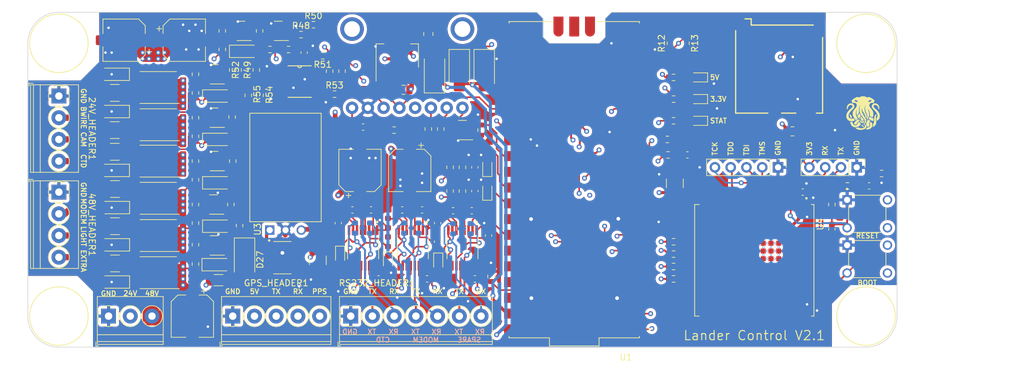
<source format=kicad_pcb>
(kicad_pcb (version 20221018) (generator pcbnew)
  (layers (0 "F.Cu" signal) (1 "In1.Cu" signal) (2 "In2.Cu" signal) (31 "B.Cu" signal) (34 "B.Paste" user) (35 "F.Paste" user) (36 "B.SilkS" user "B.Silkscreen") (37 "F.SilkS" user "F.Silkscreen") (38 "B.Mask" user) (39 "F.Mask" user) (44 "Edge.Cuts" user))
  (net 0 "")
  (net 1 "GP0")
  (net 2 "GND")
  (net 3 "/SWCLK")
  (net 4 "GP1")
  (net 5 "GP2")
  (net 6 "GP3")
  (net 7 "GP4")
  (net 8 "GP5")
  (net 9 "GP6")
  (net 10 "GP7")
  (net 11 "GP8")
  (net 12 "GP9")
  (net 13 "GP10")
  (net 14 "GP11")
  (net 15 "GP12")
  (net 16 "GP13")
  (net 17 "GP14")
  (net 18 "GP15")
  (net 19 "+5V")
  (net 20 "GP28")
  (net 21 "GP27")
  (net 22 "GP26")
  (net 23 "GP22")
  (net 24 "GP21")
  (net 25 "GP20")
  (net 26 "GP19")
  (net 27 "GP18")
  (net 28 "GP17")
  (net 29 "GP16")
  (net 30 "/SWDIO")
  (net 31 "Net-(DNP_R1-Pad1)")
  (net 32 "+3V3")
  (net 33 "/ESP32/EN")
  (net 43 "Net-(D4-A)")
  (net 44 "Net-(D5-A)")
  (net 45 "Net-(D6-A)")
  (net 46 "Net-(D13-A)")
  (net 47 "Net-(D14-A)")
  (net 48 "Net-(D15-K)")
  (net 49 "Net-(D16-K)")
  (net 50 "Net-(D17-A)")
  (net 51 "Net-(D18-A)")
  (net 52 "Net-(D19-K)")
  (net 53 "Net-(D20-K)")
  (net 54 "+24V")
  (net 55 "+48V")
  (net 56 "Net-(D21-A)")
  (net 57 "Net-(D22-A)")
  (net 58 "Net-(D23-K)")
  (net 59 "Net-(D24-K)")
  (net 60 "/ESP32/ESP_RX")
  (net 61 "/ESP32/ESP_TX")
  (net 62 "EXTRA_24V_PWR_OUT")
  (net 63 "Net-(Q1-B)")
  (net 64 "Net-(Q2-B)")
  (net 65 "Net-(Q2-C)")
  (net 66 "Net-(Q3-B)")
  (net 67 "Net-(Q3-C)")
  (net 68 "Net-(Q4-C)")
  (net 69 "Net-(Q5-B)")
  (net 70 "Net-(Q5-C)")
  (net 71 "Net-(Q6-C)")
  (net 72 "CAMERA_PWR_OUT")
  (net 73 "MODEM_PWR_OUT")
  (net 74 "LIGHT_PWR_OUT")
  (net 75 "EXTRA_48V_PWR_OUT")
  (net 76 "BURN_WIRE_PWR_OUT")
  (net 77 "/connectors/CTD_TX_232")
  (net 78 "/connectors/CTD_RX_232")
  (net 79 "/connectors/MODEM_TX_232")
  (net 80 "/connectors/MODEM_RX_232")
  (net 81 "/connectors/SPARE_TX_232")
  (net 82 "/connectors/SPARE_RX_232")
  (net 83 "Net-(U6-C1+)")
  (net 84 "Net-(U6-C1-)")
  (net 85 "Net-(U6-C2+)")
  (net 86 "Net-(U6-C2-)")
  (net 87 "Net-(U6-V-)")
  (net 88 "Net-(U6-V+)")
  (net 89 "Net-(U7-C1+)")
  (net 90 "Net-(U7-C1-)")
  (net 91 "Net-(U7-C2+)")
  (net 92 "Net-(U7-C2-)")
  (net 93 "Net-(U7-V-)")
  (net 94 "Net-(U7-V+)")
  (net 95 "/ESP32/TMS")
  (net 96 "/ESP32/TDI")
  (net 97 "Net-(Q7-B)")
  (net 98 "Net-(Q7-C)")
  (net 99 "Net-(Q8-B)")
  (net 100 "Net-(Q8-C)")
  (net 104 "Net-(U8-C1+)")
  (net 105 "Net-(U8-C1-)")
  (net 106 "Net-(U8-C2+)")
  (net 107 "Net-(U8-C2-)")
  (net 108 "Net-(U8-V-)")
  (net 109 "Net-(U8-V+)")
  (net 111 "/ESP32/TDO")
  (net 113 "/ESP32/TCK")
  (net 114 "Net-(Q1-C)")
  (net 115 "Net-(U5-SQW)")
  (net 116 "Net-(U5-32KHZ)")
  (net 117 "/MODEM_POWER")
  (net 118 "/CAMERA_POWER")
  (net 119 "/LIGHT_POWER")
  (net 120 "/GPIO_expander/IO6")
  (net 121 "/SPARE_48V_POWER")
  (net 125 "/ESP32/BOOT")
  (net 127 "/GPIO_expander/IO5")
  (net 128 "/GPIO_expander/IO7")
  (net 131 "Net-(GPS_HEADER1-Pin_5)")
  (net 132 "Net-(Q4-B)")
  (net 133 "Net-(D26-K)")
  (net 134 "unconnected-(D25-A-Pad2)")
  (net 135 "Net-(D27-K)")
  (net 136 "Net-(D27-A)")
  (net 137 "/CTD_POWER")
  (net 138 "Net-(U4-IO18)")
  (net 139 "Net-(U4-IO20)")
  (net 140 "Net-(U4-IO21)")
  (net 148 "Net-(U4-IO19)")
  (footprint "Diode_SMD:D_SOD-123" (layer "F.Cu") (at -39.5 -13.5)
    (fp_text reference "D14" hide)
    (fp_text value "D_Zener")
  )
  (footprint "Resistor_SMD:R_0603_1608Metric" (layer "F.Cu") (at -11 -8)
    (fp_text reference "R20" hide)
    (fp_text value "10k")
  )
  (footprint "Capacitor_SMD:C_0603_1608Metric" (layer "F.Cu") (at -20 7 90)
    (fp_text reference "C14" hide)
    (fp_text value "100nF")
  )
  (footprint "Package_TO_SOT_SMD:SOT-23" (layer "F.Cu") (at -35.675 -24 180)
    (fp_text reference "Q6" hide)
    (fp_text value "BC846")
  )
  (footprint "Capacitor_SMD:C_0603_1608Metric" (layer "F.Cu") (at -9.7 4.87 180)
    (fp_text reference "C18" hide)
    (fp_text value "100nF")
  )
  (footprint "Connector_PinHeader_2.54mm:PinHeader_1x04_P2.54mm_Vertical" (layer "F.Cu") (at 63.5 -2 -90)
    (fp_text reference "J2" hide)
    (fp_text value "Conn_01x04")
  )
  (footprint "sdcard:GCT_MEM2051-00-195-00-A" (layer "F.Cu") (at 51 -18.34 180)
    (fp_text reference "J5" hide)
    (fp_text value "MEM2051-00-195-00-A")
  )
  (footprint "Resistor_SMD:R_0603_1608Metric" (layer "F.Cu") (at -34.5 -13.6 -90)
    (fp_text reference "R55")
    (fp_text value "1k")
  )
  (footprint "Capacitor_SMD:C_0603_1608Metric" (layer "F.Cu") (at -6.5 4.87 180)
    (fp_text reference "C17" hide)
    (fp_text value "100nF")
  )
  (footprint "TerminalBlock_Phoenix:TerminalBlock_Phoenix_PT-1,5-5-3.5-H_1x05_P3.50mm_Horizontal" (layer "F.Cu") (at -37 22)
    (fp_text reference "GPS_HEADER1")
    (fp_text value "Conn_01x05")
  )
  (footprint "Capacitor_SMD:C_2220_5650Metric" (layer "F.Cu") (at -29 12.573)
    (fp_text reference "C7" hide)
    (fp_text value "10uF")
  )
  (footprint "Capacitor_SMD:C_0603_1608Metric" (layer "F.Cu") (at 2 -2 90)
    (fp_text reference "C1" hide)
    (fp_text value "1nF")
  )
  (footprint "Capacitor_SMD:C_0603_1608Metric" (layer "F.Cu") (at -17.725 4.87 180)
    (fp_text reference "C13" hide)
    (fp_text value "100nF")
  )
  (footprint "Resistor_SMD:R_0603_1608Metric" (layer "F.Cu") (at 34 10)
    (fp_text reference "R15" hide)
    (fp_text value "0")
  )
  (footprint "Diode_SMD:D_0603_1608Metric" (layer "F.Cu") (at 38 -13 180)
    (fp_text reference "D5" hide)
    (fp_text value "LED")
  )
  (footprint "Diode_SMD:D_0603_1608Metric" (layer "F.Cu") (at -3.9 13.3 -90)
    (fp_text reference "D12" hide)
    (fp_text value "D_Zener")
  )
  (footprint "Resistor_SMD:R_0603_1608Metric" (layer "F.Cu") (at 33.115 -4)
    (fp_text reference "R47" hide)
    (fp_text value "47")
  )
  (footprint "Resistor_SMD:R_0603_1608Metric" (layer "F.Cu") (at -37.3 4 90)
    (fp_text reference "R32" hide)
    (fp_text value "10k")
  )
  (footprint "Resistor_SMD:R_0603_1608Metric" (layer "F.Cu") (at -43 -17 -90)
    (fp_text reference "R30" hide)
    (fp_text value "10k")
  )
  (footprint "MountingHole:MountingHole_4.3mm_M4" (layer "F.Cu") (at -65 -22)
    (fp_text reference "REF**" hide)
    (fp_text value "MountingHole_4.3mm_M4")
  )
  (footprint "Capacitor_SMD:C_0603_1608Metric" (layer "F.Cu") (at 2 16)
    (fp_text reference "C26" hide)
    (fp_text value "100nF")
  )
  (footprint "Diode_SMD:D_0603_1608Metric" (layer "F.Cu") (at 38 -9.5 180)
    (fp_text reference "D6" hide)
    (fp_text value "LED")
  )
  (footprint "Resistor_SMD:R_0603_1608Metric" (layer "F.Cu") (at -43 -10 -90)
    (fp_text reference "R44" hide)
    (fp_text value "10k")
  )
  (footprint "TerminalBlock_Phoenix:TerminalBlock_Phoenix_PT-1,5-4-3.5-H_1x04_P3.50mm_Horizontal" (layer "F.Cu") (at -65 -13.5 -90)
    (fp_text reference "24V_HEADER1")
    (fp_text value "Conn_01x04")
  )
  (footprint "Capacitor_SMD:C_0603_1608Metric" (layer "F.Cu") (at 54.8 2 180)
    (fp_text reference "C5" hide)
    (fp_text value "100nF")
  )
  (footprint "Resistor_SMD:R_0603_1608Metric" (layer "F.Cu") (at -35.1 -17.7 90)
    (fp_text reference "R52")
    (fp_text value "1k")
  )
  (footprint "Package_SO:PowerPAK_SO-8_Single" (layer "F.Cu") (at -49 -8.865 180)
    (fp_text reference "U10" hide)
    (fp_text value "SI7489DP-T1-E3")
  )
  (footprint "Diode_SMD:D_SOD-123" (layer "F.Cu") (at -39.5 7.5)
    (fp_text reference "D17" hide)
    (fp_text value "D_Zener")
  )
  (footprint "Capacitor_SMD:C_1210_3225Metric" (layer "F.Cu") (at -23.3 13 90)
    (fp_text reference "C8" hide)
    (fp_text value "22uF")
  )
  (footprint "button:SW_TS02-66-100-BK-100-LCR-D" (layer "F.Cu") (at 65.2 12.8)
    (fp_text reference "S2" hide)
    (fp_text value "TS02-66-100-BK-100-LCR-D")
  )
  (footprint "Resistor_SMD:R_0603_1608Metric" (layer "F.Cu") (at -43 0 -90)
    (fp_text reference "R27" hide)
    (fp_text value "10k")
  )
  (footprint "Package_TO_SOT_SMD:SOT-23" (layer "F.Cu") (at -40 10.6 180)
    (fp_text reference "Q7" hide)
    (fp_text value "BC846")
  )
  (footprint "Resistor_SMD:R_0603_1608Metric" (layer "F.Cu") (at -32.675 -24 90)
    (fp_text reference "R34" hide)
    (fp_text value "100k")
  )
  (footprint "Diode_SMD:D_SOD-123" (layer "F.Cu") (at -55.9625 4.5 180)
    (fp_text reference "D15" hide)
    (fp_text value "1N4148W")
  )
  (footprint "Package_TO_SOT_SMD:SOT-223-3_TabPin2" (layer "F.Cu") (at -10.5 -20 90)
    (fp_text reference "U16" hide)
    (fp_text value "AMS1117")
  )
  (footprint "Diode_SMD:D_0603_1608Metric" (layer "F.Cu") (at -19.7 12.2 -90)
    (fp_text reference "D8" hide)
    (fp_text value "D_Zener")
  )
  (footprint "Diode_SMD:D_SOD-123" (layer "F.Cu") (at -56 -11 180)
    (fp_text reference "D16" hide)
    (fp_text value "1N4148W")
  )
  (footprint "Resistor_SMD:R_0603_1608Metric" (layer "F.Cu") (at -2 1.825 90)
    (fp_text reference "R3" hide)
    (fp_text value "100k")
  )
  (footprint "Diode_SMD:D_SOD-123" (layer "F.Cu") (at -56 -17 180)
    (fp_text reference "D20" hide)
    (fp_text value "SS210LW")
  )
  (footprint "Capacitor_SMD:C_0603_1608Metric" (layer "F.Cu") (at -4 10 -90)
    (fp_text reference "C20" hide)
    (fp_text value "100nF")
  )
  (footprint "Diode_SMD:D_0603_1608Metric" (layer "F.Cu") (at 4 1.825 90)
    (fp_text reference "D2" hide)
    (fp_text value "D_Zener")
  )
  (footprint "Capacitor_SMD:C_0603_1608Metric" (layer "F.Cu") (at -12 7 90)
    (fp_text reference "C19" hide)
    (fp_text value "100nF")
  )
  (footprint "Resistor_SMD:R_0603_1608Metric" (layer "F.Cu") (at -43 7 -90)
    (fp_text reference "R35" hide)
    (fp_text value "10k")
  )
  (footprint "Resistor_SMD:R_0603_1608Metric" (layer "F.Cu") (at 34 12)
    (fp_text reference "R10" hide)
    (fp_text value "0")
  )
  (footprint "Resistor_SMD:R_0603_1608Metric" (layer "F.Cu") (at -28 -21)
    (fp_text reference "R31" hide)
    (fp_text value "10k")
  )
  (footprint "Package_SO:PowerPAK_SO-8_Single" (layer "F.Cu") (at -49 3 180)
    (fp_text reference "U9" hide)
    (fp_text value "SI7489DP-T1-E3")
  )
  (footprint "Capacitor_SMD:C_0603_1608Metric" (layer "F.Cu") (at 2 1.825 90)
    (fp_text reference "C2" hide)
    (fp_text value "1nF")
  )
  (footprint "Package_TO_SOT_SMD:SOT-23" (layer "F.Cu") (at -40 -17 180)
    (fp_text reference "Q3" hide)
    (fp_text value "BC846")
  )
  (footprint "Diode_SMD:D_SOD-123" (layer "F.Cu") (at -39.5 0.5)
    (fp_text reference "D13" hide)
    (fp_text value "D_Zener")
  )
  (footprint "Capacitor_SMD:CP_Elec_6.3x4.9" (layer "F.Cu") (at -54.5 -22.5 180)
    (fp_text reference "C35" hide)
    (fp_text value ">25V>25uF")
  )
  (footprint "Resistor_SMD:R_0603_1608Metric" (layer "F.Cu") (at 36 -22 -90)
    (fp_text reference "R13")
    (fp_text value "10k")
  )
  (footprint "Capacitor_SMD:C_0603_1608Metric" (layer "F.Cu") (at -16 -8.5)
    (fp_text reference "C11" hide)
    (fp_text value "1uF")
  )
  (footprint "Resistor_SMD:R_0603_1608Metric" (layer "F.Cu") (at 34 16)
    (fp_text reference "R11" hide)
    (fp_text value "0")
  )
  (footprint "Resistor_SMD:R_1210_3225Metric" (layer "F.Cu") (at -56 -8)
    (fp_text reference "TH2" hide)
    (fp_text value "Thermistor_PTC")
  )
  (footprint "Resistor_SMD:R_0603_1608Metric" (layer "F.Cu") (at 59.5 4 -90)
    (fp_text reference "R14" hide)
    (fp_text value "10k")
  )
  (footprint "Resistor_SMD:R_0603_1608Metric" (layer "F.Cu") (at 0 1.825 90)
    (fp_text reference "R4" hide)
    (fp_text value "4.99k")
  )
  (footprint "Resistor_SMD:R_0603_1608Metric" (layer "F.Cu") (at -35.9 7.4 90)
    (fp_text reference "R39" hide)
    (fp_text value "10k")
  )
  (footprint "Resistor_SMD:R_0603_1608Metric" (layer "F.Cu") (at -38.675 -21 -90)
    (fp_text reference "R37" hide)
    (fp_text value "10k")
  )
  (footprint "Resistor_SMD:R_0603_1608Metric" (layer "F.Cu") (at 33 -6.5)
    (fp_text reference "R24" hide)
    (fp_text value "0")
  )
  (footprint "PICO:MODULE_SC0915" (layer "F.Cu") (at 18 0 180)
    (fp_text reference "U1")
    (fp_text value "SC0915")
  )
  (footprint "Resistor_SMD:R_0603_1608Metric" (layer "F.Cu") (at -26 -23.4)
    (fp_text reference "R48")
    (fp_text value "560")
  )
  (footprint "Resistor_SMD:R_0603_1608Metric" (layer "F.Cu") (at -38.675 -24 -90)
    (fp_text reference "R38" hide)
    (fp_text value "10k")
  )
  (footprint "DS3231S:DS3231_breakout" (layer "F.Cu") (at -17.78 -24.2975)
    (fp_text reference "U5" hide)
    (fp_text value "DS3231_breakout")
  )
  (footprint "Resistor_SMD:R_0603_1608Metric" (layer "F.Cu") (at 62 1)
    (fp_text reference "R45" hide)
    (fp_text value "10k")
  )
  (footprint "Package_SO:PowerPAK_SO-8_Single" (layer "F.Cu") (at -49 -14.865 180)
    (fp_text reference "U12" hide)
    (fp_text value "SI7489DP-T1-E3")
  )
  (footprint "Resistor_SMD:R_1210_3225Metric" (layer "F.Cu") (at -55.9625 7.5)
    (fp_text reference "TH3" hide)
    (fp_text value "Thermistor_PTC")
  )
  (footprint "Capacitor_SMD:C_0805_2012Metric" (layer "F.Cu") (at -9.5 -14.5 180)
    (fp_text reference "C9" hide)
    (fp_text value "1uF")
  )
  (footprint "Diode_SMD:D_SMA" (layer "F.Cu") (at -35.1 12.9 -90)
    (fp_text reference "D27")
    (fp_text value "B120-E3")
  )
  (footprint "Capacitor_SMD:C_0603_1608Metric" (layer "F.Cu") (at -25.5 -20.5 90)
    (fp_text reference "C27" hide)
    (fp_text value "1uF")
  )
  (footprint "Package_SO:PowerPAK_SO-8_Single" (layer "F.Cu") (at -49 15 180)
    (fp_text reference "U13" hide)
    (fp_text value "SI7489DP-T1-E3")
  )
  (footprint "Resistor_SMD:R_0603_1608Metric" (layer "F.Cu") (at -5.5 -8.175 90)
    (fp_text reference "R23" hide)
    (fp_text value "0")
  )
  (footprint "Resistor_SMD:R_0603_1608Metric" (layer "F.Cu") (at -43 13.6 -90)
    (fp_text reference "R41" hide)
    (fp_text value "10k")
  )
  (footprint "Capacitor_SMD:C_0603_1608Metric" (layer "F.Cu") (at -13.5 16)
    (fp_text reference "C16" hide)
    (fp_text value "100nF")
  )
  (footprint "Capacitor_SMD:CP_Elec_6.3x4.9" (layer "F.Cu") (at -44.8 -22.5)
    (fp_text reference "C37" hide)
    (fp_text value ">25V>25uF")
  )
  (footprint "Package_TO_SOT_SMD:SOT-23" (layer "F.Cu") (at -40 -3 180)
    (fp_text reference "Q2" hide)
    (fp_text value "BC846")
  )
  (footprint "Capacitor_SMD:C_0603_1608Metric" (layer "F.Cu") (at 36.225 -4)
    (fp_text reference "C30" hide)
    (fp_text value "1nF")
  )
  (footprint "Package_TO_SOT_SMD:SOT-23" (layer "F.Cu") (at -29.675 -24 180)
    (fp_text reference "Q4" hide)
    (fp_text value "BC846")
  )
  (footprint "Resistor_SMD:R_1206_3216Metric" (layer "F.Cu") (at -39.3 16.2 180)
    (fp_text reference "R19" hide)
    (fp_text value "2.2")
  )
  (footprint "Resistor_SMD:R_0603_1608Metric" (layer "F.Cu") (at 33.5 -22 90)
    (fp_text reference "R12")
    (fp_text value "10k")
  )
  (footprint "Capacitor_SMD:C_0603_1608Metric" (layer "F.Cu") (at 4.2 9 -90)
    (fp_text reference "C25" hide)
    (fp_text value "100nF")
  )
  (footprint "TerminalBlock_Phoenix:TerminalBlock_Phoenix_PT-1,5-3-3.5-H_1x03_P3.50mm_Horizontal" (layer "F.Cu") (at -57 22)
    (fp_text reference "PWR_IN1" hide)
    (fp_text value "Conn_01x03")
  )
  (footprint "Connector_PinHeader_2.54mm:PinHeader_1x05_P2.54mm_Vertical" (layer "F.Cu") (at 50.82 -2 -90)
    (fp_text reference "J3" hide)
    (fp_text value "Conn_01x05")
  )
  (footprint "Resistor_SMD:R_0603_1608Metric" (layer "F.Cu") (at -22.5 -20 180)
    (fp_text reference "R51")
    (fp_text value "1k")
  )
  (footprint "Resistor_SMD:R_0603_1608Metric" (layer "F.Cu") (at -3.5 -8.175 90)
    (fp_text reference "R22" hide)
    (fp_text value "0")
  )
  (footprint "Package_TO_SOT_SMD:SOT-23" (layer "F.Cu") (at -40.1 4 180)
    (fp_text reference "Q5" hide)
    (fp_text value "BC846")
  )
  (footprint "Diode_SMD:D_SOD-123" (layer "F.Cu") (at -56 -1.5 180)
    (fp_text reference "D24" hide)
    (fp_text value "1N4148W")
  )
  (footprint "SN65C3221EPWR:SOP65P640X120-16N" (layer "F.Cu") (at 0 11 -90)
    (fp_text reference "U8" hide)
    (fp_text value "SN65C3221EPWR")
  )
  (footprint "Capacitor_SMD:C_0603_1608Metric" (layer "F.Cu") (at -14.725 4.87 180)
    (fp_text reference "C12" hide)
    (fp_text value "100nF")
  )
  (footprint "Capacitor_SMD:CP_Elec_6.3x4.9" (layer "F.Cu") (at -8.5 -1.5 -90)
    (fp_text reference "C28" hide)
    (fp_text value ">25V>25uF")
  )
  (footprint "Capacitor_SMD:C_0603_1608Metric" (layer "F.Cu") (at -12 10 -90)
    (fp_text reference "C15" hide)
    (fp_text value "100nF")
  )
  (footprint "Resistor_SMD:R_0603_1608Metric" (layer "F.Cu") (at -43 -7 -90)
    (fp_text reference "R43" hide)
    (fp_text value "10k")
  )
  (footprint "Resistor_SMD:R_0603_1608Metric" (layer "F.Cu") (at -31 -21)
    (fp_text reference "R33" hide)
    (fp_text value "4.7k")
  )
  (footprint "Resistor_SMD:R_0603_1608Metric" (layer "F.Cu") (at -43 -3 -90)
    (fp_text reference "R28" hide)
    (fp_text value "10k")
  )
  (footprint "Resistor_SMD:R_0603_1608Metric" (layer "F.Cu") (at -19.396 -17.5052 90)
    (fp_text reference "R8" hide)
    (fp_text value "10k")
  )
  (footprint "Resistor_SMD:R_0603_1608Metric" (layer "F.Cu") (at 3 -8 -90)
    (fp_text reference "R21" hide)
    (fp_text value "560")
  )
  (footprint "Capacitor_SMD:C_0603_1608Metric" (layer "F.Cu") (at 1.5 5 180)
    (fp_text reference "C22" hide)
    (fp_text value "100nF")
  )
  (footprint "Resistor_SMD:R_1210_3225Metric" (layer "F.Cu") (at -56 -14)
    (fp_text reference "TH4" hide)
    (fp_text value "Thermistor_PTC")
  )
  (footprint "Resistor_SMD:R_0603_1608Metric" (layer "F.Cu") (at -24 -25)
    (fp_text reference "R50")
    (fp_text value "1k")
  )
  (footprint "Resistor_SMD:R_0603_1608Metric" (layer "F.Cu") (at -33.2 -17.7 90)
    (fp_text reference "R49")
    (fp_text value "1k")
  )
  (footprint "MountingHole:MountingHole_4.3mm_M4" (layer "F.Cu") (at 65 -22)
    (fp_text reference "REF**" hide)
    (fp_text value "MountingHole_4.3mm_M4")
  )
  (footprint "Resistor_SMD:R_0603_1608Metric" (layer "F.Cu") (at -43 4 -90)
    (fp_text reference "R36" hide)
    (fp_text value "10k")
  )
  (footprint "Resistor_SMD:R_1210_3225Metric" (layer "F.Cu") (at -56 -4.5)
    (fp_text reference "TH6" hide)
    (fp_text value "Thermistor_PTC")
  )
  (footprint "Capacitor_SMD:C_1210_3225Metric" (layer "F.Cu") (at 34.2 0.6 -90)
    (fp_text reference "C6" hide)
    (fp_text value "22uF")
  )
  (footprint "TerminalBlock_Phoenix:TerminalBlock_Phoenix_PT-1,5-7-3.5-H_1x07_P3.50mm_Horizontal" (layer "F.Cu") (at -18 22)
    (fp_text reference "RS232_HEADER1")
    (fp_text value "Conn_01x07")
  )
  (footprint "TerminalBlock_Phoenix:TerminalBlock_Phoenix_PT-1,5-4-3.5-H_1x04_P3.50mm_Horizontal" (layer "F.Cu") (at -65 2 -90)
    (fp_text reference "48V_HEADER1")
    (fp_text value "Conn_01x04")
  )
  (footprint "Capacitor_SMD:C_0805_2012Metric" (layer "F.Cu") (at 53.15 -7.8)
    (fp_text reference "C31" hide)
    (fp_text value "4.7uF")
  )
  (footprint "MountingHole:MountingHole_4.3mm_M4" (layer "F.Cu") (at -65 22)
    (fp_text reference "REF**" hide)
    (fp_text value "MountingHole_4.3mm_M4")
  )
  (footprint "Capacitor_SMD:C_0603_1608Metric" (layer "F.Cu") (at -4 7 90)
    (fp_text reference "C24" hide)
    (fp_text value "100nF")
  )
  (footprint "Capacitor_SMD:C_0805_2012Metric" (layer "F.Cu") (at -5.5 -23.5 90)
    (fp_text reference "C10" hide)
    (fp_text value "1uF")
  )
  (footprint "Capacitor_SMD:C_0603_1608Metric" (layer "F.Cu") (at -1.5 5 180)
    (fp_text reference "C23" hide)
    (fp_text value "100nF")
  )
  (footprint "Diode_SMD:D_SOD-123" (layer "F.Cu") (at -55.9625 10.5 180)
    (fp_text reference "D19" hide)
    (fp_text value "1N4148W")
  )
  (footprint "Resistor_SMD:R_0603_1608Metric" (layer "F.Cu") (at -43 -14 -90)
    (fp_text reference "R29" hide)
    (fp_text value "10k")
  )
  (footprint "Capacitor_SMD:C_0603_1608Metric" (layer "F.Cu") (at 59.5 8 90)
    (fp_text reference "C4" hide)
    (fp_text value "1uF")
  )
  (footprint "Resistor_SMD:R_0603_1608Metric" (layer "F.Cu") (at -37.1 -10.1 90)
    (fp_text reference "R40" hide)
    (fp_text value "10k")
  )
  (footprint "Resistor_SMD:R_0603_1608Metric" (layer "F.Cu") (at -20.6 -13.8)
    (fp_text reference "R53")
    (fp_text value "1k")
  )
  (footprint "Resistor_SMD:R_0603_1608Metric" (layer "F.Cu") (at -43 10.475 -90)
    (fp_text reference "R42" hide)
    (fp_text value "10k")
  )
  (footprint "Resistor_SMD:R_1210_3225Metric" (layer "F.Cu") (at -55.9625 13.5)
    (fp_text reference "TH5" hide)
    (fp_text value "Thermistor_PTC")
  )
  (footprint "Diode_SMD:D_SMA" (layer "F.Cu") (at -0.5 -17.5 -90)
    (fp_text reference "D25" hide)
    (fp_text value "B120-E3")
  )
  (footprint "Resistor_SMD:R_0603_1608Metric" (layer "F.Cu") (at 4.6 15.6 90)
    (fp_text reference "DNP_R1" hide)
    (fp_text value "0")
  )
  (footprint "MountingHole:MountingHole_4.3mm_M4" (layer "F.Cu") (at 65 22)
    (fp_text reference "REF**" hide)
    (fp_text value "MountingHole_4.3mm_M4")
  )
  (footprint "Package_SO:PowerPAK_SO-8_Single" (layer "F.Cu") (at -49 -3 180)
    (fp_text reference "U14" hide)
    (fp_text value "SI7489DP-T1-E3")
  )
  (footprint "Resistor_SMD:R_0603_1608Metric" (layer "F.Cu") (at -37 -3 90)
    (fp_text reference "R25" hide)
    (fp_text value "10k")
  )
  (footprint "Resistor_SMD:R_0603_1608Metric" (layer "F.Cu") (at -21.396 -17.5052 90)
    (fp_text reference "R9" hide)
    (fp_text value "10k")
  )
  (footprint "Resistor_SMD:R_0603_1608Metric" (layer "F.Cu") (at 34 -16.5)
    (fp_text reference "R5" hide)
    (fp_text value "560")
  )
  (footprint "Diode_SMD:D_SOD-123" (layer "F.Cu") (at -55.9625 16.5 180)
    (fp_text reference "D23" hide)
    (fp_text value "1N4148W")
  )
  (footprint "Resistor_SMD:R_0603_1608Metric" (layer "F.Cu") (at -32.6 -13.6 -90)
    (fp_text reference "R54")
    (fp_text value "1k")
  )
  (footprint "Diode_SMD:D_SMA" (layer "F.Cu") (at 3.5 -17.5 -90)
    (fp_text reference "D26" hide)
    (fp_text value "B120-E3")
  )
  (footprint "Diode_SMD:D_SMA" (layer "F.Cu") (at -4.5 -17.5 90)
    (fp_text reference "D3" hide)
    (fp_text value "B120-E3")
  )
  (footprint "Package_TO_SOT_SMD:SOT-23" (layer "F.Cu") (at -40 -10 180)
    (fp_text reference "Q8" hide)
    (fp_text value "BC846")
  )
  (footprint "Capacitor_SMD:CP_Elec_6.3x4.9" (layer "F.Cu") (at -16.5 -1.5 90)
    (fp_text reference "C29" hide)
    (fp_text value ">25V>25uF")
  )
  (footprint "Resistor_SMD:R_0603_1608Metric" (layer "F.Cu") (at 34 -13)
    (fp_text reference "R6" hide)
    (fp_text value "560")
  )
  (footprint "Diode_SMD:D_0603_1608Metric" (layer "F.Cu") (at -12 13.1 -90)
    (fp_text reference "D10" hide)
    (fp_text value "D_Zener")
  )
  (footprint "Resistor_SMD:R_0603_1608Metric" (layer "F.Cu") (at -2 -2 90)
    (fp_text reference "R1" hide)
    (fp_text value "49.9k")
  )
  (footprint "ESP32:XCVR_ESP32-C6-WROOM-1U-N4" (layer "F.Cu") (at 47 13 -90)
    (fp_text reference "U4")
    (fp_text value "ESP32-C6-WROOM-1U-N4")
  )
  (footprint "Resistor_SMD:R_0603_1608Metric" (layer "F.Cu") (at -37 -17.7 90)
    (fp_text reference "R26" hide)
    (fp_text value "10k")
  )
  (footprint "Package_SO:PowerPAK_SO-8_Single" (layer "F.Cu") (at -49 9 180)
    (fp_text reference "U11" hide)
    (fp_text value "SI7489DP-T1-E3")
  )
  (footprint "Capacitor_SMD:CP_Elec_6.3x4.9" (layer "F.Cu") (at -43.5 22 -90)
    (fp_text reference "C36" hide)
    (fp_text value ">50V>25uF")
  )
  (footprint "Package_TO_SOT_SMD:SOT-23" (layer "F.Cu") (at 0 -8 180)
    (fp_text reference "Q1" hide)
    (fp_text value "BC846")
  )
  (footprint "Capacitor_SMD:C_0603_1608Metric" (layer "F.Cu") (at 65.5 1)
    (fp_text reference "C3" hide)
    (fp_text value "100nF")
  )
  (footprint "Capacitor_SMD:C_0603_1608Metric" (layer "F.Cu") (at -5.7 16)
    (fp_text reference "C21" hide)
    (fp_text value "100nF")
  )
  (footprint "Diode_SMD:D_0603_1608Metric" (layer "F.Cu") (at 4 -2 90)
    (fp_text reference "D1" hide)
    (fp_text value "D_Zener")
  )
  (footprint "Diode_SMD:D_SOD-123" (layer "F.Cu") (at -35.175 -20.7)
    (fp_text reference "D18" hide)
    (fp_text value "D_Zener")
  )
  (footprint "SN65C3221EPWR:SOP65P640X120-16N" (layer "F.Cu") (at -16 11 -90)
    (fp_text reference "U6" hide)
    (fp_text value "SN65C3221EPWR")
  )
  (footprint "Resistor_SMD:R_0603_1608Metric" (layer "F.Cu") (at 67.5 -1)
    (fp_text reference "R46" hide)
    (fp_text value "10k")
  )
  (footprint "Resistor_SMD:R_1210_3225Metric" (layer "F.Cu") (at -55.9625 1.5)
    (fp_text reference "TH1" hide)
    (fp_text value "Thermistor_PTC")
  )
  (footprint "Diode_SMD:D_0603_1608Metric" (layer "F.Cu") (at 38 -16.5 180)
    (fp_text reference "D4" hide)
    (fp_text value "LED")
  )
  (footprint "Resistor_SMD:R_0603_1608Metric" (layer "F.Cu") (at 34 -9.5)
    (fp_text reference "R7" hide)
    (fp_text value "560")
  )
  (footprint "Diode_SMD:D_SOD-123" (layer "F.Cu") (at -39.6 13.7)
    (fp_text reference "D21" hide)
    (fp_text value "D_Zener")
  )
  (footprint "Diode_SMD:D_SOD-123" (layer "F.Cu") (at -39.5 -6.5)
    (fp_text reference "D22" hide)
    (fp_text value "D_Zener")
  )
  (footprint "P7805-500R:CONV_P7805-500R" (layer "F.Cu") (at -28.5 8.127 90)
    (fp_text reference "U3")
    (fp_text value "P7805-500R")
  )
  (footprint "GPIOEXPANDER:SOP65P640X110-16N" (layer "F.Cu") (at -26.221 -15.8302)
    (fp_text reference "U15" hide)
    (fp_text value "PCA9500PW,118")
  )
  (footprint "Resistor_SMD:R_0603_1608Metric" (layer "F.Cu") (at 34 14)
    (fp_text reference "R16" hide)
    (fp_text value "0")
  )
  (footprint "Resistor_SMD:R_0603_1608Metric" (layer "F.Cu") (at 0 -2 90)
    (fp_text reference "R2" hide)
    (fp_text value "4.99k")
  )
  (footprint "SN65C3221EPWR:SOP65P640X120-16N" (layer "F.Cu") (at -8 11 -90)
    (fp_text reference "U7" hide)
    (fp_text value "SN65C3221EPWR")
  )
  (footprint "button:SW_TS02-66-100-BK-100-LCR-D" (layer "F.Cu") (at 65.2 5.5)
    (fp_text reference "S1" hide)
    (fp_text value "TS02-66-100-BK-100-LCR-D")
  )
  (footprint "Resistor_SMD:R_0603_1608Metric" (layer "B.Cu") (at -7.1 7.8 -90)
    (fp_text reference "DNP3" hide)
    (fp_text value "0")
  )
  (footprint "Resistor_SMD:R_0603_1608Metric" (layer "B.Cu") (at 1.3 7.9 -90)
    (fp_text reference "DNP5" hide)
    (fp_text value "0")
  )
  (footprint "Resistor_SMD:R_0603_1608Metric" (layer "B.Cu") (at -17.3 7.8 90)
    (fp_text reference "DNP2" hide)
    (fp_text value "0")
  )
  (footprint "Resistor_SMD:R_0603_1608Metric" (layer "B.Cu") (at -14.9 7.8 -90)
    (fp_text reference "DNP1" hide)
    (fp_text value "0")
  )
  (footprint "Resistor_SMD:R_0603_1608Metric" (layer "B.Cu") (at -9.4 7.8 90)
    (fp_text reference "DNP4" hide)
    (fp_text value "0")
  )
  (footprint "Resistor_SMD:R_0603_1608Metric" (layer "B.Cu") (at -1.5 7.9 90)
    (fp_text reference "DNP6" hide)
    (fp_text value "0")
  )
  (gr_poly (pts (xy 62.376898 -10.536281) (xy 62.391749 -10.533449) (xy 62.407732 -10.52878) (xy 62.424681 -10.5223) (xy 62.44243 -10.514032) (xy 62.460812 -10.504001) (xy 62.479662 -10.492231) (xy 62.498813 -10.478749) (xy 62.518099 -10.463577) (xy 62.537355 -10.44674) (xy 62.556413 -10.428264) (xy 62.575108 -10.408172) (xy 62.593274 -10.38649) (xy 62.610744 -10.363241) (xy 62.627352 -10.338451) (xy 62.642933 -10.312143) (xy 62.657319 -10.284343) (xy 62.670346 -10.255075) (xy 62.681846 -10.224364) (xy 62.691654 -10.192234) (xy 62.699178 -10.162914) (xy 62.705882 -10.13359) (xy 62.711821 -10.104273) (xy 62.71705 -10.074975) (xy 62.721622 -10.045703) (xy 62.725592 -10.01647) (xy 62.729014 -9.987285) (xy 62.731942 -9.958159) (xy 62.714581 -9.955054) (xy 62.697152 -9.952546) (xy 62.679665 -9.950643) (xy 62.66213 -9.949355) (xy 62.644556 -9.948691) (xy 62.626953 -9.94866) (xy 62.609331 -9.949272) (xy 62.591699 -9.950536) (xy 62.574068 -9.95246) (xy 62.556448 -9.955056) (xy 62.538847 -9.958331) (xy 62.521275 -9.962295) (xy 62.503744 -9.966957) (xy 62.486261 -9.972326) (xy 62.468838 -9.978412) (xy 62.451483 -9.985224) (xy 62.452807 -10.0151) (xy 62.453509 -10.044227) (xy 62.453525 -10.072646) (xy 62.452791 -10.100392) (xy 62.451244 -10.127506) (xy 62.448822 -10.154023) (xy 62.44546 -10.179983) (xy 62.441094 -10.205423) (xy 62.435662 -10.230381) (xy 62.4291 -10.254896) (xy 62.421344 -10.279005) (xy 62.412332 -10.302746) (xy 62.401999 -10.326158) (xy 62.390282 -10.349277) (xy 62.377117 -10.372143) (xy 62.362442 -10.394792) (xy 62.347458 -10.418071) (xy 62.335766 -10.439195) (xy 62.3272 -10.458186) (xy 62.321593 -10.475071) (xy 62.31878 -10.489874) (xy 62.318593 -10.502619) (xy 62.320868 -10.513331) (xy 62.325438 -10.522034) (xy 62.332137 -10.528753) (xy 62.340799 -10.533513) (xy 62.351257 -10.536338) (xy 62.363345 -10.537252)) (fill solid) (layer "F.SilkS"))
  (gr_poly (pts (xy 65.357764 -9.694761) (xy 65.382121 -9.679073) (xy 65.436687 -9.645747) (xy 65.495825 -9.611355) (xy 65.555657 -9.577737) (xy 65.661893 -9.520173) (xy 65.724376 -9.487766) (xy 65.694571 -9.45488) (xy 65.66355 -9.416045) (xy 65.645829 -9.391691) (xy 65.627327 -9.3643) (xy 65.608564 -9.334059) (xy 65.590059 -9.301159) (xy 65.572332 -9.265789) (xy 65.555903 -9.228138) (xy 65.541292 -9.188395) (xy 65.529017 -9.14675) (xy 65.519599 -9.103391) (xy 65.516124 -9.081129) (xy 65.513557 -9.058509) (xy 65.513556 -9.058509) (xy 65.512223 -9.042347) (xy 65.511315 -9.027145) (xy 65.510809 -9.012874) (xy 65.510678 -8.999506) (xy 65.510897 -8.98701) (xy 65.511442 -8.975358) (xy 65.512287 -8.96452) (xy 65.513406 -8.954467) (xy 65.514776 -8.945168) (xy 65.51637 -8.936596) (xy 65.518164 -8.92872) (xy 65.520132 -8.921512) (xy 65.522249 -8.914941) (xy 65.524491 -8.908979) (xy 65.526831 -8.903596) (xy 65.529245 -8.898763) (xy 65.531707 -8.89445) (xy 65.534193 -8.890628) (xy 65.536677 -8.887268) (xy 65.539135 -8.88434) (xy 65.54154 -8.881815) (xy 65.543868 -8.879664) (xy 65.546094 -8.877857) (xy 65.548192 -8.876364) (xy 65.550138 -8.875158) (xy 65.551906 -8.874207) (xy 65.554807 -8.872957) (xy 65.55737 -8.872239) (xy 65.561512 -8.855547) (xy 65.564737 -8.839183) (xy 65.567063 -8.823151) (xy 65.568509 -8.807454) (xy 65.569092 -8.792098) (xy 65.568832 -8.777086) (xy 65.567747 -8.762422) (xy 65.565854 -8.74811) (xy 65.563174 -8.734156) (xy 65.559723 -8.720562) (xy 65.55552 -8.707332) (xy 65.550585 -8.694472) (xy 65.544935 -8.681985) (xy 65.538588 -8.669875) (xy 65.531563 -8.658146) (xy 65.523879 -8.646803) (xy 65.515554 -8.63585) (xy 65.506606 -8.62529) (xy 65.497054 -8.615129) (xy 65.486916 -8.605369) (xy 65.476211 -8.596016) (xy 65.464956 -8.587072) (xy 65.453171 -8.578544) (xy 65.440874 -8.570433) (xy 65.428083 -8.562746) (xy 65.414816 -8.555485) (xy 65.401093 -8.548655) (xy 65.386931 -8.542261) (xy 65.357365 -8.530793) (xy 65.326266 -8.521116) (xy 65.29985 -8.527424) (xy 65.274711 -8.53506) (xy 65.25083 -8.543978) (xy 65.22819 -8.554135) (xy 65.206775 -8.565485) (xy 65.186566 -8.577984) (xy 65.167546 -8.591588) (xy 65.149697 -8.606252) (xy 65.133002 -8.621931) (xy 65.117443 -8.638581) (xy 65.103003 -8.656157) (xy 65.089664 -8.674615) (xy 65.07741 -8.693911) (xy 65.066221 -8.713999) (xy 65.056081 -8.734835) (xy 65.046972 -8.756375) (xy 65.031778 -8.801388) (xy 65.020499 -8.84868) (xy 65.012994 -8.897896) (xy 65.009124 -8.94868) (xy 65.008748 -9.000674) (xy 65.011725 -9.053523) (xy 65.017917 -9.10687) (xy 65.027182 -9.160359) (xy 65.037299 -9.175818) (xy 65.046794 -9.190971) (xy 65.055687 -9.205816) (xy 65.063999 -9.220348) (xy 65.071749 -9.234564) (xy 65.078957 -9.248462) (xy 65.091828 -9.275284) (xy 65.102773 -9.300788) (xy 65.111951 -9.324944) (xy 65.119524 -9.347726) (xy 65.12565 -9.369104) (xy 65.130491 -9.389052) (xy 65.134207 -9.407541) (xy 65.136957 -9.424544) (xy 65.138901 -9.440031) (xy 65.140201 -9.453977) (xy 65.141017 -9.466351) (xy 65.141834 -9.486277) (xy 65.156776 -9.500496) (xy 65.171846 -9.515258) (xy 65.201938 -9.545915) (xy 65.23125 -9.577256) (xy 65.258921 -9.608288) (xy 65.284092 -9.63802) (xy 65.295471 -9.652089) (xy 65.305902 -9.66546) (xy 65.315279 -9.67801) (xy 65.323493 -9.689615) (xy 65.330437 -9.700151) (xy 65.336003 -9.709493)) (fill solid) (layer "F.SilkS"))
  (gr_circle (center 65 -22) (end 69.716991 -22) (stroke (width 0.15)) (fill none) (layer "F.SilkS"))
  (gr_poly (pts (xy 63.942918 -10.745569) (xy 63.953981 -10.709729) (xy 63.96574 -10.674417) (xy 63.978199 -10.639632) (xy 63.991359 -10.605374) (xy 64.005221 -10.571641) (xy 64.019789 -10.538434) (xy 64.035063 -10.50575) (xy 64.051046 -10.473589) (xy 64.067741 -10.44195) (xy 64.085148 -10.410832) (xy 64.103271 -10.380235) (xy 64.12211 -10.350158) (xy 64.141669 -10.3206) (xy 64.161949 -10.29156) (xy 64.182952 -10.263037) (xy 64.138971 -10.212899) (xy 64.093409 -10.163337) (xy 64.046332 -10.114458) (xy 63.99781 -10.066367) (xy 63.94791 -10.019173) (xy 63.896701 -9.972981) (xy 63.844251 -9.927899) (xy 63.790627 -9.884033) (xy 63.770258 -9.915523) (xy 63.750599 -9.946934) (xy 63.731696 -9.978088) (xy 63.713592 -10.008808) (xy 63.679962 -10.068227) (xy 63.650064 -10.123764) (xy 63.624254 -10.173991) (xy 63.602887 -10.217479) (xy 63.586319 -10.2528) (xy 63.574905 -10.278527) (xy 63.574903 -10.278527) (xy 63.574771 -10.278863) (xy 63.574704 -10.279028) (xy 63.574635 -10.27919) (xy 63.574565 -10.27935) (xy 63.574492 -10.279509) (xy 63.574417 -10.279666) (xy 63.574339 -10.279822) (xy 63.601988 -10.305463) (xy 63.629226 -10.332065) (xy 63.655989 -10.359585) (xy 63.682216 -10.387982) (xy 63.707845 -10.417213) (xy 63.732815 -10.447238) (xy 63.757062 -10.478014) (xy 63.780525 -10.5095) (xy 63.803141 -10.541654) (xy 63.82485 -10.574434) (xy 63.845588 -10.607799) (xy 63.865293 -10.641708) (xy 63.883905 -10.676117) (xy 63.901359 -10.710987) (xy 63.917595 -10.746274) (xy 63.93255 -10.781937)) (fill solid) (layer "F.SilkS"))
  (gr_circle (center -65 22) (end -60.283009 22) (stroke (width 0.15)) (fill none) (layer "F.SilkS"))
  (gr_poly (pts (xy 64.514195 -10.801375) (xy 64.536566 -10.773759) (xy 64.559025 -10.744657) (xy 64.58135 -10.714152) (xy 64.603318 -10.682327) (xy 64.624707 -10.649266) (xy 64.645293 -10.615051) (xy 64.664856 -10.579766) (xy 64.683171 -10.543493) (xy 64.700017 -10.506316) (xy 64.715171 -10.468319) (xy 64.72841 -10.429583) (xy 64.739512 -10.390192) (xy 64.748255 -10.35023) (xy 64.754416 -10.30978) (xy 64.713639 -10.373341) (xy 64.673544 -10.43775) (xy 64.634808 -10.50239) (xy 64.598109 -10.566645) (xy 64.564125 -10.629898) (xy 64.533535 -10.691531) (xy 64.519724 -10.721547) (xy 64.507016 -10.750928) (xy 64.495495 -10.779595) (xy 64.485246 -10.807472) (xy 64.481396 -10.818746) (xy 64.477755 -10.829821) (xy 64.470607 -10.851816)) (fill solid) (layer "F.SilkS"))
  (gr_poly (pts (xy 64.346764 -8.800709) (xy 64.360001 -8.799575) (xy 64.373024 -8.797797) (xy 64.385841 -8.795405) (xy 64.398459 -8.792426) (xy 64.410885 -8.788887) (xy 64.423128 -8.784817) (xy 64.435195 -8.780243) (xy 64.447094 -8.775194) (xy 64.458831 -8.769697) (xy 64.470415 -8.763779) (xy 64.493154 -8.750796) (xy 64.51537 -8.736467) (xy 64.537125 -8.721014) (xy 64.558478 -8.704661) (xy 64.579491 -8.68763) (xy 64.600224 -8.670144) (xy 64.681569 -8.600102) (xy 64.674727 -8.588731) (xy 64.667297 -8.577765) (xy 64.659313 -8.5672) (xy 64.650814 -8.55703) (xy 64.641835 -8.547251) (xy 64.632412 -8.537857) (xy 64.622581 -8.528845) (xy 64.61238 -8.520209) (xy 64.601844 -8.511944) (xy 64.591009 -8.504046) (xy 64.579912 -8.496509) (xy 64.568588 -8.489329) (xy 64.557075 -8.482501) (xy 64.545409 -8.476019) (xy 64.533625 -8.46988) (xy 64.521761 -8.464078) (xy 64.469018 -8.538626) (xy 64.454883 -8.557661) (xy 64.44022 -8.576373) (xy 64.424955 -8.594521) (xy 64.409013 -8.611863) (xy 64.39232 -8.62816) (xy 64.374802 -8.64317) (xy 64.365711 -8.650117) (xy 64.356386 -8.656652) (xy 64.346817 -8.662745) (xy 64.336995 -8.668365) (xy 64.326912 -8.673483) (xy 64.316558 -8.678068) (xy 64.305923 -8.68209) (xy 64.294998 -8.68552) (xy 64.283774 -8.688326) (xy 64.272242 -8.69048) (xy 64.260393 -8.69195) (xy 64.248216 -8.692706) (xy 64.243919 -8.692668) (xy 64.239724 -8.692493) (xy 64.23563 -8.692183) (xy 64.231637 -8.691739) (xy 64.227744 -8.691162) (xy 64.22395 -8.690455) (xy 64.220255 -8.689617) (xy 64.216657 -8.68865) (xy 64.213157 -8.687555) (xy 64.209752 -8.686333) (xy 64.206442 -8.684987) (xy 64.203227 -8.683516) (xy 64.200106 -8.681922) (xy 64.197077 -8.680206) (xy 64.194141 -8.67837) (xy 64.191296 -8.676415) (xy 64.188542 -8.674341) (xy 64.185877 -8.672151) (xy 64.183301 -8.669844) (xy 64.180813 -8.667424) (xy 64.178413 -8.66489) (xy 64.1761 -8.662244) (xy 64.173872 -8.659487) (xy 64.171729 -8.65662) (xy 64.169671 -8.653645) (xy 64.167695 -8.650563) (xy 64.163992 -8.644081) (xy 64.160614 -8.637185) (xy 64.157553 -8.629884) (xy 64.156203 -8.626717) (xy 64.154728 -8.623863) (xy 64.15314 -8.621314) (xy 64.15145 -8.619061) (xy 64.149672 -8.617095) (xy 64.147816 -8.615407) (xy 64.145895 -8.613988) (xy 64.143921 -8.612829) (xy 64.141907 -8.611922) (xy 64.139863 -8.611258) (xy 64.137802 -8.610827) (xy 64.135736 -8.610621) (xy 64.133677 -8.61063) (xy 64.131638 -8.610847) (xy 64.129629 -8.611262) (xy 64.127664 -8.611867) (xy 64.125754 -8.612651) (xy 64.123911 -8.613608) (xy 64.122147 -8.614727) (xy 64.120475 -8.615999) (xy 64.118906 -8.617417) (xy 64.117452 -8.618971) (xy 64.116126 -8.620652) (xy 64.114939 -8.622451) (xy 64.113903 -8.62436) (xy 64.113031 -8.626369) (xy 64.112334 -8.62847) (xy 64.111825 -8.630654) (xy 64.111515 -8.632912) (xy 64.111417 -8.635235) (xy 64.111543 -8.637614) (xy 64.111904 -8.64004) (xy 64.114136 -8.650135) (xy 64.116765 -8.659878) (xy 64.119777 -8.669272) (xy 64.123161 -8.678319) (xy 64.126905 -8.687021) (xy 64.130996 -8.695381) (xy 64.135422 -8.703402) (xy 64.140172 -8.711086) (xy 64.145232 -8.718435) (xy 64.150592 -8.725453) (xy 64.156238 -8.732141) (xy 64.16216 -8.738502) (xy 64.168343 -8.744539) (xy 64.174778 -8.750254) (xy 64.181451 -8.75565) (xy 64.18835 -8.760729) (xy 64.202778 -8.769946) (xy 64.217966 -8.777925) (xy 64.233817 -8.784687) (xy 64.250233 -8.790252) (xy 64.267119 -8.794639) (xy 64.284376 -8.79787) (xy 64.301908 -8.799963) (xy 64.319618 -8.800939) (xy 64.333306 -8.801173)) (fill solid) (layer "F.SilkS"))
  (gr_poly (pts (xy 65.620878 -10.170054) (xy 65.676556 -10.131276) (xy 65.731165 -10.095836) (xy 65.784411 -10.063605) (xy 65.836 -10.034455) (xy 65.885637 -10.00826) (xy 65.933028 -9.984891) (xy 65.977879 -9.96422) (xy 66.019896 -9.946119) (xy 66.058783 -9.930462) (xy 66.094246 -9.917119) (xy 66.125992 -9.905964) (xy 66.177151 -9.889703) (xy 66.209906 -9.880658) (xy 66.205513 -9.771272) (xy 66.202629 -9.668187) (xy 66.19837 -9.449235) (xy 66.167153 -9.455758) (xy 66.130962 -9.464184) (xy 66.083568 -9.476298) (xy 66.026857 -9.49228) (xy 65.962716 -9.512314) (xy 65.893035 -9.536583) (xy 65.856706 -9.550362) (xy 65.819699 -9.565267) (xy 65.782066 -9.581479) (xy 65.744282 -9.598834) (xy 65.706701 -9.617032) (xy 65.669681 -9.635768) (xy 65.633577 -9.654743) (xy 65.598745 -9.673652) (xy 65.53432 -9.710068) (xy 65.479255 -9.7426) (xy 65.436397 -9.768829) (xy 65.398694 -9.792714) (xy 65.42642 -9.851368) (xy 65.452074 -9.908072) (xy 65.475691 -9.962914) (xy 65.497304 -10.015982) (xy 65.51695 -10.067366) (xy 65.534663 -10.117154) (xy 65.550478 -10.165435) (xy 65.564428 -10.212296)) (fill solid) (layer "F.SilkS"))
  (gr_poly (pts (xy 62.472029 -9.341588) (xy 62.495006 -9.337309) (xy 62.51798 -9.333629) (xy 62.540949 -9.330538) (xy 62.563912 -9.328022) (xy 62.586867 -9.326071) (xy 62.609812 -9.324674) (xy 62.632746 -9.323817) (xy 62.655667 -9.323491) (xy 62.678574 -9.323684) (xy 62.701464 -9.324383) (xy 62.724337 -9.325578) (xy 62.770024 -9.329407) (xy 62.815621 -9.335079) (xy 62.819862 -9.30721) (xy 62.825625 -9.275238) (xy 62.833107 -9.239884) (xy 62.842505 -9.201868) (xy 62.854015 -9.161912) (xy 62.867833 -9.120737) (xy 62.884158 -9.079063) (xy 62.903185 -9.037612) (xy 62.913774 -9.017196) (xy 62.925112 -8.997105) (xy 62.937224 -8.97743) (xy 62.950134 -8.958261) (xy 62.963868 -8.939689) (xy 62.978449 -8.921803) (xy 62.993903 -8.904694) (xy 63.010254 -8.888452) (xy 63.027526 -8.873166) (xy 63.045744 -8.858927) (xy 63.064934 -8.845825) (xy 63.085118 -8.833951) (xy 63.106323 -8.823393) (xy 63.128571 -8.814243) (xy 63.151889 -8.806591) (xy 63.176301 -8.800526) (xy 63.190909 -8.797649) (xy 63.205169 -8.795216) (xy 63.219087 -8.793213) (xy 63.232671 -8.791624) (xy 63.245927 -8.790437) (xy 63.25886 -8.789636) (xy 63.271478 -8.789207) (xy 63.283787 -8.789137) (xy 63.295794 -8.78941) (xy 63.307504 -8.790014) (xy 63.330061 -8.792152) (xy 63.35151 -8.795438) (xy 63.371903 -8.799758) (xy 63.391291 -8.804998) (xy 63.409725 -8.811043) (xy 63.427257 -8.81778) (xy 63.443938 -8.825095) (xy 63.45982 -8.832874) (xy 63.474955 -8.841002) (xy 63.489392 -8.849366) (xy 63.503185 -8.857852) (xy 63.513629 -8.864702) (xy 63.523621 -8.871778) (xy 63.533168 -8.879072) (xy 63.542278 -8.886575) (xy 63.559217 -8.90217) (xy 63.574496 -8.918493) (xy 63.588175 -8.935471) (xy 63.600314 -8.953032) (xy 63.610972 -8.971105) (xy 63.620209 -8.989618) (xy 63.628084 -9.008499) (xy 63.634657 -9.027676) (xy 63.639987 -9.047078) (xy 63.644134 -9.066632) (xy 63.647157 -9.086267) (xy 63.649117 -9.105911) (xy 63.650071 -9.125493) (xy 63.650081 -9.14494) (xy 63.659105 -9.154416) (xy 63.668306 -9.163524) (xy 63.687164 -9.180665) (xy 63.706504 -9.196424) (xy 63.726178 -9.210864) (xy 63.746038 -9.224047) (xy 63.765933 -9.236034) (xy 63.785714 -9.246888) (xy 63.805233 -9.256671) (xy 63.82434 -9.265444) (xy 63.842886 -9.27327) (xy 63.860722 -9.28021) (xy 63.877699 -9.286327) (xy 63.908478 -9.296338) (xy 63.934032 -9.303799) (xy 63.943212 -9.288319) (xy 63.953024 -9.273209) (xy 63.963448 -9.258491) (xy 63.974462 -9.244184) (xy 63.986045 -9.230311) (xy 63.998177 -9.216892) (xy 64.010837 -9.203948) (xy 64.024003 -9.191501) (xy 64.037656 -9.179571) (xy 64.051773 -9.168179) (xy 64.066333 -9.157346) (xy 64.081317 -9.147094) (xy 64.096703 -9.137443) (xy 64.11247 -9.128414) (xy 64.128598 -9.120029) (xy 64.145064 -9.112307) (xy 64.145049 -9.071785) (xy 64.141781 -9.032265) (xy 64.135384 -8.993778) (xy 64.125984 -8.956355) (xy 64.113705 -8.920026) (xy 64.098673 -8.884822) (xy 64.081013 -8.850772) (xy 64.06085 -8.817908) (xy 64.038309 -8.786259) (xy 64.013516 -8.755856) (xy 63.986594 -8.72673) (xy 63.95767 -8.69891) (xy 63.926867 -8.672427) (xy 63.894313 -8.647311) (xy 63.824446 -8.601303) (xy 63.749069 -8.561128) (xy 63.669184 -8.52703) (xy 63.58579 -8.499252) (xy 63.499889 -8.478036) (xy 63.41248 -8.463625) (xy 63.324565 -8.456262) (xy 63.237144 -8.45619) (xy 63.151218 -8.463651) (xy 63.108036 -8.470967) (xy 63.066177 -8.480589) (xy 63.025644 -8.492418) (xy 62.986444 -8.506354) (xy 62.94858 -8.522298) (xy 62.912058 -8.540148) (xy 62.876882 -8.559806) (xy 62.843057 -8.581171) (xy 62.810588 -8.604144) (xy 62.779479 -8.628625) (xy 62.749736 -8.654513) (xy 62.721364 -8.68171) (xy 62.694366 -8.710114) (xy 62.668749 -8.739627) (xy 62.644516 -8.770148) (xy 62.621672 -8.801577) (xy 62.580172 -8.866761) (xy 62.544288 -8.93438) (xy 62.514057 -9.003635) (xy 62.489518 -9.073726) (xy 62.47071 -9.143855) (xy 62.45767 -9.213223) (xy 62.450437 -9.28103) (xy 62.449049 -9.346478) (xy 62.44905 -9.346478)) (fill solid) (layer "F.SilkS"))
  (gr_poly (pts (xy 65.564428 -10.212296) (xy 65.564427 -10.212297) (xy 65.564429 -10.212297)) (fill solid) (layer "F.SilkS"))
  (gr_poly (pts (xy 66.028683 -8.466517) (xy 66.028682 -8.466516) (xy 66.028684 -8.466517)) (fill solid) (layer "F.SilkS"))
  (gr_poly (pts (xy 66.487019 -12.331402) (xy 66.540901 -12.325893) (xy 66.595289 -12.315182) (xy 66.649906 -12.299053) (xy 66.704475 -12.277287) (xy 66.758718 -12.249669) (xy 66.812359 -12.215979) (xy 66.86512 -12.176002) (xy 66.897801 -12.148642) (xy 66.92869 -12.118419) (xy 66.957723 -12.085627) (xy 66.984836 -12.050562) (xy 67.009964 -12.013519) (xy 67.033045 -11.974793) (xy 67.054013 -11.934679) (xy 67.072805 -11.893472) (xy 67.089357 -11.851467) (xy 67.103604 -11.808959) (xy 67.115483 -11.766243) (xy 67.12493 -11.723615) (xy 67.13188 -11.681369) (xy 67.13627 -11.6398) (xy 67.138035 -11.599205) (xy 67.137112 -11.559876) (xy 67.134931 -11.540935) (xy 67.131885 -11.521248) (xy 67.128023 -11.501095) (xy 67.123394 -11.480758) (xy 67.118046 -11.460516) (xy 67.112028 -11.440653) (xy 67.105387 -11.421447) (xy 67.098173 -11.403181) (xy 67.090434 -11.386136) (xy 67.086383 -11.378159) (xy 67.082219 -11.370593) (xy 67.077948 -11.363472) (xy 67.073575 -11.356832) (xy 67.069108 -11.350708) (xy 67.064552 -11.345136) (xy 67.059913 -11.340149) (xy 67.055198 -11.335784) (xy 67.050412 -11.332075) (xy 67.045561 -11.329058) (xy 67.040652 -11.326767) (xy 67.03569 -11.325239) (xy 67.030682 -11.324508) (xy 67.025633 -11.324608) (xy 67.016454 -11.32614) (xy 67.009063 -11.328728) (xy 67.005971 -11.330458) (xy 67.003244 -11.332501) (xy 67.000854 -11.334872) (xy 66.998776 -11.337587) (xy 66.995442 -11.344116) (xy 66.993024 -11.352216) (xy 66.991302 -11.362015) (xy 66.990059 -11.373643) (xy 66.985504 -11.441009) (xy 66.983377 -11.463708) (xy 66.980417 -11.489007) (xy 66.976408 -11.517035) (xy 66.971129 -11.54792) (xy 66.964382 -11.580204) (xy 66.956091 -11.612281) (xy 66.946284 -11.64404) (xy 66.934988 -11.675373) (xy 66.922232 -11.706171) (xy 66.908041 -11.736324) (xy 66.892444 -11.765722) (xy 66.875469 -11.794258) (xy 66.857142 -11.82182) (xy 66.837491 -11.848301) (xy 66.816543 -11.87359) (xy 66.794326 -11.897579) (xy 66.770868 -11.920157) (xy 66.746195 -11.941217) (xy 66.720336 -11.960648) (xy 66.706969 -11.969718) (xy 66.693317 -11.978341) (xy 66.680019 -11.986954) (xy 66.666094 -11.994954) (xy 66.651597 -12.002336) (xy 66.636586 -12.009091) (xy 66.621115 -12.015213) (xy 66.605242 -12.020694) (xy 66.589024 -12.025528) (xy 66.572516 -12.029708) (xy 66.555776 -12.033225) (xy 66.538859 -12.036074) (xy 66.521822 -12.038247) (xy 66.504721 -12.039737) (xy 66.487614 -12.040538) (xy 66.470555 -12.040641) (xy 66.453603 -12.04004) (xy 66.436813 -12.038728) (xy 66.420241 -12.036697) (xy 66.403945 -12.033941) (xy 66.38798 -12.030453) (xy 66.372403 -12.026225) (xy 66.357271 -12.02125) (xy 66.342639 -12.015522) (xy 66.328565 -12.009033) (xy 66.315105 -12.001776) (xy 66.302315 -11.993745) (xy 66.290252 -11.984931) (xy 66.278971 -11.975328) (xy 66.268531 -11.964929) (xy 66.258986 -11.953726) (xy 66.250394 -11.941713) (xy 66.242811 -11.928883) (xy 66.236293 -11.915229) (xy 66.231645 -11.903294) (xy 66.227869 -11.891483) (xy 66.224933 -11.879797) (xy 66.222801 -11.868241) (xy 66.22144 -11.856816) (xy 66.220813 -11.845526) (xy 66.220889 -11.834372) (xy 66.22163 -11.823358) (xy 66.223005 -11.812487) (xy 66.224977 -11.80176) (xy 66.227514 -11.791182) (xy 66.230579 -11.780753) (xy 66.234139 -11.770478) (xy 66.23816 -11.760359) (xy 66.242607 -11.750399) (xy 66.247446 -11.7406) (xy 66.252642 -11.730964) (xy 66.25816 -11.721496) (xy 66.270029 -11.70307) (xy 66.282776 -11.685344) (xy 66.296127 -11.668338) (xy 66.309807 -11.652075) (xy 66.32354 -11.636577) (xy 66.350064 -11.607959) (xy 66.393423 -11.56394) (xy 66.437187 -11.521459) (xy 66.525505 -11.439704) (xy 66.614169 -11.359876) (xy 66.702326 -11.279158) (xy 66.745948 -11.237583) (xy 66.789125 -11.19473) (xy 66.83175 -11.150244) (xy 66.873715 -11.103775) (xy 66.914916 -11.054969) (xy 66.955246 -11.003474) (xy 66.994597 -10.948938) (xy 67.032864 -10.891009) (xy 67.061911 -10.842553) (xy 67.088492 -10.793236) (xy 67.112605 -10.743176) (xy 67.134246 -10.692488) (xy 67.153415 -10.641289) (xy 67.170107 -10.589695) (xy 67.184321 -10.537822) (xy 67.196053 -10.485786) (xy 67.205302 -10.433703) (xy 67.212063 -10.38169) (xy 67.216336 -10.329862) (xy 67.218117 -10.278336) (xy 67.217403 -10.227228) (xy 67.214191 -10.176654) (xy 67.208481 -10.12673) (xy 67.200267 -10.077572) (xy 67.189549 -10.029297) (xy 67.176323 -9.982021) (xy 67.160586 -9.935859) (xy 67.142337 -9.890929) (xy 67.121572 -9.847345) (xy 67.098288 -9.805225) (xy 67.072484 -9.764684) (xy 67.044156 -9.725839) (xy 67.013303 -9.688805) (xy 66.97992 -9.653699) (xy 66.944006 -9.620638) (xy 66.905558 -9.589736) (xy 66.864573 -9.561111) (xy 66.821049 -9.534878) (xy 66.774983 -9.511154) (xy 66.726372 -9.490055) (xy 66.725724 -9.489812) (xy 66.725075 -9.489577) (xy 66.723775 -9.489123) (xy 66.722469 -9.48867) (xy 66.721812 -9.488435) (xy 66.721152 -9.488192) (xy 66.715393 -9.545367) (xy 66.708838 -9.60239) (xy 66.694658 -9.715548) (xy 66.681245 -9.826816) (xy 66.675649 -9.881473) (xy 66.671233 -9.935338) (xy 66.672942 -9.936565) (xy 66.674657 -9.937764) (xy 66.678091 -9.940123) (xy 66.679806 -9.941308) (xy 66.681518 -9.942514) (xy 66.683223 -9.943754) (xy 66.684921 -9.945039) (xy 66.703788 -9.960962) (xy 66.721331 -9.977984) (xy 66.737567 -9.996052) (xy 66.75251 -10.015115) (xy 66.766174 -10.035119) (xy 66.778576 -10.056012) (xy 66.789729 -10.077741) (xy 66.79965 -10.100255) (xy 66.808352 -10.1235) (xy 66.815851 -10.147424) (xy 66.822161 -10.171974) (xy 66.827299 -10.197098) (xy 66.834113 -10.248859) (xy 66.836413 -10.302285) (xy 66.834318 -10.356957) (xy 66.827948 -10.412454) (xy 66.817424 -10.468356) (xy 66.802863 -10.524244) (xy 66.784386 -10.579696) (xy 66.762112 -10.634294) (xy 66.736161 -10.687617) (xy 66.706653 -10.739244) (xy 66.674956 -10.788889) (xy 66.642372 -10.836638) (xy 66.608941 -10.882685) (xy 66.574702 -10.927221) (xy 66.539695 -10.970438) (xy 66.503959 -11.012529) (xy 66.467534 -11.053686) (xy 66.430458 -11.0941) (xy 66.354515 -11.173471) (xy 66.276444 -11.25218) (xy 66.115184 -11.413756) (xy 66.066332 -11.467712) (xy 66.024916 -11.521895) (xy 65.990658 -11.576089) (xy 65.96328 -11.630076) (xy 65.942507 -11.683639) (xy 65.928061 -11.73656) (xy 65.919664 -11.788624) (xy 65.91704 -11.839611) (xy 65.91991 -11.889306) (xy 65.927999 -11.937491) (xy 65.941029 -11.983949) (xy 65.958722 -12.028463) (xy 65.980802 -12.070815) (xy 66.006991 -12.110789) (xy 66.037013 -12.148167) (xy 66.070589 -12.182732) (xy 66.107444 -12.214266) (xy 66.147299 -12.242554) (xy 66.189877 -12.267377) (xy 66.234902 -12.288519) (xy 66.282096 -12.305762) (xy 66.331181 -12.318888) (xy 66.381882 -12.327682) (xy 66.43392 -12.331926)) (fill solid) (layer "F.SilkS"))
  (gr_poly (pts (xy 64.294167 -10.119514) (xy 64.34534 -10.053108) (xy 64.449366 -9.920724) (xy 64.500465 -9.853804) (xy 64.549787 -9.785767) (xy 64.573507 -9.751184) (xy 64.596453 -9.716144) (xy 64.618517 -9.68059) (xy 64.639588 -9.644462) (xy 64.624038 -9.624085) (xy 64.607427 -9.604302) (xy 64.589805 -9.58528) (xy 64.571222 -9.567191) (xy 64.551728 -9.550204) (xy 64.531375 -9.534487) (xy 64.510212 -9.520211) (xy 64.488291 -9.507546) (xy 64.46566 -9.496661) (xy 64.442372 -9.487726) (xy 64.430496 -9.484042) (xy 64.418475 -9.48091) (xy 64.406315 -9.478349) (xy 64.394022 -9.476383) (xy 64.381602 -9.47503) (xy 64.369061 -9.474314) (xy 64.356407 -9.474255) (xy 64.343644 -9.474873) (xy 64.33078 -9.476192) (xy 64.317821 -9.478231) (xy 64.304773 -9.481011) (xy 64.291643 -9.484555) (xy 64.273421 -9.490461) (xy 64.264753 -9.494066) (xy 64.256403 -9.498102) (xy 64.248386 -9.502563) (xy 64.240719 -9.507447) (xy 64.233418 -9.51275) (xy 64.226501 -9.518468) (xy 64.219984 -9.524596) (xy 64.213883 -9.531133) (xy 64.208214 -9.538072) (xy 64.202995 -9.545412) (xy 64.198241 -9.553147) (xy 64.193969 -9.561275) (xy 64.190196 -9.569792) (xy 64.186939 -9.578693) (xy 64.184213 -9.587976) (xy 64.182035 -9.597635) (xy 64.180421 -9.607668) (xy 64.179389 -9.618071) (xy 64.178954 -9.62884) (xy 64.179134 -9.639971) (xy 64.179944 -9.651461) (xy 64.181402 -9.663305) (xy 64.183523 -9.6755) (xy 64.186324 -9.688042) (xy 64.189821 -9.700928) (xy 64.194032 -9.714153) (xy 64.198973 -9.727714) (xy 64.204659 -9.741608) (xy 64.211108 -9.755829) (xy 64.218337 -9.770375) (xy 64.221359 -9.776667) (xy 64.223838 -9.782801) (xy 64.22579 -9.788771) (xy 64.227233 -9.794574) (xy 64.228184 -9.800205) (xy 64.22866 -9.80566) (xy 64.228678 -9.810934) (xy 64.228257 -9.816024) (xy 64.227413 -9.820924) (xy 64.226164 -9.82563) (xy 64.224527 -9.830139) (xy 64.22252 -9.834446) (xy 64.220159 -9.838545) (xy 64.217462 -9.842434) (xy 64.214447 -9.846108) (xy 64.211131 -9.849562) (xy 64.207531 -9.852792) (xy 64.203665 -9.855794) (xy 64.199549 -9.858563) (xy 64.195202 -9.861095) (xy 64.19064 -9.863386) (xy 64.185881 -9.865431) (xy 64.180942 -9.867226) (xy 64.175841 -9.868766) (xy 64.170596 -9.870048) (xy 64.165222 -9.871067) (xy 64.159738 -9.871818) (xy 64.154161 -9.872298) (xy 64.148509 -9.872501) (xy 64.142798 -9.872424) (xy 64.137047 -9.872062) (xy 64.131272 -9.871411) (xy 64.120548 -9.86973) (xy 64.109946 -9.867651) (xy 64.099415 -9.865098) (xy 64.088905 -9.861992) (xy 64.078364 -9.858255) (xy 64.067741 -9.85381) (xy 64.056987 -9.848579) (xy 64.046049 -9.842483) (xy 64.034877 -9.835445) (xy 64.02342 -9.827387) (xy 64.011628 -9.818231) (xy 63.999449 -9.8079) (xy 63.986833 -9.796314) (xy 63.973728 -9.783398) (xy 63.960085 -9.769072) (xy 63.945851 -9.753259) (xy 63.935958 -9.761993) (xy 63.925843 -9.770592) (xy 63.91556 -9.779081) (xy 63.905166 -9.787486) (xy 63.884265 -9.804147) (xy 63.863582 -9.820784) (xy 63.915456 -9.863402) (xy 63.966237 -9.907082) (xy 64.015866 -9.951737) (xy 64.064287 -9.997285) (xy 64.111441 -10.043639) (xy 64.15727 -10.090714) (xy 64.201717 -10.138427) (xy 64.244724 -10.186692)) (fill solid) (layer "F.SilkS"))
  (gr_poly (pts (xy 63.776306 -9.752666) (xy 63.776309 -9.75267) (xy 63.776313 -9.752674) (xy 63.776322 -9.752682) (xy 63.776332 -9.752689) (xy 63.776343 -9.752697) (xy 63.776368 -9.752713) (xy 63.776381 -9.752722) (xy 63.776394 -9.752731) (xy 63.776407 -9.752741) (xy 63.77642 -9.752752) (xy 63.776426 -9.752758) (xy 63.776432 -9.752764) (xy 63.776439 -9.752771) (xy 63.776444 -9.752778) (xy 63.77645 -9.752785) (xy 63.776456 -9.752792) (xy 63.776461 -9.7528) (xy 63.776466 -9.752809) (xy 63.77647 -9.752817) (xy 63.776474 -9.752826) (xy 63.776478 -9.752836) (xy 63.776482 -9.752846) (xy 63.790817 -9.741335) (xy 63.805301 -9.729976) (xy 63.834391 -9.707376) (xy 63.848837 -9.695963) (xy 63.86311 -9.68436) (xy 63.87713 -9.672481) (xy 63.890817 -9.660242) (xy 63.885896 -9.644443) (xy 63.881686 -9.628354) (xy 63.878186 -9.612005) (xy 63.875391 -9.595423) (xy 63.873298 -9.578637) (xy 63.871905 -9.561677) (xy 63.871207 -9.54457) (xy 63.871202 -9.527345) (xy 63.871887 -9.510031) (xy 63.873258 -9.492656) (xy 63.875313 -9.47525) (xy 63.878047 -9.45784) (xy 63.881458 -9.440456) (xy 63.885543 -9.423125) (xy 63.890298 -9.405877) (xy 63.89572 -9.388741) (xy 63.857133 -9.375009) (xy 63.820406 -9.360772) (xy 63.785541 -9.345785) (xy 63.752541 -9.329804) (xy 63.72141 -9.312583) (xy 63.692151 -9.293879) (xy 63.664766 -9.273447) (xy 63.651778 -9.262506) (xy 63.63926 -9.251042) (xy 63.627212 -9.239024) (xy 63.615634 -9.226421) (xy 63.604528 -9.213203) (xy 63.593893 -9.199339) (xy 63.583729 -9.184798) (xy 63.574039 -9.169551) (xy 63.56482 -9.153566) (xy 63.556075 -9.136813) (xy 63.547803 -9.119261) (xy 63.540004 -9.10088) (xy 63.53268 -9.08164) (xy 63.52583 -9.061509) (xy 63.519456 -9.040457) (xy 63.513556 -9.018454) (xy 63.503185 -8.971472) (xy 63.478025 -8.956062) (xy 63.453468 -8.942756) (xy 63.429526 -8.931449) (xy 63.406212 -8.922032) (xy 63.383539 -8.914402) (xy 63.361519 -8.908452) (xy 63.340166 -8.904077) (xy 63.319493 -8.901169) (xy 63.299512 -8.899625) (xy 63.280236 -8.899336) (xy 63.261679 -8.900199) (xy 63.243852 -8.902106) (xy 63.22677 -8.904953) (xy 63.210444 -8.908632) (xy 63.194889 -8.913039) (xy 63.180115 -8.918068) (xy 63.166138 -8.923611) (xy 63.152968 -8.929565) (xy 63.14062 -8.935822) (xy 63.129107 -8.942277) (xy 63.11844 -8.948824) (xy 63.108633 -8.955357) (xy 63.09165 -8.967959) (xy 63.078263 -8.979234) (xy 63.068572 -8.988337) (xy 63.060696 -8.996635) (xy 63.069438 -9.040124) (xy 63.080482 -9.081999) (xy 63.093684 -9.122294) (xy 63.108901 -9.161042) (xy 63.125992 -9.198277) (xy 63.144813 -9.234033) (xy 63.165221 -9.268344) (xy 63.187073 -9.301242) (xy 63.210227 -9.332763) (xy 63.234541 -9.362939) (xy 63.25987 -9.391804) (xy 63.286073 -9.419392) (xy 63.313006 -9.445737) (xy 63.340527 -9.470873) (xy 63.396761 -9.517649) (xy 63.453632 -9.55999) (xy 63.509999 -9.598167) (xy 63.564719 -9.632448) (xy 63.616648 -9.663104) (xy 63.70757 -9.714615) (xy 63.744277 -9.73601) (xy 63.773625 -9.754857)) (fill solid) (layer "F.SilkS"))
  (gr_poly (pts (xy 64.598422 -13.459607) (xy 64.678679 -13.451111) (xy 64.759391 -13.436717) (xy 64.840785 -13.416411) (xy 64.92309 -13.390181) (xy 65.006533 -13.358015) (xy 65.091344 -13.319899) (xy 65.17775 -13.275822) (xy 65.182131 -13.273463) (xy 65.187358 -13.270877) (xy 65.190287 -13.269606) (xy 65.193425 -13.268407) (xy 65.196771 -13.267324) (xy 65.200323 -13.266398) (xy 65.204083 -13.265674) (xy 65.208047 -13.265195) (xy 65.212217 -13.265003) (xy 65.216589 -13.265141) (xy 65.221165 -13.265653) (xy 65.223528 -13.266062) (xy 65.225942 -13.266581) (xy 65.228406 -13.267215) (xy 65.230921 -13.267969) (xy 65.233485 -13.268849) (xy 65.236099 -13.26986) (xy 65.321384 -13.306077) (xy 65.404869 -13.341898) (xy 65.406687 -13.342653) (xy 65.408482 -13.343346) (xy 65.412 -13.344555) (xy 65.415417 -13.345541) (xy 65.418728 -13.346322) (xy 65.421925 -13.346915) (xy 65.425004 -13.347338) (xy 65.427958 -13.347607) (xy 65.43078 -13.34774) (xy 65.433466 -13.347755) (xy 65.436008 -13.347668) (xy 65.4384 -13.347498) (xy 65.440637 -13.34726) (xy 65.442712 -13.346974) (xy 65.44462 -13.346655) (xy 65.447908 -13.34599) (xy 65.500624 -13.331989) (xy 65.557194 -13.312887) (xy 65.616934 -13.289157) (xy 65.67916 -13.261275) (xy 65.74319 -13.229714) (xy 65.808339 -13.194951) (xy 65.873926 -13.15746) (xy 65.939265 -13.117716) (xy 66.003674 -13.076193) (xy 66.06647 -13.033367) (xy 66.126969 -12.989711) (xy 66.184488 -12.945702) (xy 66.238343 -12.901813) (xy 66.287851 -12.858519) (xy 66.332328 -12.816297) (xy 66.371092 -12.775619) (xy 66.372538 -12.773958) (xy 66.374057 -12.772061) (xy 66.375608 -12.769936) (xy 66.37715 -12.76759) (xy 66.378643 -12.765029) (xy 66.380045 -12.76226) (xy 66.381316 -12.759291) (xy 66.382415 -12.756128) (xy 66.3833 -12.752778) (xy 66.383931 -12.749248) (xy 66.384267 -12.745545) (xy 66.384312 -12.743631) (xy 66.384267 -12.741676) (xy 66.384128 -12.739681) (xy 66.38389 -12.737648) (xy 66.383547 -12.735576) (xy 66.383095 -12.733467) (xy 66.382528 -12.731322) (xy 66.381841 -12.729142) (xy 66.381029 -12.726927) (xy 66.380087 -12.724678) (xy 66.380084 -12.724675) (xy 66.289717 -12.523487) (xy 66.221547 -12.372992) (xy 66.220678 -12.371248) (xy 66.219789 -12.369613) (xy 66.218879 -12.368086) (xy 66.217949 -12.366662) (xy 66.216997 -12.365341) (xy 66.216023 -12.364119) (xy 66.215025 -12.362994) (xy 66.214005 -12.361964) (xy 66.212959 -12.361026) (xy 66.21189 -12.360178) (xy 66.210794 -12.359418) (xy 66.209672 -12.358743) (xy 66.208524 -12.35815) (xy 66.207348 -12.357637) (xy 66.206144 -12.357203) (xy 66.20491 -12.356843) (xy 66.203648 -12.356557) (xy 66.202355 -12.356341) (xy 66.201032 -12.356193) (xy 66.199677 -12.356111) (xy 66.196871 -12.356135) (xy 66.193931 -12.356392) (xy 66.190852 -12.356864) (xy 66.187629 -12.357531) (xy 66.184257 -12.358375) (xy 66.180731 -12.359374) (xy 66.132394 -12.371926) (xy 66.101262 -12.378383) (xy 66.066364 -12.384243) (xy 66.028355 -12.388965) (xy 65.987891 -12.392011) (xy 65.945628 -12.392841) (xy 65.902222 -12.390917) (xy 65.858329 -12.3857) (xy 65.836405 -12.381687) (xy 65.814606 -12.376649) (xy 65.793012 -12.370518) (xy 65.771706 -12.363227) (xy 65.750771 -12.354708) (xy 65.730288 -12.344894) (xy 65.71034 -12.333717) (xy 65.691007 -12.32111) (xy 65.672373 -12.307006) (xy 65.654519 -12.291337) (xy 65.637527 -12.274036) (xy 65.621479 -12.255036) (xy 65.606458 -12.234268) (xy 65.592545 -12.211667) (xy 65.563746 -12.150174) (xy 65.544364 -12.09128) (xy 65.533737 -12.034681) (xy 65.531202 -11.980077) (xy 65.536099 -11.927166) (xy 65.547766 -11.875646) (xy 65.565539 -11.825215) (xy 65.588759 -11.775572) (xy 65.616762 -11.726414) (xy 65.648886 -11.677441) (xy 65.722855 -11.578839) (xy 65.891132 -11.370571) (xy 65.974851 -11.256077) (xy 66.01429 -11.195184) (xy 66.051232 -11.131457) (xy 66.085015 -11.064597) (xy 66.114978 -10.994299) (xy 66.140459 -10.920264) (xy 66.160796 -10.842189) (xy 66.175327 -10.759772) (xy 66.18339 -10.672712) (xy 66.184323 -10.580707) (xy 66.177466 -10.483456) (xy 66.162154 -10.380656) (xy 66.137728 -10.272006) (xy 66.103524 -10.157204) (xy 66.058882 -10.035948) (xy 66.020306 -10.050659) (xy 65.982426 -10.066603) (xy 65.945357 -10.083587) (xy 65.909211 -10.101419) (xy 65.874102 -10.119906) (xy 65.840143 -10.138857) (xy 65.807446 -10.158078) (xy 65.776126 -10.177378) (xy 65.746296 -10.196563) (xy 65.718068 -10.215442) (xy 65.666873 -10.25151) (xy 65.623448 -10.284043) (xy 65.588699 -10.3115) (xy 65.596785 -10.371363) (xy 65.602601 -10.431768) (xy 65.606025 -10.492614) (xy 65.606938 -10.553796) (xy 65.605218 -10.615213) (xy 65.600744 -10.676759) (xy 65.593397 -10.738334) (xy 65.583055 -10.799832) (xy 65.569597 -10.861153) (xy 65.552903 -10.922191) (xy 65.532852 -10.982845) (xy 65.509324 -11.043011) (xy 65.482197 -11.102586) (xy 65.451351 -11.161467) (xy 65.416666 -11.219551) (xy 65.37802 -11.276735) (xy 65.373942 -11.282318) (xy 65.369867 -11.287677) (xy 65.361742 -11.297742) (xy 65.35368 -11.306959) (xy 65.345716 -11.315359) (xy 65.337884 -11.322974) (xy 65.330221 -11.329833) (xy 65.322759 -11.335969) (xy 65.315535 -11.34141) (xy 65.308583 -11.346189) (xy 65.301937 -11.350335) (xy 65.295634 -11.35388) (xy 65.289706 -11.356855) (xy 65.28419 -11.359289) (xy 65.279121 -11.361214) (xy 65.274532 -11.362661) (xy 65.270459 -11.363659) (xy 65.303611 -11.303335) (xy 65.334166 -11.243162) (xy 65.362142 -11.183161) (xy 65.387554 -11.123352) (xy 65.410419 -11.063755) (xy 65.430753 -11.004391) (xy 65.448572 -10.945278) (xy 65.463893 -10.886439) (xy 65.476732 -10.827891) (xy 65.487106 -10.769657) (xy 65.49503 -10.711754) (xy 65.500522 -10.654205) (xy 65.503597 -10.597028) (xy 65.504271 -10.540245) (xy 65.502562 -10.483874) (xy 65.498485 -10.427936) (xy 65.492057 -10.372451) (xy 65.483294 -10.31744) (xy 65.472212 -10.262921) (xy 65.458828 -10.208916) (xy 65.443158 -10.155445) (xy 65.425218 -10.102527) (xy 65.405025 -10.050182) (xy 65.382595 -9.998431) (xy 65.357945 -9.947294) (xy 65.33109 -9.896791) (xy 65.270833 -9.797766) (xy 65.201954 -9.701517) (xy 65.124585 -9.608206) (xy 65.11827 -9.638536) (xy 65.110628 -9.672979) (xy 65.106425 -9.690534) (xy 65.102028 -9.707667) (xy 65.097482 -9.723895) (xy 65.092834 -9.738733) (xy 65.118465 -9.79935) (xy 65.139954 -9.858603) (xy 65.157502 -9.916563) (xy 65.17131 -9.973298) (xy 65.181577 -10.028877) (xy 65.188506 -10.083368) (xy 65.192296 -10.136839) (xy 65.193148 -10.189361) (xy 65.191262 -10.241001) (xy 65.186839 -10.291829) (xy 65.18008 -10.341912) (xy 65.171185 -10.391321) (xy 65.147789 -10.488386) (xy 65.118257 -10.583575) (xy 65.084193 -10.677438) (xy 65.0472 -10.770523) (xy 64.970851 -10.956563) (xy 64.934702 -11.050617) (xy 64.902044 -11.146093) (xy 64.874481 -11.243542) (xy 64.863111 -11.293178) (xy 64.853617 -11.343512) (xy 64.849173 -11.372151) (xy 64.845493 -11.400195) (xy 64.84254 -11.427632) (xy 64.840274 -11.454451) (xy 64.838658 -11.480639) (xy 64.837655 -11.506187) (xy 64.837225 -11.531081) (xy 64.83733 -11.55531) (xy 64.838997 -11.601729) (xy 64.842349 -11.64535) (xy 64.847083 -11.68608) (xy 64.852893 -11.723828) (xy 64.859476 -11.758499) (xy 64.866527 -11.790002) (xy 64.87374 -11.818244) (xy 64.880812 -11.843132) (xy 64.901595 -11.90729) (xy 64.903911 -11.914887) (xy 64.906044 -11.922172) (xy 64.908 -11.929148) (xy 64.909786 -11.935821) (xy 64.911411 -11.942195) (xy 64.91288 -11.948274) (xy 64.914201 -11.954065) (xy 64.915382 -11.95957) (xy 64.91643 -11.964796) (xy 64.917352 -11.969746) (xy 64.918154 -11.974425) (xy 64.918846 -11.978839) (xy 64.919433 -11.982991) (xy 64.919923 -11.986887) (xy 64.920323 -11.990531) (xy 64.92064 -11.993928) (xy 64.921057 -12) (xy 64.92123 -12.00514) (xy 64.921217 -12.009385) (xy 64.921077 -12.012775) (xy 64.920867 -12.015345) (xy 64.920645 -12.017135) (xy 64.920398 -12.018521) (xy 64.897049 -11.96896) (xy 64.877372 -11.925905) (xy 64.868307 -11.90532) (xy 64.860814 -11.887464) (xy 64.829072 -11.801902) (xy 64.804094 -11.719488) (xy 64.785444 -11.64005) (xy 64.772685 -11.563416) (xy 64.765384 -11.489413) (xy 64.763103 -11.417869) (xy 64.765407 -11.348612) (xy 64.77186 -11.281468) (xy 64.782028 -11.216267) (xy 64.795473 -11.152835) (xy 64.81176 -11.091001) (xy 64.830453 -11.030592) (xy 64.873317 -10.913359) (xy 64.920579 -10.799758) (xy 65.01435 -10.577938) (xy 65.053889 -10.466962) (xy 65.070297 -10.410855) (xy 65.083882 -10.354104) (xy 65.09421 -10.296539) (xy 65.100844 -10.237986) (xy 65.103349 -10.178273) (xy 65.101289 -10.117227) (xy 65.094228 -10.054678) (xy 65.081731 -9.990451) (xy 65.063361 -9.924376) (xy 65.038684 -9.856279) (xy 65.029504 -9.875413) (xy 65.019722 -9.894759) (xy 64.998545 -9.933967) (xy 64.975539 -9.973659) (xy 64.951089 -10.01359) (xy 64.925582 -10.053515) (xy 64.899401 -10.093191) (xy 64.846561 -10.170815) (xy 64.850494 -10.198305) (xy 64.852658 -10.22633) (xy 64.853119 -10.254835) (xy 64.85194 -10.283764) (xy 64.849188 -10.313061) (xy 64.844925 -10.342669) (xy 64.839218 -10.372533) (xy 64.83213 -10.402596) (xy 64.823727 -10.432802) (xy 64.814072 -10.463096) (xy 64.791269 -10.523719) (xy 64.764238 -10.584017) (xy 64.733496 -10.643541) (xy 64.699561 -10.701841) (xy 64.66295 -10.758469) (xy 64.624181 -10.812976) (xy 64.583771 -10.864912) (xy 64.542237 -10.91383) (xy 64.500096 -10.959278) (xy 64.457867 -11.00081) (xy 64.416066 -11.037975) (xy 64.407959 -11.071073) (xy 64.400539 -11.103258) (xy 64.393775 -11.134517) (xy 64.387638 -11.164836) (xy 64.377127 -11.222601) (xy 64.368769 -11.276445) (xy 64.362327 -11.326261) (xy 64.357563 -11.37194) (xy 64.35424 -11.413375) (xy 64.352121 -11.450457) (xy 64.35097 -11.48308) (xy 64.350548 -11.511133) (xy 64.350945 -11.553105) (xy 64.351416 -11.575507) (xy 64.351086 -11.579101) (xy 64.350676 -11.578948) (xy 64.350063 -11.577478) (xy 64.338644 -11.541137) (xy 64.328808 -11.504658) (xy 64.320514 -11.468056) (xy 64.313722 -11.431349) (xy 64.308389 -11.394552) (xy 64.304476 -11.357682) (xy 64.301941 -11.320755) (xy 64.300744 -11.283788) (xy 64.300843 -11.246797) (xy 64.302198 -11.209798) (xy 64.304767 -11.172808) (xy 64.30851 -11.135843) (xy 64.313386 -11.098919) (xy 64.319353 -11.062052) (xy 64.326371 -11.02526) (xy 64.3344 -10.988558) (xy 64.333341 -10.987207) (xy 64.333883 -10.986768) (xy 64.334123 -10.986568) (xy 64.334397 -10.986334) (xy 64.334702 -10.986064) (xy 64.335034 -10.985761) (xy 64.352114 -10.919685) (xy 64.372117 -10.854061) (xy 64.394803 -10.788986) (xy 64.419933 -10.72456) (xy 64.447267 -10.660879) (xy 64.476564 -10.598041) (xy 64.507585 -10.536145) (xy 64.54009 -10.475288) (xy 64.57384 -10.415567) (xy 64.608593 -10.357082) (xy 64.64411 -10.299929) (xy 64.680151 -10.244206) (xy 64.752847 -10.137443) (xy 64.824761 -10.037575) (xy 64.849791 -10.002516) (xy 64.873086 -9.967632) (xy 64.89467 -9.932944) (xy 64.914567 -9.898472) (xy 64.932801 -9.864236) (xy 64.949396 -9.830257) (xy 64.964376 -9.796554) (xy 64.977766 -9.763149) (xy 64.989589 -9.730061) (xy 64.99987 -9.697311) (xy 65.008632 -9.664919) (xy 65.0159 -9.632905) (xy 65.021697 -9.60129) (xy 65.026048 -9.570093) (xy 65.028977 -9.539337) (xy 65.030508 -9.509039) (xy 65.030666 -9.479222) (xy 65.029473 -9.449904) (xy 65.026954 -9.421108) (xy 65.023134 -9.392851) (xy 65.018036 -9.365156) (xy 65.011684 -9.338043) (xy 65.004103 -9.311531) (xy 64.995317 -9.285641) (xy 64.985349 -9.260393) (xy 64.974224 -9.235808) (xy 64.961966 -9.211906) (xy 64.948599 -9.188707) (xy 64.934146 -9.166232) (xy 64.918633 -9.1445) (xy 64.902083 -9.123532) (xy 64.88452 -9.103349) (xy 64.857356 -9.072599) (xy 64.829495 -9.038735) (xy 64.801376 -9.002409) (xy 64.773435 -8.964272) (xy 64.746111 -8.924977) (xy 64.719842 -8.885175) (xy 64.695065 -8.845517) (xy 64.672219 -8.806656) (xy 64.670979 -8.804677) (xy 64.669615 -8.802884) (xy 64.668138 -8.801275) (xy 64.666557 -8.799846) (xy 64.664883 -8.798595) (xy 64.663126 -8.797517) (xy 64.661296 -8.796611) (xy 64.659404 -8.795872) (xy 64.657459 -8.795298) (xy 64.655473 -8.794886) (xy 64.653455 -8.794632) (xy 64.651416 -8.794533) (xy 64.649365 -8.794586) (xy 64.647314 -8.794789) (xy 64.645273 -8.795137) (xy 64.643251 -8.795628) (xy 64.64126 -8.796259) (xy 64.639308 -8.797026) (xy 64.637408 -8.797926) (xy 64.635568 -8.798957) (xy 64.633799 -8.800115) (xy 64.632112 -8.801397) (xy 64.630517 -8.802799) (xy 64.629024 -8.804319) (xy 64.627643 -8.805954) (xy 64.626384 -8.8077) (xy 64.625259 -8.809554) (xy 64.624276 -8.811514) (xy 64.623447 -8.813575) (xy 64.622782 -8.815736) (xy 64.622291 -8.817992) (xy 64.621984 -8.82034) (xy 64.620228 -8.855913) (xy 64.621208 -8.889349) (xy 64.624667 -8.92083) (xy 64.630348 -8.950539) (xy 64.637995 -8.978658) (xy 64.647351 -9.005369) (xy 64.658161 -9.030855) (xy 64.670167 -9.055298) (xy 64.778541 -9.235154) (xy 64.789782 -9.25841) (xy 64.799657 -9.282446) (xy 64.807908 -9.307443) (xy 64.814279 -9.333584) (xy 64.818515 -9.361052) (xy 64.820358 -9.390029) (xy 64.819552 -9.420696) (xy 64.815841 -9.453236) (xy 64.808969 -9.487832) (xy 64.798678 -9.524666) (xy 64.784714 -9.56392) (xy 64.766819 -9.605776) (xy 64.744737 -9.650417) (xy 64.718211 -9.698024) (xy 64.686986 -9.748781) (xy 64.650804 -9.802869) (xy 64.650804 -9.802877) (xy 64.650804 -9.80288) (xy 64.650804 -9.802883) (xy 64.650804 -9.802884) (xy 64.650803 -9.802885) (xy 64.650803 -9.802886) (xy 64.650802 -9.802887) (xy 64.650802 -9.802888) (xy 64.650801 -9.802889) (xy 64.650801 -9.80289) (xy 64.6508 -9.80289) (xy 64.650799 -9.802891) (xy 64.650798 -9.802891) (xy 64.650797 -9.802892) (xy 64.650796 -9.802892) (xy 64.650794 -9.802892) (xy 64.650793 -9.802892) (xy 64.65079 -9.802893) (xy 64.650786 -9.802893) (xy 64.650781 -9.802893) (xy 64.650769 -9.802893) (xy 64.601884 -9.871252) (xy 64.552031 -9.938644) (xy 64.501436 -10.005292) (xy 64.450326 -10.071417) (xy 64.347463 -10.202989) (xy 64.245252 -10.335136) (xy 64.187669 -10.421184) (xy 64.137416 -10.510013) (xy 64.094129 -10.601352) (xy 64.057441 -10.694932) (xy 64.026987 -10.790485) (xy 64.002402 -10.887739) (xy 63.98332 -10.986425) (xy 63.969375 -11.086275) (xy 63.960203 -11.187018) (xy 63.955437 -11.288385) (xy 63.954711 -11.390106) (xy 63.957662 -11.491912) (xy 63.963922 -11.593532) (xy 63.973127 -11.694699) (xy 63.984911 -11.795141) (xy 63.998908 -11.89459) (xy 63.999814 -11.900857) (xy 64.000612 -11.906911) (xy 64.001306 -11.912754) (xy 64.001902 -11.918386) (xy 64.002405 -11.923808) (xy 64.002821 -11.929021) (xy 64.003154 -11.934026) (xy 64.003409 -11.938825) (xy 64.00371 -11.947803) (xy 64.003765 -11.955964) (xy 64.003615 -11.963314) (xy 64.003304 -11.96986) (xy 64.002872 -11.975609) (xy 64.002361 -11.980569) (xy 64.001815 -11.984747) (xy 64.001273 -11.988149) (xy 64.000374 -11.992655) (xy 64 -11.994144) (xy 63.97075 -11.918491) (xy 63.942633 -11.828121) (xy 63.927664 -11.771023) (xy 63.913027 -11.70645) (xy 63.899426 -11.63475) (xy 63.887565 -11.556274) (xy 63.878146 -11.471372) (xy 63.871874 -11.380392) (xy 63.869453 -11.283685) (xy 63.871587 -11.181599) (xy 63.878979 -11.074485) (xy 63.892333 -10.962693) (xy 63.879338 -10.916961) (xy 63.864804 -10.87249) (xy 63.848796 -10.829263) (xy 63.83138 -10.787266) (xy 63.812621 -10.746483) (xy 63.792583 -10.706901) (xy 63.771332 -10.668504) (xy 63.748933 -10.631276) (xy 63.725452 -10.595203) (xy 63.700953 -10.560271) (xy 63.675501 -10.526463) (xy 63.649163 -10.493765) (xy 63.622002 -10.462163) (xy 63.594084 -10.43164) (xy 63.565475 -10.402183) (xy 63.536239 -10.373776) (xy 63.50329 -10.463363) (xy 63.489161 -10.50598) (xy 63.476781 -10.547811) (xy 63.466291 -10.589355) (xy 63.45783 -10.63111) (xy 63.451537 -10.673577) (xy 63.447552 -10.717253) (xy 63.446014 -10.762638) (xy 63.447063 -10.81023) (xy 63.450839 -10.860529) (xy 63.45748 -10.914034) (xy 63.467127 -10.971243) (xy 63.479919 -11.032656) (xy 63.495996 -11.098771) (xy 63.515496 -11.170087) (xy 63.521168 -11.187618) (xy 63.525745 -11.202271) (xy 63.529384 -11.214853) (xy 63.5309 -11.22062) (xy 63.53224 -11.226173) (xy 63.533423 -11.231611) (xy 63.534469 -11.237037) (xy 63.535398 -11.24255) (xy 63.536228 -11.248253) (xy 63.537671 -11.260628) (xy 63.538956 -11.274972) (xy 63.509594 -11.233101) (xy 63.48316 -11.190291) (xy 63.459586 -11.146613) (xy 63.4388 -11.102137) (xy 63.420732 -11.056933) (xy 63.405311 -11.011073) (xy 63.392468 -10.964625) (xy 63.382132 -10.917662) (xy 63.374233 -10.870253) (xy 63.3687 -10.822468) (xy 63.365462 -10.77438) (xy 63.364451 -10.726057) (xy 63.365594 -10.67757) (xy 63.368822 -10.628991) (xy 63.381251 -10.531834) (xy 63.401175 -10.43515) (xy 63.42803 -10.339504) (xy 63.461255 -10.245459) (xy 63.500285 -10.153579) (xy 63.544559 -10.064429) (xy 63.593513 -9.978571) (xy 63.646584 -9.89657) (xy 63.703209 -9.81899) (xy 63.663006 -9.791847) (xy 63.62104 -9.764563) (xy 63.57776 -9.737354) (xy 63.533616 -9.710438) (xy 63.489056 -9.684031) (xy 63.444531 -9.658351) (xy 63.400489 -9.633614) (xy 63.357381 -9.610037) (xy 63.27757 -9.698502) (xy 63.201019 -9.790267) (xy 63.1288 -9.885095) (xy 63.061991 -9.982752) (xy 63.001665 -10.083002) (xy 62.948898 -10.185608) (xy 62.904765 -10.290334) (xy 62.886272 -10.343419) (xy 62.870341 -10.396946) (xy 62.857105 -10.450885) (xy 62.8467 -10.505207) (xy 62.83926 -10.559882) (xy 62.834918 -10.614881) (xy 62.833811 -10.670174) (xy 62.836071 -10.725733) (xy 62.841833 -10.781526) (xy 62.851232 -10.837526) (xy 62.864402 -10.893702) (xy 62.881477 -10.950025) (xy 62.902592 -11.006466) (xy 62.927881 -11.062995) (xy 62.957479 -11.119582) (xy 62.991519 -11.176198) (xy 63.030137 -11.232814) (xy 63.073466 -11.2894) (xy 63.288964 -11.549846) (xy 63.33405 -11.606592) (xy 63.374796 -11.661097) (xy 63.41079 -11.713915) (xy 63.44162 -11.765597) (xy 63.45497 -11.791186) (xy 63.466873 -11.816698) (xy 63.47728 -11.842202) (xy 63.486138 -11.867769) (xy 63.493396 -11.893466) (xy 63.499002 -11.919364) (xy 63.502904 -11.94553) (xy 63.505052 -11.972035) (xy 63.505394 -11.998947) (xy 63.503877 -12.026336) (xy 63.500451 -12.05427) (xy 63.495065 -12.082818) (xy 63.487666 -12.112051) (xy 63.478202 -12.142036) (xy 63.466624 -12.172843) (xy 63.452878 -12.204541) (xy 63.440821 -12.228066) (xy 63.427343 -12.249669) (xy 63.412543 -12.26942) (xy 63.396521 -12.287391) (xy 63.379374 -12.303654) (xy 63.361203 -12.31828) (xy 63.342104 -12.331342) (xy 63.322179 -12.342909) (xy 63.301524 -12.353055) (xy 63.280239 -12.36185) (xy 63.258423 -12.369365) (xy 63.236175 -12.375674) (xy 63.213593 -12.380846) (xy 63.190776 -12.384953) (xy 63.144833 -12.390261) (xy 63.099137 -12.392169) (xy 63.054477 -12.391249) (xy 63.011644 -12.388073) (xy 62.97143 -12.383214) (xy 62.934623 -12.377244) (xy 62.902015 -12.370735) (xy 62.852557 -12.358387) (xy 62.850832 -12.357915) (xy 62.849131 -12.357504) (xy 62.847455 -12.357153) (xy 62.845804 -12.356864) (xy 62.84418 -12.356635) (xy 62.842582 -12.356466) (xy 62.841011 -12.356358) (xy 62.839469 -12.356311) (xy 62.837956 -12.356324) (xy 62.836473 -12.356398) (xy 62.83502 -12.356531) (xy 62.833598 -12.356725) (xy 62.832208 -12.356979) (xy 62.830851 -12.357293) (xy 62.829527 -12.357667) (xy 62.828237 -12.358101) (xy 62.826982 -12.358595) (xy 62.825763 -12.359148) (xy 62.82458 -12.359761) (xy 62.823433 -12.360434) (xy 62.822325 -12.361167) (xy 62.821255 -12.361959) (xy 62.820225 -12.36281) (xy 62.819234 -12.363721) (xy 62.818284 -12.364691) (xy 62.817375 -12.36572) (xy 62.816509 -12.366808) (xy 62.815685 -12.367955) (xy 62.814905 -12.369162) (xy 62.814169 -12.370427) (xy 62.813479 -12.371751) (xy 62.812834 -12.373134) (xy 62.655918 -12.731239) (xy 62.6553 -12.73285) (xy 62.654767 -12.734455) (xy 62.654316 -12.736052) (xy 62.653943 -12.737639) (xy 62.653645 -12.739215) (xy 62.65342 -12.740778) (xy 62.653263 -12.742325) (xy 62.653172 -12.743856) (xy 62.653143 -12.745369) (xy 62.653174 -12.746861) (xy 62.65326 -12.748331) (xy 62.6534 -12.749778) (xy 62.653589 -12.751199) (xy 62.653825 -12.752594) (xy 62.654104 -12.753959) (xy 62.654423 -12.755294) (xy 62.655169 -12.757864) (xy 62.656037 -12.760291) (xy 62.657002 -12.762561) (xy 62.658037 -12.76466) (xy 62.659117 -12.766574) (xy 62.660217 -12.768289) (xy 62.661312 -12.769792) (xy 62.662374 -12.771067) (xy 62.700442 -12.810927) (xy 62.739499 -12.84792) (xy 63.188165 -12.84792) (xy 63.188204 -12.846807) (xy 63.188294 -12.845643) (xy 63.190943 -12.822566) (xy 63.194287 -12.800421) (xy 63.198322 -12.77921) (xy 63.203047 -12.758938) (xy 63.208459 -12.739608) (xy 63.214556 -12.721225) (xy 63.221337 -12.703792) (xy 63.228799 -12.687312) (xy 63.23694 -12.67179) (xy 63.245757 -12.657229) (xy 63.25525 -12.643633) (xy 63.265415 -12.631006) (xy 63.27625 -12.619351) (xy 63.287754 -12.608672) (xy 63.299924 -12.598974) (xy 63.312758 -12.590258) (xy 63.326254 -12.582531) (xy 63.34041 -12.575794) (xy 63.355224 -12.570053) (xy 63.370693 -12.56531) (xy 63.386816 -12.56157) (xy 63.40359 -12.558836) (xy 63.421014 -12.557111) (xy 63.439084 -12.556401) (xy 63.4578 -12.556707) (xy 63.477158 -12.558035) (xy 63.497157 -12.560388) (xy 63.517794 -12.56377) (xy 63.539068 -12.568183) (xy 63.560977 -12.573633) (xy 63.583517 -12.580123) (xy 63.606688 -12.587657) (xy 63.608553 -12.588288) (xy 63.610514 -12.588816) (xy 63.612552 -12.589239) (xy 63.614651 -12.589552) (xy 63.616795 -12.589753) (xy 63.618967 -12.589838) (xy 63.621149 -12.589803) (xy 63.623326 -12.589645) (xy 63.62548 -12.589362) (xy 63.627594 -12.588949) (xy 63.629652 -12.588403) (xy 63.631637 -12.587721) (xy 63.633532 -12.5869) (xy 63.63444 -12.586436) (xy 63.63532 -12.585935) (xy 63.636169 -12.585398) (xy 63.636985 -12.584825) (xy 63.637765 -12.584213) (xy 63.638509 -12.583564) (xy 63.658637 -12.564885) (xy 63.676772 -12.547744) (xy 63.684757 -12.540049) (xy 63.691844 -12.533097) (xy 63.697897 -12.527007) (xy 63.702785 -12.521899) (xy 63.703545 -12.521134) (xy 63.704346 -12.520407) (xy 63.705182 -12.519723) (xy 63.706047 -12.519085) (xy 63.706935 -12.518496) (xy 63.707842 -12.51796) (xy 63.70876 -12.51748) (xy 63.709684 -12.51706) (xy 63.710609 -12.516704) (xy 63.711528 -12.516413) (xy 63.712436 -12.516193) (xy 63.713326 -12.516046) (xy 63.714194 -12.515976) (xy 63.715032 -12.515987) (xy 63.715836 -12.516082) (xy 63.7166 -12.516263) (xy 63.717318 -12.516536) (xy 63.717983 -12.516902) (xy 63.718591 -12.517367) (xy 63.719135 -12.517932) (xy 63.71961 -12.518602) (xy 63.72001 -12.51938) (xy 63.720328 -12.52027) (xy 63.72056 -12.521274) (xy 63.720699 -12.522396) (xy 63.720739 -12.523641) (xy 65.318547 -12.523641) (xy 65.318588 -12.522396) (xy 65.318728 -12.521274) (xy 65.318961 -12.52027) (xy 65.31928 -12.51938) (xy 65.319681 -12.518602) (xy 65.320157 -12.517932) (xy 65.320702 -12.517367) (xy 65.321311 -12.516902) (xy 65.321977 -12.516536) (xy 65.322696 -12.516263) (xy 65.32346 -12.516082) (xy 65.324265 -12.515987) (xy 65.325104 -12.515976) (xy 65.325972 -12.516046) (xy 65.326863 -12.516193) (xy 65.32777 -12.516413) (xy 65.328689 -12.516704) (xy 65.329613 -12.51706) (xy 65.330537 -12.51748) (xy 65.331454 -12.51796) (xy 65.332359 -12.518496) (xy 65.333246 -12.519085) (xy 65.334109 -12.519723) (xy 65.334943 -12.520407) (xy 65.335741 -12.521134) (xy 65.336498 -12.521899) (xy 65.341398 -12.527007) (xy 65.347464 -12.533097) (xy 65.362555 -12.547744) (xy 65.380694 -12.564885) (xy 65.400809 -12.583564) (xy 65.401555 -12.584213) (xy 65.402338 -12.584825) (xy 65.403154 -12.585398) (xy 65.404003 -12.585935) (xy 65.40579 -12.5869) (xy 65.407681 -12.587721) (xy 65.409661 -12.588403) (xy 65.411713 -12.588949) (xy 65.413821 -12.589362) (xy 65.415969 -12.589646) (xy 65.418142 -12.589803) (xy 65.420322 -12.589838) (xy 65.422494 -12.589753) (xy 65.424641 -12.589552) (xy 65.426748 -12.589239) (xy 65.428798 -12.588816) (xy 65.430776 -12.588288) (xy 65.432664 -12.587657) (xy 65.455835 -12.580123) (xy 65.478375 -12.573633) (xy 65.500283 -12.568183) (xy 65.521556 -12.56377) (xy 65.542192 -12.560388) (xy 65.562189 -12.558035) (xy 65.581545 -12.556707) (xy 65.600258 -12.556401) (xy 65.618326 -12.557111) (xy 65.635747 -12.558836) (xy 65.652518 -12.56157) (xy 65.668638 -12.56531) (xy 65.684104 -12.570053) (xy 65.698914 -12.575794) (xy 65.713067 -12.582531) (xy 65.72656 -12.590258) (xy 65.739391 -12.598974) (xy 65.751557 -12.608672) (xy 65.763058 -12.619351) (xy 65.77389 -12.631006) (xy 65.784052 -12.643633) (xy 65.793542 -12.657229) (xy 65.802357 -12.67179) (xy 65.810495 -12.687312) (xy 65.817955 -12.703792) (xy 65.824733 -12.721225) (xy 65.830829 -12.739608) (xy 65.836239 -12.758938) (xy 65.840963 -12.77921) (xy 65.844997 -12.800421) (xy 65.84834 -12.822566) (xy 65.850989 -12.845643) (xy 65.851079 -12.846807) (xy 65.851117 -12.84792) (xy 65.851106 -12.848981) (xy 65.851046 -12.849993) (xy 65.850937 -12.850956) (xy 65.850783 -12.851871) (xy 65.850582 -12.85274) (xy 65.850337 -12.853564) (xy 65.850048 -12.854343) (xy 65.849718 -12.855079) (xy 65.849346 -12.855774) (xy 65.848933 -12.856428) (xy 65.848482 -12.857041) (xy 65.847993 -12.857617) (xy 65.847468 -12.858155) (xy 65.846906 -12.858656) (xy 65.846311 -12.859122) (xy 65.845681 -12.859555) (xy 65.84502 -12.859954) (xy 65.844327 -12.860321) (xy 65.843604 -12.860657) (xy 65.842853 -12.860964) (xy 65.841267 -12.861493) (xy 65.839578 -12.861917) (xy 65.837796 -12.862245) (xy 65.835929 -12.862485) (xy 65.833986 -12.862647) (xy 65.81404 -12.863466) (xy 65.794026 -12.863419) (xy 65.773973 -12.862522) (xy 65.753916 -12.860789) (xy 65.733886 -12.858236) (xy 65.713915 -12.854877) (xy 65.694036 -12.850727) (xy 65.674279 -12.845802) (xy 65.654679 -12.840116) (xy 65.635266 -12.833684) (xy 65.616072 -12.826522) (xy 65.597131 -12.818643) (xy 65.578474 -12.810064) (xy 65.560133 -12.8008) (xy 65.54214 -12.790864) (xy 65.524528 -12.780273) (xy 65.507329 -12.769041) (xy 65.490574 -12.757184) (xy 65.474296 -12.744715) (xy 65.458527 -12.731651) (xy 65.443299 -12.718005) (xy 65.428644 -12.703794) (xy 65.414595 -12.689032) (xy 65.401183 -12.673734) (xy 65.388441 -12.657916) (xy 65.376401 -12.641591) (xy 65.365094 -12.624775) (xy 65.354553 -12.607484) (xy 65.344811 -12.589731) (xy 65.335899 -12.571533) (xy 65.327849 -12.552904) (xy 65.320694 -12.533858) (xy 65.320022 -12.531811) (xy 65.319483 -12.529905) (xy 65.319072 -12.528139) (xy 65.318783 -12.526509) (xy 65.31861 -12.525011) (xy 65.318547 -12.523641) (xy 63.720739 -12.523641) (xy 63.720675 -12.525011) (xy 63.720501 -12.526509) (xy 63.720212 -12.528139) (xy 63.7198 -12.529905) (xy 63.719261 -12.531811) (xy 63.718589 -12.533858) (xy 63.711437 -12.552904) (xy 63.70339 -12.571533) (xy 63.694481 -12.589731) (xy 63.684741 -12.607484) (xy 63.674203 -12.624775) (xy 63.662899 -12.641591) (xy 63.638121 -12.673734) (xy 63.610664 -12.703794) (xy 63.580786 -12.731651) (xy 63.548743 -12.757184) (xy 63.514794 -12.780273) (xy 63.479194 -12.8008) (xy 63.442202 -12.818643) (xy 63.404074 -12.833684) (xy 63.365068 -12.845802) (xy 63.32544 -12.854877) (xy 63.285449 -12.860789) (xy 63.245351 -12.863419) (xy 63.205403 -12.862647) (xy 63.203442 -12.862485) (xy 63.201559 -12.862245) (xy 63.199762 -12.861917) (xy 63.198062 -12.861493) (xy 63.19725 -12.861242) (xy 63.196466 -12.860964) (xy 63.195709 -12.860657) (xy 63.194982 -12.860321) (xy 63.194286 -12.859954) (xy 63.193621 -12.859555) (xy 63.192989 -12.859122) (xy 63.19239 -12.858656) (xy 63.191827 -12.858155) (xy 63.191299 -12.857617) (xy 63.190808 -12.857041) (xy 63.190355 -12.856428) (xy 63.189942 -12.855774) (xy 63.189569 -12.855079) (xy 63.189237 -12.854343) (xy 63.188948 -12.853564) (xy 63.188702 -12.85274) (xy 63.188501 -12.851871) (xy 63.188346 -12.850956) (xy 63.188237 -12.849993) (xy 63.188177 -12.848981) (xy 63.188165 -12.84792) (xy 62.739499 -12.84792) (xy 62.74478 -12.852921) (xy 62.794648 -12.896497) (xy 62.849308 -12.941103) (xy 62.908022 -12.986187) (xy 62.970051 -13.031198) (xy 63.034655 -13.075583) (xy 63.101098 -13.118791) (xy 63.168639 -13.160271) (xy 63.23654 -13.19947) (xy 63.304063 -13.235836) (xy 63.370469 -13.268818) (xy 63.435019 -13.297864) (xy 63.496974 -13.322422) (xy 63.555597 -13.34194) (xy 63.610147 -13.355867) (xy 63.61304 -13.356452) (xy 63.616466 -13.357029) (xy 63.618373 -13.35727) (xy 63.620407 -13.357457) (xy 63.622565 -13.357571) (xy 63.624845 -13.357596) (xy 63.627244 -13.357512) (xy 63.62976 -13.357304) (xy 63.632391 -13.356953) (xy 63.635135 -13.356442) (xy 63.637989 -13.355754) (xy 63.640951 -13.35487) (xy 63.644018 -13.353773) (xy 63.647189 -13.352445) (xy 63.700611 -13.328564) (xy 63.758472 -13.303056) (xy 63.806543 -13.282099) (xy 63.830597 -13.271871) (xy 63.831721 -13.27146) (xy 63.832843 -13.271092) (xy 63.833961 -13.270767) (xy 63.835074 -13.270482) (xy 63.836182 -13.270236) (xy 63.837282 -13.270027) (xy 63.839454 -13.269716) (xy 63.84158 -13.269536) (xy 63.84365 -13.269475) (xy 63.845654 -13.269521) (xy 63.847579 -13.269661) (xy 63.849417 -13.269884) (xy 63.851156 -13.270177) (xy 63.852786 -13.270527) (xy 63.854296 -13.270923) (xy 63.855676 -13.271352) (xy 63.856915 -13.271803) (xy 63.858002 -13.272262) (xy 63.858927 -13.272717) (xy 63.945357 -13.31674) (xy 64.030189 -13.354978) (xy 64.113652 -13.387418) (xy 64.195971 -13.414048) (xy 64.277377 -13.434856) (xy 64.358097 -13.449828) (xy 64.438359 -13.458953) (xy 64.518391 -13.462216)) (fill solid) (layer "F.SilkS"))
  (gr_poly (pts (xy 64.557414 -9.031058) (xy 64.55174 -9.015926) (xy 64.546505 -9.000534) (xy 64.541745 -8.984875) (xy 64.537495 -8.968942) (xy 64.533788 -8.952724) (xy 64.530661 -8.936216) (xy 64.528147 -8.919409) (xy 64.501938 -8.928712) (xy 64.47512 -8.937572) (xy 64.447653 -8.945782) (xy 64.4195 -8.953137) (xy 64.405154 -8.95643) (xy 64.390622 -8.959431) (xy 64.3759 -8.962116) (xy 64.360983 -8.964459) (xy 64.345865 -8.966433) (xy 64.330543 -8.968013) (xy 64.315011 -8.969173) (xy 64.299265 -8.969888) (xy 64.297455 -8.970026) (xy 64.295731 -8.970322) (xy 64.294097 -8.970766) (xy 64.292555 -8.97135) (xy 64.291108 -8.972064) (xy 64.289761 -8.972898) (xy 64.288514 -8.973845) (xy 64.287373 -8.974894) (xy 64.286339 -8.976036) (xy 64.285415 -8.977262) (xy 64.284606 -8.978564) (xy 64.283913 -8.979931) (xy 64.28334 -8.981355) (xy 64.28289 -8.982826) (xy 64.282566 -8.984336) (xy 64.28237 -8.985875) (xy 64.282307 -8.987433) (xy 64.282379 -8.989003) (xy 64.282589 -8.990574) (xy 64.28294 -8.992137) (xy 64.283435 -8.993684) (xy 64.284077 -8.995205) (xy 64.284869 -8.996691) (xy 64.285815 -8.998132) (xy 64.286917 -8.99952) (xy 64.288179 -9.000845) (xy 64.289603 -9.002099) (xy 64.291192 -9.003271) (xy 64.29295 -9.004354) (xy 64.294879 -9.005337) (xy 64.296983 -9.006211) (xy 64.299265 -9.006968) (xy 64.331572 -9.015943) (xy 64.363956 -9.023838) (xy 64.39648 -9.030608) (xy 64.429209 -9.036206) (xy 64.46221 -9.040585) (xy 64.495548 -9.043698) (xy 64.529287 -9.045498) (xy 64.563494 -9.045939)) (fill solid) (layer "F.SilkS"))
  (gr_circle (center -65 -22) (end -69 -19.5) (stroke (width 0.15)) (fill none) (layer "F.SilkS"))
  (gr_poly (pts (xy 62.654475 -12.327682) (xy 62.705176 -12.318888) (xy 62.754262 -12.305762) (xy 62.801455 -12.288519) (xy 62.84648 -12.267377) (xy 62.889058 -12.242554) (xy 62.928913 -12.214266) (xy 62.965768 -12.182732) (xy 62.999344 -12.148167) (xy 63.029365 -12.110789) (xy 63.055554 -12.070815) (xy 63.077634 -12.028463) (xy 63.095328 -11.983949) (xy 63.108357 -11.937491) (xy 63.116446 -11.889306) (xy 63.119317 -11.839611) (xy 63.116692 -11.788624) (xy 63.108295 -11.73656) (xy 63.093849 -11.683639) (xy 63.073076 -11.630076) (xy 63.045698 -11.576089) (xy 63.01144 -11.521895) (xy 62.970024 -11.467712) (xy 62.921172 -11.413756) (xy 62.759933 -11.25218) (xy 62.681869 -11.173471) (xy 62.60593 -11.0941) (xy 62.568856 -11.053686) (xy 62.532432 -11.012529) (xy 62.496697 -10.970438) (xy 62.46169 -10.927221) (xy 62.427452 -10.882685) (xy 62.394021 -10.836638) (xy 62.361438 -10.788889) (xy 62.32974 -10.739244) (xy 62.300231 -10.687617) (xy 62.274278 -10.634294) (xy 62.252001 -10.579696) (xy 62.23352 -10.524244) (xy 62.218954 -10.468356) (xy 62.208424 -10.412454) (xy 62.202049 -10.356957) (xy 62.200457 -10.329491) (xy 62.199949 -10.302285) (xy 62.20054 -10.27539) (xy 62.202244 -10.248859) (xy 62.205077 -10.222744) (xy 62.209054 -10.197099) (xy 62.21419 -10.171974) (xy 62.220499 -10.147424) (xy 62.227997 -10.1235) (xy 62.236698 -10.100255) (xy 62.246618 -10.077741) (xy 62.257771 -10.056012) (xy 62.270173 -10.035119) (xy 62.283839 -10.015115) (xy 62.298783 -9.996053) (xy 62.315021 -9.977984) (xy 62.332567 -9.960962) (xy 62.351436 -9.94504) (xy 62.369651 -9.931431) (xy 62.388221 -9.91892) (xy 62.407124 -9.90748) (xy 62.426335 -9.897084) (xy 62.445829 -9.887708) (xy 62.465583 -9.879324) (xy 62.485571 -9.871908) (xy 62.50577 -9.865431) (xy 62.526156 -9.859869) (xy 62.546703 -9.855195) (xy 62.588186 -9.848409) (xy 62.630026 -9.844861) (xy 62.672027 -9.844345) (xy 62.713996 -9.846651) (xy 62.755737 -9.85157) (xy 62.797057 -9.858893) (xy 62.837761 -9.868412) (xy 62.877655 -9.879917) (xy 62.916543 -9.893199) (xy 62.954232 -9.90805) (xy 62.990528 -9.924261) (xy 63.018321 -9.879802) (xy 63.047918 -9.835015) (xy 63.079291 -9.790108) (xy 63.112412 -9.745287) (xy 63.147253 -9.700761) (xy 63.183786 -9.656737) (xy 63.221982 -9.613424) (xy 63.261814 -9.571028) (xy 63.20423 -9.546716) (xy 63.146238 -9.523951) (xy 63.087871 -9.502951) (xy 63.029162 -9.483934) (xy 62.970143 -9.46712) (xy 62.910849 -9.452726) (xy 62.851312 -9.440972) (xy 62.791565 -9.432077) (xy 62.731642 -9.426258) (xy 62.671575 -9.423735) (xy 62.611398 -9.424727) (xy 62.551144 -9.429452) (xy 62.490846 -9.438128) (xy 62.430537 -9.450975) (xy 62.370251 -9.468211) (xy 62.310019 -9.490055) (xy 62.261408 -9.511154) (xy 62.215342 -9.534878) (xy 62.171817 -9.561111) (xy 62.130831 -9.589736) (xy 62.092381 -9.620638) (xy 62.056465 -9.653699) (xy 62.023081 -9.688805) (xy 61.992224 -9.725839) (xy 61.963894 -9.764684) (xy 61.938088 -9.805225) (xy 61.914802 -9.847345) (xy 61.894034 -9.890929) (xy 61.875782 -9.935859) (xy 61.860043 -9.982021) (xy 61.846814 -10.029297) (xy 61.836093 -10.077572) (xy 61.827878 -10.12673) (xy 61.822164 -10.176654) (xy 61.818951 -10.227228) (xy 61.818235 -10.278336) (xy 61.820014 -10.329862) (xy 61.824285 -10.38169) (xy 61.831046 -10.433703) (xy 61.840293 -10.485786) (xy 61.852025 -10.537822) (xy 61.866238 -10.589695) (xy 61.882931 -10.641289) (xy 61.9021 -10.692488) (xy 61.923744 -10.743176) (xy 61.947858 -10.793236) (xy 61.974441 -10.842553) (xy 62.003491 -10.891009) (xy 62.041758 -10.948938) (xy 62.081108 -11.003474) (xy 62.121436 -11.054969) (xy 62.162635 -11.103775) (xy 62.204598 -11.150244) (xy 62.24722 -11.19473) (xy 62.290393 -11.237583) (xy 62.334013 -11.279157) (xy 62.422163 -11.359876) (xy 62.510821 -11.439704) (xy 62.599136 -11.521459) (xy 62.642899 -11.56394) (xy 62.686257 -11.607959) (xy 62.712792 -11.636577) (xy 62.726528 -11.652075) (xy 62.74021 -11.668338) (xy 62.753563 -11.685344) (xy 62.766311 -11.70307) (xy 62.778181 -11.721496) (xy 62.788897 -11.7406) (xy 62.798185 -11.760359) (xy 62.802207 -11.770478) (xy 62.805769 -11.780753) (xy 62.808836 -11.791182) (xy 62.811374 -11.80176) (xy 62.813348 -11.812487) (xy 62.814725 -11.823358) (xy 62.81547 -11.834372) (xy 62.815549 -11.845526) (xy 62.814926 -11.856816) (xy 62.813568 -11.868241) (xy 62.811441 -11.879797) (xy 62.80851 -11.891483) (xy 62.804741 -11.903294) (xy 62.800099 -11.915229) (xy 62.793578 -11.928883) (xy 62.785992 -11.941713) (xy 62.777397 -11.953726) (xy 62.767851 -11.964929) (xy 62.757408 -11.975328) (xy 62.746127 -11.984931) (xy 62.734062 -11.993745) (xy 62.721271 -12.001776) (xy 62.70781 -12.009033) (xy 62.693736 -12.015522) (xy 62.679104 -12.02125) (xy 62.663971 -12.026225) (xy 62.648394 -12.030453) (xy 62.632429 -12.033941) (xy 62.599562 -12.038728) (xy 62.565819 -12.040641) (xy 62.531653 -12.039737) (xy 62.497515 -12.036074) (xy 62.463856 -12.029708) (xy 62.431127 -12.020694) (xy 62.399781 -12.009091) (xy 62.384767 -12.002336) (xy 62.370268 -11.994954) (xy 62.35634 -11.986954) (xy 62.343039 -11.978341) (xy 62.316027 -11.960648) (xy 62.290173 -11.941217) (xy 62.265504 -11.920157) (xy 62.242049 -11.897579) (xy 62.219835 -11.87359) (xy 62.198888 -11.848301) (xy 62.179238 -11.82182) (xy 62.160909 -11.794258) (xy 62.143931 -11.765722) (xy 62.128331 -11.736324) (xy 62.114136 -11.706171) (xy 62.101373 -11.675373) (xy 62.090069 -11.64404) (xy 62.080253 -11.612281) (xy 62.071952 -11.580204) (xy 62.065192 -11.54792) (xy 62.062387 -11.532112) (xy 62.059925 -11.517035) (xy 62.057781 -11.502672) (xy 62.055926 -11.489007) (xy 62.054334 -11.476024) (xy 62.052976 -11.463708) (xy 62.051827 -11.452041) (xy 62.050857 -11.441009) (xy 62.046323 -11.373643) (xy 62.045749 -11.367592) (xy 62.045083 -11.362015) (xy 62.044297 -11.356895) (xy 62.043363 -11.352216) (xy 62.042256 -11.347962) (xy 62.040947 -11.344116) (xy 62.039409 -11.340663) (xy 62.037614 -11.337587) (xy 62.036612 -11.336186) (xy 62.035536 -11.334872) (xy 62.034382 -11.333644) (xy 62.033147 -11.332501) (xy 62.031828 -11.33144) (xy 62.03042 -11.330458) (xy 62.028922 -11.329555) (xy 62.027328 -11.328728) (xy 62.023843 -11.327294) (xy 62.019938 -11.32614) (xy 62.015586 -11.32525) (xy 62.010759 -11.324608) (xy 62.005704 -11.324508) (xy 62.00069 -11.325239) (xy 61.995723 -11.326768) (xy 61.990809 -11.329058) (xy 61.985954 -11.332075) (xy 61.981164 -11.335784) (xy 61.976446 -11.340149) (xy 61.971804 -11.345136) (xy 61.962778 -11.356833) (xy 61.954132 -11.370593) (xy 61.945916 -11.386137) (xy 61.938179 -11.403182) (xy 61.930967 -11.421448) (xy 61.92433 -11.440653) (xy 61.918316 -11.460517) (xy 61.912973 -11.480758) (xy 61.90835 -11.501096) (xy 61.904494 -11.521249) (xy 61.901455 -11.540936) (xy 61.89928 -11.559876) (xy 61.898351 -11.599204) (xy 61.900111 -11.6398) (xy 61.904496 -11.681368) (xy 61.911442 -11.723614) (xy 61.920885 -11.766243) (xy 61.932762 -11.808958) (xy 61.947007 -11.851466) (xy 61.963556 -11.893471) (xy 61.982347 -11.934678) (xy 62.003314 -11.974793) (xy 62.026394 -12.013519) (xy 62.051522 -12.050562) (xy 62.078634 -12.085627) (xy 62.107667 -12.118419) (xy 62.138556 -12.148642) (xy 62.154676 -12.162699) (xy 62.171237 -12.176002) (xy 62.223998 -12.215979) (xy 62.277639 -12.249669) (xy 62.331882 -12.277287) (xy 62.386451 -12.299053) (xy 62.441068 -12.315182) (xy 62.495456 -12.325893) (xy 62.549338 -12.331402) (xy 62.602437 -12.331926)) (fill solid) (layer "F.SilkS"))
  (gr_poly (pts (xy 66.688403 -10.536338) (xy 66.69886 -10.533513) (xy 66.70752 -10.528753) (xy 66.714217 -10.522034) (xy 66.718785 -10.513331) (xy 66.721058 -10.502619) (xy 66.72087 -10.489874) (xy 66.718054 -10.475072) (xy 66.712444 -10.458187) (xy 66.703875 -10.439195) (xy 66.69218 -10.418072) (xy 66.677193 -10.394793) (xy 66.64829 -10.346387) (xy 66.625635 -10.295359) (xy 66.608659 -10.241896) (xy 66.596792 -10.186184) (xy 66.589465 -10.128406) (xy 66.586111 -10.06875) (xy 66.589039 -9.944545) (xy 66.645805 -9.40971) (xy 66.648497 -9.273924) (xy 66.644988 -9.206741) (xy 66.637484 -9.140278) (xy 66.625416 -9.074722) (xy 66.608215 -9.010257) (xy 66.585311 -8.94707) (xy 66.556136 -8.885347) (xy 66.520121 -8.825272) (xy 66.476696 -8.767032) (xy 66.425293 -8.710813) (xy 66.365342 -8.656799) (xy 66.296275 -8.605177) (xy 66.217521 -8.556132) (xy 66.128514 -8.50985) (xy 66.028684 -8.466517) (xy 66.04399 -8.492224) (xy 66.058436 -8.518643) (xy 66.071917 -8.545816) (xy 66.084328 -8.573787) (xy 66.095568 -8.602598) (xy 66.105531 -8.63229) (xy 66.114113 -8.662908) (xy 66.121212 -8.694494) (xy 66.126723 -8.72709) (xy 66.130541 -8.76074) (xy 66.132565 -8.795485) (xy 66.132689 -8.831368) (xy 66.13081 -8.868433) (xy 66.126824 -8.906721) (xy 66.120627 -8.946275) (xy 66.112115 -8.987139) (xy 66.138922 -9.012113) (xy 66.162985 -9.038317) (xy 66.184454 -9.06571) (xy 66.203477 -9.094251) (xy 66.220204 -9.123899) (xy 66.234783 -9.154612) (xy 66.247364 -9.18635) (xy 66.258095 -9.219071) (xy 66.274604 -9.287298) (xy 66.285502 -9.358963) (xy 66.291979 -9.433736) (xy 66.295229 -9.51129) (xy 66.299772 -9.842707) (xy 66.304752 -9.929215) (xy 66.313652 -10.016525) (xy 66.327665 -10.104308) (xy 66.347981 -10.192235) (xy 66.357793 -10.224365) (xy 66.369296 -10.255076) (xy 66.382326 -10.284344) (xy 66.396715 -10.312144) (xy 66.412298 -10.338451) (xy 66.428909 -10.363242) (xy 66.446381 -10.38649) (xy 66.464548 -10.408173) (xy 66.483245 -10.428265) (xy 66.502304 -10.446741) (xy 66.521561 -10.463577) (xy 66.540848 -10.478749) (xy 66.56 -10.492232) (xy 66.57885 -10.504001) (xy 66.597233 -10.514032) (xy 66.614981 -10.5223) (xy 66.63193 -10.528781) (xy 66.647913 -10.53345) (xy 66.662763 -10.536282) (xy 66.676315 -10.537253)) (fill solid) (layer "F.SilkS"))
  (gr_poly (pts (xy 64.093245 -9.756332) (xy 64.095097 -9.756049) (xy 64.096884 -9.75562) (xy 64.098598 -9.75505) (xy 64.100234 -9.754344) (xy 64.101783 -9.753505) (xy 64.103238 -9.752539) (xy 64.104593 -9.751449) (xy 64.105841 -9.75024) (xy 64.106973 -9.748917) (xy 64.107984 -9.747484) (xy 64.108866 -9.745946) (xy 64.109611 -9.744307) (xy 64.110214 -9.742572) (xy 64.110666 -9.740744) (xy 64.110961 -9.73883) (xy 64.111092 -9.736832) (xy 64.11105 -9.734756) (xy 64.110831 -9.732606) (xy 64.110425 -9.730387) (xy 64.109827 -9.728103) (xy 64.109029 -9.725758) (xy 64.108023 -9.723357) (xy 64.104752 -9.716029) (xy 64.101627 -9.708666) (xy 64.098654 -9.701289) (xy 64.095844 -9.693919) (xy 64.093205 -9.686577) (xy 64.090745 -9.679282) (xy 64.088473 -9.672056) (xy 64.086398 -9.66492) (xy 64.084527 -9.657892) (xy 64.08287 -9.650995) (xy 64.081435 -9.644249) (xy 64.080232 -9.637674) (xy 64.079267 -9.631291) (xy 64.07855 -9.62512) (xy 64.07809 -9.619183) (xy 64.077895 -9.613499) (xy 64.077881 -9.613511) (xy 64.077867 -9.613524) (xy 64.077837 -9.613549) (xy 64.077806 -9.613574) (xy 64.077776 -9.613598) (xy 64.077747 -9.613621) (xy 64.077721 -9.613642) (xy 64.07771 -9.613652) (xy 64.077699 -9.613661) (xy 64.07769 -9.61367) (xy 64.077683 -9.613678) (xy 64.079271 -9.589874) (xy 64.082898 -9.567309) (xy 64.088463 -9.545994) (xy 64.095866 -9.525938) (xy 64.105009 -9.507151) (xy 64.11579 -9.489643) (xy 64.128111 -9.473424) (xy 64.141871 -9.458504) (xy 64.15697 -9.444892) (xy 64.173308 -9.432599) (xy 64.190787 -9.421634) (xy 64.209305 -9.412006) (xy 64.228763 -9.403727) (xy 64.249062 -9.396806) (xy 64.270101 -9.391252) (xy 64.29178 -9.387075) (xy 64.314 -9.384286) (xy 64.33666 -9.382893) (xy 64.359662 -9.382908) (xy 64.382905 -9.384339) (xy 64.406289 -9.387197) (xy 64.429714 -9.391491) (xy 64.453081 -9.397232) (xy 64.47629 -9.404429) (xy 64.49924 -9.413091) (xy 64.521833 -9.42323) (xy 64.543968 -9.434854) (xy 64.565545 -9.447974) (xy 64.586464 -9.462598) (xy 64.606627 -9.478738) (xy 64.625932 -9.496403) (xy 64.64428 -9.515603) (xy 64.649431 -9.520722) (xy 64.654511 -9.525896) (xy 64.659518 -9.531126) (xy 64.664451 -9.53641) (xy 64.669307 -9.541747) (xy 64.674086 -9.547137) (xy 64.678785 -9.55258) (xy 64.683403 -9.558074) (xy 64.692213 -9.53949) (xy 64.700129 -9.520456) (xy 64.707089 -9.501053) (xy 64.713027 -9.481365) (xy 64.717878 -9.461476) (xy 64.721577 -9.441469) (xy 64.724059 -9.421427) (xy 64.725261 -9.401433) (xy 64.725116 -9.381572) (xy 64.723561 -9.361926) (xy 64.720529 -9.342578) (xy 64.715958 -9.323613) (xy 64.713074 -9.314299) (xy 64.70978 -9.305113) (xy 64.70607 -9.296063) (xy 64.701933 -9.287161) (xy 64.697363 -9.278418) (xy 64.692351 -9.269842) (xy 64.686889 -9.261446) (xy 64.680969 -9.253238) (xy 64.661754 -9.240739) (xy 64.641233 -9.228722) (xy 64.619478 -9.217314) (xy 64.596555 -9.206639) (xy 64.572535 -9.196822) (xy 64.547487 -9.187988) (xy 64.521478 -9.180264) (xy 64.494579 -9.173773) (xy 64.466858 -9.168641) (xy 64.438384 -9.164993) (xy 64.409226 -9.162954) (xy 64.379453 -9.162649) (xy 64.349134 -9.164204) (xy 64.318338 -9.167743) (xy 64.287133 -9.173392) (xy 64.255589 -9.181275) (xy 64.231358 -9.189116) (xy 64.20802 -9.198493) (xy 64.185607 -9.209316) (xy 64.164148 -9.221495) (xy 64.143673 -9.234942) (xy 64.124213 -9.249566) (xy 64.105797 -9.265279) (xy 64.088456 -9.28199) (xy 64.072219 -9.299611) (xy 64.057117 -9.318052) (xy 64.043179 -9.337223) (xy 64.030436 -9.357035) (xy 64.018918 -9.377399) (xy 64.008654 -9.398226) (xy 63.999676 -9.419424) (xy 63.992012 -9.440907) (xy 63.985692 -9.462583) (xy 63.980748 -9.484363) (xy 63.977209 -9.506158) (xy 63.975104 -9.527879) (xy 63.974465 -9.549436) (xy 63.97532 -9.570739) (xy 63.977701 -9.5917) (xy 63.981637 -9.612228) (xy 63.987157 -9.632234) (xy 63.994293 -9.65163) (xy 64.003075 -9.670324) (xy 64.013531 -9.688229) (xy 64.025693 -9.705254) (xy 64.03959 -9.72131) (xy 64.055252 -9.736308) (xy 64.07271 -9.750158) (xy 64.074822 -9.751579) (xy 64.07694 -9.75281) (xy 64.079057 -9.753854) (xy 64.081165 -9.754717) (xy 64.083258 -9.755403) (xy 64.085329 -9.755916) (xy 64.08737 -9.756261) (xy 64.089375 -9.756442) (xy 64.091335 -9.756464)) (fill solid) (layer "F.SilkS"))
  (gr_circle (center 65 22) (end 69.716991 22) (stroke (width 0.15)) (fill none) (layer "F.SilkS"))
  (gr_poly (pts (xy 65.801503 -9.311192) (xy 65.855277 -9.260839) (xy 65.901671 -9.208259) (xy 65.940883 -9.153772) (xy 65.973111 -9.097697) (xy 65.998554 -9.040352) (xy 66.017411 -8.982055) (xy 66.02988 -8.923125) (xy 66.036159 -8.863881) (xy 66.036448 -8.804642) (xy 66.030945 -8.745725) (xy 66.019849 -8.68745) (xy 66.003358 -8.630134) (xy 65.98167 -8.574097) (xy 65.954985 -8.519657) (xy 65.9235 -8.467133) (xy 65.887415 -8.416844) (xy 65.846928 -8.369107) (xy 65.802238 -8.324241) (xy 65.753543 -8.282565) (xy 65.701041 -8.244399) (xy 65.644932 -8.210059) (xy 65.585414 -8.179865) (xy 65.522686 -8.154135) (xy 65.456946 -8.133188) (xy 65.388392 -8.117342) (xy 65.317224 -8.106917) (xy 65.243639 -8.10223) (xy 65.167837 -8.1036) (xy 65.090017 -8.111346) (xy 65.010375 -8.125786) (xy 64.929112 -8.147239) (xy 64.946469 -8.159877) (xy 64.96373 -8.173006) (xy 64.980827 -8.186651) (xy 64.997693 -8.200838) (xy 65.014262 -8.215593) (xy 65.030467 -8.230941) (xy 65.046242 -8.24691) (xy 65.061518 -8.263524) (xy 65.07623 -8.28081) (xy 65.09031 -8.298794) (xy 65.103691 -8.317502) (xy 65.116307 -8.336959) (xy 65.128092 -8.357192) (xy 65.138977 -8.378226) (xy 65.148896 -8.400088) (xy 65.157782 -8.422804) (xy 65.19797 -8.422915) (xy 65.236567 -8.424733) (xy 65.273562 -8.428199) (xy 65.308945 -8.433257) (xy 65.342706 -8.43985) (xy 65.374835 -8.44792) (xy 65.405322 -8.45741) (xy 65.434157 -8.468263) (xy 65.46133 -8.480422) (xy 65.48683 -8.493829) (xy 65.510647 -8.508428) (xy 65.532772 -8.52416) (xy 65.553195 -8.54097) (xy 65.571904 -8.558799) (xy 65.58889 -8.57759) (xy 65.604144 -8.597287) (xy 65.617654 -8.617831) (xy 65.629411 -8.639167) (xy 65.639404 -8.661236) (xy 65.647624 -8.683981) (xy 65.654061 -8.707346) (xy 65.658704 -8.731272) (xy 65.661543 -8.755704) (xy 65.662568 -8.780582) (xy 65.661769 -8.805852) (xy 65.659137 -8.831454) (xy 65.65466 -8.857332) (xy 65.648328 -8.883429) (xy 65.640133 -8.909688) (xy 65.630063 -8.93605) (xy 65.618108 -8.96246) (xy 65.604259 -8.98886) (xy 65.603216 -9.007857) (xy 65.603691 -9.028263) (xy 65.60563 -9.049894) (xy 65.608982 -9.072566) (xy 65.613692 -9.096096) (xy 65.61971 -9.120299) (xy 65.626981 -9.144993) (xy 65.635453 -9.169994) (xy 65.645074 -9.195118) (xy 65.655791 -9.220181) (xy 65.667551 -9.244999) (xy 65.6803 -9.26939) (xy 65.693988 -9.29317) (xy 65.70856 -9.316154) (xy 65.723965 -9.338159) (xy 65.740149 -9.359002)) (fill solid) (layer "F.SilkS"))
  (gr_poly (pts (xy 64.936521 -8.924383) (xy 64.936784 -8.89573) (xy 64.938191 -8.868521) (xy 64.940753 -8.842628) (xy 64.944481 -8.817925) (xy 64.949387 -8.794285) (xy 64.955482 -8.77158) (xy 64.962778 -8.749684) (xy 64.971287 -8.728469) (xy 64.981019 -8.707808) (xy 64.991986 -8.687575) (xy 65.004199 -8.667642) (xy 65.017671 -8.647882) (xy 65.032413 -8.628169) (xy 65.048435 -8.608374) (xy 65.06575 -8.588372) (xy 65.084369 -8.568035) (xy 65.079121 -8.538665) (xy 65.072343 -8.510366) (xy 65.064044 -8.483098) (xy 65.054238 -8.456824) (xy 65.042936 -8.431505) (xy 65.03015 -8.407102) (xy 65.01589 -8.383578) (xy 65.00017 -8.360893) (xy 64.983 -8.33901) (xy 64.964392 -8.317889) (xy 64.944359 -8.297493) (xy 64.92291 -8.277783) (xy 64.90006 -8.25872) (xy 64.875818 -8.240267) (xy 64.850196 -8.222384) (xy 64.823207 -8.205033) (xy 64.779955 -8.1802) (xy 64.73512 -8.157262) (xy 64.688823 -8.136221) (xy 64.641182 -8.117082) (xy 64.542342 -8.084514) (xy 64.439547 -8.05958) (xy 64.333747 -8.0423) (xy 64.225891 -8.032697) (xy 64.116926 -8.03079) (xy 64.007802 -8.036601) (xy 63.899467 -8.050151) (xy 63.79287 -8.071461) (xy 63.688959 -8.100553) (xy 63.588684 -8.137447) (xy 63.540206 -8.158826) (xy 63.492992 -8.182164) (xy 63.447161 -8.207463) (xy 63.402832 -8.234726) (xy 63.360124 -8.263955) (xy 63.319154 -8.295153) (xy 63.280041 -8.328323) (xy 63.242905 -8.363467) (xy 63.242895 -8.363469) (xy 63.242886 -8.363472) (xy 63.242878 -8.363475) (xy 63.24287 -8.363478) (xy 63.242863 -8.363481) (xy 63.242856 -8.363483) (xy 63.242849 -8.363486) (xy 63.242844 -8.36349) (xy 63.242838 -8.363493) (xy 63.242833 -8.363496) (xy 63.242829 -8.363499) (xy 63.242825 -8.363502) (xy 63.242821 -8.363505) (xy 63.242818 -8.363508) (xy 63.242815 -8.363512) (xy 63.242812 -8.363515) (xy 63.24281 -8.363518) (xy 63.242808 -8.363521) (xy 63.242806 -8.363524) (xy 63.242805 -8.363528) (xy 63.242803 -8.363531) (xy 63.242802 -8.363534) (xy 63.242801 -8.363537) (xy 63.242801 -8.36354) (xy 63.2428 -8.363546) (xy 63.242799 -8.363552) (xy 63.242799 -8.363558) (xy 63.242799 -8.363563) (xy 63.275039 -8.362234) (xy 63.307376 -8.361816) (xy 63.339771 -8.362305) (xy 63.372189 -8.363694) (xy 63.404592 -8.36598) (xy 63.436943 -8.369158) (xy 63.469205 -8.373223) (xy 63.501341 -8.378171) (xy 63.533314 -8.383997) (xy 63.565087 -8.390697) (xy 63.596624 -8.398265) (xy 63.627886 -8.406697) (xy 63.658838 -8.415988) (xy 63.689442 -8.426135) (xy 63.719661 -8.437131) (xy 63.749458 -8.448972) (xy 63.798591 -8.423028) (xy 63.849543 -8.399486) (xy 63.902024 -8.37845) (xy 63.955742 -8.360026) (xy 64.01041 -8.344315) (xy 64.065735 -8.331422) (xy 64.121429 -8.321451) (xy 64.177201 -8.314505) (xy 64.232761 -8.310688) (xy 64.28782 -8.310103) (xy 64.342087 -8.312855) (xy 64.395273 -8.319048) (xy 64.447087 -8.328784) (xy 64.497239 -8.342167) (xy 64.545439 -8.359302) (xy 64.591397 -8.380292) (xy 64.618305 -8.394354) (xy 64.644702 -8.41066) (xy 64.670219 -8.429022) (xy 64.694487 -8.449253) (xy 64.717138 -8.471165) (xy 64.737802 -8.494572) (xy 64.747274 -8.506778) (xy 64.756112 -8.519286) (xy 64.764268 -8.532075) (xy 64.771697 -8.54512) (xy 64.778353 -8.558398) (xy 64.78419 -8.571886) (xy 64.789161 -8.58556) (xy 64.793221 -8.599397) (xy 64.796324 -8.613373) (xy 64.798422 -8.627466) (xy 64.799471 -8.64165) (xy 64.799424 -8.655904) (xy 64.798235 -8.670204) (xy 64.795858 -8.684526) (xy 64.792247 -8.698847) (xy 64.787355 -8.713144) (xy 64.781137 -8.727392) (xy 64.773546 -8.741569) (xy 64.764537 -8.755652) (xy 64.754064 -8.769616) (xy 64.768347 -8.795708) (xy 64.783024 -8.821209) (xy 64.798102 -8.846099) (xy 64.813586 -8.870356) (xy 64.829484 -8.89396) (xy 64.845801 -8.916889) (xy 64.862545 -8.939122) (xy 64.879723 -8.960638)) (fill solid) (layer "F.SilkS"))
  (gr_line (start 23 -26) (end 23 -23) (stroke (width 0.1)) (layer "Edge.Cuts"))
  (gr_arc (start 65 -27) (mid 68.535533 -25.535534) (end 70 -22) (stroke (width 0.1)) (layer "Edge.Cuts"))
  (gr_line (start 12 -27) (end 13 -26) (stroke (width 0.1)) (layer "Edge.Cuts"))
  (gr_line (start 14 -22) (end 13 -23) (stroke (width 0.1)) (layer "Edge.Cuts"))
  (gr_line (start 12 -27) (end -65 -27) (stroke (width 0.1)) (layer "Edge.Cuts"))
  (gr_arc (start -70 -22) (mid -68.535533 -25.535533) (end -65 -27) (stroke (width 0.1)) (layer "Edge.Cuts"))
  (gr_line (start 13 -26) (end 13 -23) (stroke (width 0.1)) (layer "Edge.Cuts"))
  (gr_line (start 24 -27) (end 23 -26) (stroke (width 0.1)) (layer "Edge.Cuts"))
  (gr_arc (start -65 27) (mid -68.535533 25.535533) (end -70 22) (stroke (width 0.1)) (layer "Edge.Cuts"))
  (gr_line (start 22 -22) (end 14 -22) (stroke (width 0.1)) (layer "Edge.Cuts"))
  (gr_line (start 23 -23) (end 22 -22) (stroke (width 0.1)) (layer "Edge.Cuts"))
  (gr_line locked (start 70 -22) (end 70 22) (stroke (width 0.1)) (layer "Edge.Cuts"))
  (gr_line (start -70 -22) (end -70 22) (stroke (width 0.1)) (layer "Edge.Cuts"))
  (gr_line locked (start -65 27) (end 65 27) (stroke (width 0.1)) (layer "Edge.Cuts"))
  (gr_line (start 65 -27) (end 24 -27) (stroke (width 0.1)) (layer "Edge.Cuts"))
  (gr_arc (start 70 22) (mid 68.535534 25.535533) (end 65 27) (stroke (width 0.1)) (layer "Edge.Cuts"))
  (gr_text "TX" (at 0.2 25) (layer "B.SilkS") (effects (font (size 0.8 0.8) (thickness 0.16) bold) (justify left bottom mirror)))
  (gr_text "RX" (at -10.2 25) (layer "B.SilkS") (effects (font (size 0.8 0.8) (thickness 0.16) bold) (justify left bottom mirror)))
  (gr_text "MODEM" (at -3.7 26.3) (layer "B.SilkS") (effects (font (size 0.8 0.8) (thickness 0.16) bold) (justify left bottom mirror)))
  (gr_text "CTD" (at -11.6 26.3) (layer "B.SilkS") (effects (font (size 0.8 0.8) (thickness 0.16) bold) (justify left bottom mirror)))
  (gr_text "SPARE" (at 3.1 26.3) (layer "B.SilkS") (effects (font (size 0.8 0.8) (thickness 0.16) bold) (justify left bottom mirror)))
  (gr_text "RX" (at -3.3 25) (layer "B.SilkS") (effects (font (size 0.8 0.8) (thickness 0.16) bold) (justify left bottom mirror)))
  (gr_text "RX" (at 3.7 25) (layer "B.SilkS") (effects (font (size 0.8 0.8) (thickness 0.16) bold) (justify left bottom mirror)))
  (gr_text "TX" (at -6.8 25) (layer "B.SilkS") (effects (font (size 0.8 0.8) (thickness 0.16) bold) (justify left bottom mirror)))
  (gr_text "TX" (at -13.8 25) (layer "B.SilkS") (effects (font (size 0.8 0.8) (thickness 0.16) bold) (justify left bottom mirror)))
  (gr_text "GND" (at -16.8 25) (layer "B.SilkS") (effects (font (size 0.8 0.8) (thickness 0.16) bold) (justify left bottom mirror)))
  (gr_text "TX" (at -30 18.5) (layer "F.SilkS") (effects (font (size 0.8 0.8) (thickness 0.16) bold) (justify bottom)))
  (gr_text "RX" (at -26.5 18.5) (layer "F.SilkS") (effects (font (size 0.8 0.8) (thickness 0.16) bold) (justify bottom)))
  (gr_text "CAM" (at -61.5 -6.5 270) (layer "F.SilkS") (effects (font (size 0.8 0.8) (thickness 0.16) bold) (justify bottom)))
  (gr_text "GND" (at -37 18.5) (layer "F.SilkS") (effects (font (size 0.8 0.8) (thickness 0.16) bold) (justify bottom)))
  (gr_text "TDO" (at 43.2 -3.8 90) (layer "F.SilkS") (effects (font (size 0.8 0.8) (thickness 0.16) bold) (justify left)))
  (gr_text "RX" (at -4 18.5) (layer "F.SilkS") (effects (font (size 0.8 0.8)) (justify bottom)))
  (gr_text "GND" (at 50.82 -3.8 90) (layer "F.SilkS") (effects (font (size 0.8 0.8) (thickness 0.16) bold) (justify left)))
  (gr_text "TX" (at 60.96 -3.8 90) (layer "F.SilkS") (effects (font (size 0.8 0.8) (thickness 0.16) bold) (justify left)))
  (gr_text "LIGHT" (at -61.5 7.4 270) (layer "F.SilkS") (effects (font (size 0.8 0.8) (thickness 0.16) bold) (justify left bottom)))
  (gr_text "BWIRE" (at -61.5 -10 270) (layer "F.SilkS") (effects (font (size 0.8 0.8) (thickness 0.16) bold) (justify bottom)))
  (gr_text "RX" (at 3 18.5) (layer "F.SilkS") (effects (font (size 0.8 0.8)) (justify bottom)))
  (gr_text "CTD" (at -61.5 -3 270) (layer "F.SilkS") (effects (font (size 0.8 0.8) (thickness 0.16) bold) (justify bottom)))
  (gr_text "GND" (at 63.5 -3.8 90) (layer "F.SilkS") (effects (font (size 0.8 0.8) (thickness 0.16) bold) (justify left)))
  (gr_text "3.3V" (at 39.8 -13) (layer "F.SilkS") (effects (font (size 0.8 0.8) (thickness 0.16) bold) (justify left)))
  (gr_text "RX" (at 58.42 -3.8 90) (layer "F.SilkS") (effects (font (size 0.8 0.8) (thickness 0.16) bold) (justify left)))
  (gr_text "BOOT" (at 65.2 17.1) (layer "F.SilkS") (effects (font (size 0.8 0.8) (thickness 0.16) bold) (justify bottom)))
  (gr_text "STAT" (at 39.8 -9.5) (layer "F.SilkS") (effects (font (size 0.8 0.8) (thickness 0.16) bold) (justify left)))
  (gr_text "RX" (at -11 18.5) (layer "F.SilkS") (effects (font (size 0.8 0.8)) (justify bottom)))
  (gr_text "TX" (at -0.5 18.5) (layer "F.SilkS") (effects (font (size 0.8 0.8)) (justify bottom)))
  (gr_text "GND" (at -57 18.84) (layer "F.SilkS") (effects (font (size 0.8 0.8) (thickness 0.16) bold) (justify bottom)))
  (gr_text "24V" (at -53.5 18.8) (layer "F.SilkS") (effects (font (size 0.8 0.8) (thickness 0.16) bold) (justify bottom)))
  (gr_text "Lander Control V2.1" (at 47 26) (layer "F.SilkS") (effects (font (size 1.5 1.5) (thickness 0.16) bold) (justify bottom)))
  (gr_text "RESET" (at 65.2 9.5) (layer "F.SilkS") (effects (font (size 0.8 0.8) (thickness 0.16) bold) (justify bottom)))
  (gr_text "MODEM" (at -61.5 2.9 270) (layer "F.SilkS") (effects (font (size 0.8 0.8) (thickness 0.16) bold) (justify left bottom)))
  (gr_text "GND" (at -61.5 0.3 270) (layer "F.SilkS") (effects (font (size 0.8 0.8) (thickness 0.16) bold) (justify left bottom)))
  (gr_text "TMS" (at 48.28 -3.8 90) (layer "F.SilkS") (effects (font (size 0.8 0.8) (thickness 0.16) bold) (justify left)))
  (gr_text "5V" (at -33.5 18.5) (layer "F.SilkS") (effects (font (size 0.8 0.8) (thickness 0.16) bold) (justify bottom)))
  (gr_text "TCK" (at 40.66 -3.8 90) (layer "F.SilkS") (effects (font (size 0.8 0.8) (thickness 0.16) bold) (justify left)))
  (gr_text "3V3" (at 55.88 -3.8 90) (layer "F.SilkS") (effects (font (size 0.8 0.8) (thickness 0.16) bold) (justify left)))
  (gr_text "PPS" (at -23 18.5) (layer "F.SilkS") (effects (font (size 0.8 0.8) (thickness 0.16) bold) (justify bottom)))
  (gr_text "GND" (at -61.5 -13.5 270) (layer "F.SilkS") (effects (font (size 0.8 0.8) (thickness 0.16) bold) (justify bottom)))
  (gr_text "TX" (at -7.5 18.5) (layer "F.SilkS") (effects (font (size 0.8 0.8)) (justify bottom)))
  (gr_text "5V" (at 39.8 -16.5) (layer "F.SilkS") (effects (font (size 0.8 0.8) (thickness 0.16) bold) (justify left)))
  (gr_text "GND" (at -19.3 18.5) (layer "F.SilkS") (effects (font (size 0.8 0.8) (thickness 0.16) bold) (justify left bottom)))
  (gr_text "TX" (at -14.5 18.5) (layer "F.SilkS") (effects (font (size 0.8 0.8)) (justify bottom)))
  (gr_text "48V" (at -50 18.8) (layer "F.SilkS") (effects (font (size 0.8 0.8) (thickness 0.16) bold) (justify bottom)))
  (gr_text "TDI" (at 45.74 -3.8 90) (layer "F.SilkS") (effects (font (size 0.8 0.8) (thickness 0.16) bold) (justify left)))
  (gr_text "EXTRA" (at -61.5 11.2 270) (layer "F.SilkS") (effects (font (size 0.8 0.8) (thickness 0.16) bold) (justify left bottom)))
  (segment (start -14 10.5) (end -14.325 10.175) (width 0.25) (layer "F.Cu") (net 1))
  (segment (start 27.69 24.13) (end 30.37 24.13) (width 0.25) (layer "F.Cu") (net 1))
  (segment (start -16.975 11.475) (end -15.675 10.175) (width 0.3) (layer "F.Cu") (net 1))
  (segment (start -16.975 13.87) (end -16.975 11.475) (width 0.3) (layer "F.Cu") (net 1))
  (segment (start -15.675 10.175) (end -15.5 10.175) (width 0.3) (layer "F.Cu") (net 1))
  (segment (start -14.325 10.175) (end -15.5 10.175) (width 0.25) (layer "F.Cu") (net 1))
  (segment (start 30.37 24.13) (end 30.5 24) (width 0.25) (layer "F.Cu") (net 1))
  (via (at 30.5 24) (size 0.8) (drill 0.4) (layers "F.Cu" "B.Cu") (net 1))
  (via (at -14 10.5) (size 0.8) (drill 0.4) (layers "F.Cu" "B.Cu") (net 1))
  (segment (start -14.825 6.975) (end -14 7.8) (width 0.25) (layer "B.Cu") (net 1))
  (segment (start -14 7.8) (end -14 10.5) (width 0.25) (layer "B.Cu") (net 1))
  (segment (start -12.5 18.5) (end -11 18.5) (width 0.25) (layer "F.Cu") (net 2))
  (segment (start -15.025 13.87) (end -15.025 15.25) (width 0.25) (layer "F.Cu") (net 2))
  (segment (start -32.6 -12.775) (end -31.225 -12.775) (width 0.25) (layer "F.Cu") (net 2))
  (segment (start -11.5 1.5) (end -11 1) (width 0.25) (layer "F.Cu") (net 2))
  (segment (start -39.45 -10.95) (end -40 -11.5) (width 0.3) (layer "F.Cu") (net 2))
  (segment (start -40 -18.5) (end -40.5 -18.5) (width 0.3) (layer "F.Cu") (net 2))
  (segment (start -23.325 -20.825) (end -24.1 -21.6) (width 0.25) (layer "F.Cu") (net 2))
  (segment (start -40 -4.5) (end -40.5 -4.5) (width 0.3) (layer "F.Cu") (net 2))
  (segment (start 29.05 -19.05) (end 31 -21) (width 0.5) (layer "F.Cu") (net 2))
  (segment (start 33.45 6.8) (end 31.6 6.8) (width 0.5) (layer "F.Cu") (net 2))
  (segment (start 54.56 -12.44) (end 54 -13) (width 0.3) (layer "F.Cu") (net 2))
  (segment (start -20 7.775) (end -20 8.9) (width 0.25) (layer "F.Cu") (net 2))
  (segment (start -57.6125 10.5) (end -56.5 10.5) (width 0.25) (layer "F.Cu") (net 2))
  (segment (start -14.275 16) (end -14.275 16.725) (width 0.25) (layer "F.Cu") (net 2))
  (segment (start 1.225 18.575) (end 1.225 16) (width 0.25) (layer "F.Cu") (net 2))
  (segment (start -23.325 -20) (end -23.325 -20.825) (width 0.25) (layer "F.Cu") (net 2))
  (segment (start -34.5 -12.775) (end -32.6 -12.775) (width 0.25) (layer "F.Cu") (net 2))
  (segment (start 53.2 -19.89) (end 54.56 -21.25) (width 0.3) (layer "F.Cu") (net 2))
  (segment (start -7.025 13.87) (end -7.025 15.45) (width 0.25) (layer "F.Cu") (net 2))
  (segment (start 10.85 -6.35) (end 11 -6.5) (width 0.5) (layer "F.Cu") (net 2))
  (segment (start -39.45 -3.95) (end -40 -4.5) (width 0.3) (layer "F.Cu") (net 2))
  (segment (start -57.6125 4.5) (end -56.5 4.5) (width 0.25) (layer "F.Cu") (net 2))
  (segment (start 54.56 -21.25) (end 54.56 -22.2) (width 0.3) (layer "F.Cu") (net 2))
  (segment (start -31.225 -12.775) (end -30.9 -13.1) (width 0.25) (layer "F.Cu") (net 2))
  (segment (start -32.3 -25.2) (end -30.8 -25.2) (width 0.25) (layer "F.Cu") (net 2))
  (segment (start -39.0625 2.4375) (end -39.4 2.1) (width 0.25) (layer "F.Cu") (net 2))
  (segment (start -57.65 -17) (end -56.5 -17) (width 0.25) (layer "F.Cu") (net 2))
  (segment (start -21.3 12.9) (end -22.875 14.475) (width 0.25) (layer "F.Cu") (net 2))
  (segment (start 31.675 -0.875) (end 34.2 -0.875) (width 0.5) (layer "F.Cu") (net 2))
  (segment (start -40 -11.5) (end -40.5 -11.5) (width 0.3) (layer "F.Cu") (net 2))
  (segment (start -28.54 8) (end -28.54 8.523) (width 1.2) (layer "F.Cu") (net 2))
  (segment (start -12 7.775) (end -13 6.775) (width 0.25) (layer "F.Cu") (net 2))
  (segment (start -30.4558 -13.5442) (end -30.9 -13.1) (width 0.25) (layer "F.Cu") (net 2))
  (segment (start -6.5 17.15) (end -6.475 17.125) (width 0.25) (layer "F.Cu") (net 2))
  (segment (start -4 13.7875) (end -4 14.9) (width 0.25) (layer "F.Cu") (net 2))
  (segment (start -11.5 3.5) (end -11.5 1.5) (width 0.25) (layer "F.Cu") (net 2))
  (segment (start 5.95 -19.05) (end 5.5 -19.5) (width 0.5) (layer "F.Cu") (net 2))
  (segment (start 2.275 8.13) (end 2.37 8.13) (width 0.25) (layer "F.Cu") (net 2))
  (segment (start -12 9.225) (end -12 7.775) (width 0.25) (layer "F.Cu") (net 2))
  (segment (start -39.45 -17.95) (end -40 -18.5) (width 0.3) (layer "F.Cu") (net 2))
  (segment (start -6.5 18.3) (end -6.5 17.15) (width 0.25) (layer "F.Cu") (net 2))
  (segment (start -23.5 15.2) (end -24.4 16.1) (width 0.25) (layer "F.Cu") (net 2))
  (segment (start -5.37 7.775) (end -5.725 8.13) (width 0.25) (layer "F.Cu") (net 2))
  (segment (start -29.142 -13.5442) (end -30.4558 -13.5442) (width 0.25) (layer "F.Cu") (net 2))
  (segment (start -13.725 8.13) (end -12.355 8.13) (width 0.25) (layer "F.Cu") (net 2))
  (segment (start -24.1908 -16.2) (end -24.1512 -16.1604) (width 0.25) (layer "F.Cu") (net 2))
  (segment (start -29.142 -17.4558) (end -29.142 -18.1162) (width 0.25) (layer "F.Cu") (net 2))
  (segment (start -39.0625 3.05) (end -39.0625 2.4375) (width 0.25) (layer "F.Cu") (net 2))
  (segment (start -28.54 8) (end -28.54 8.933) (width 0.75) (layer "F.Cu") (net 2))
  (segment (start 0.975 13.87) (end 0.975 15.75) (width 0.25) (layer "F.Cu") (net 2))
  (segment (start -57.65 -11) (end -56.5 -11) (width 0.25) (layer "F.Cu") (net 2))
  (segment (start -3 15.9) (end -3 17.5) (width 0.25) (layer "F.Cu") (net 2))
  (segment (start 53.2 -19.8) (end 53.2 -19.89) (width 0.3) (layer "F.Cu") (net 2))
  (segment (start 25.05 -6.35) (end 23.7 -7.7) (width 0.5) (layer "F.Cu") (net 2))
  (segment (start 8.31 6.35) (end 11.05 6.35) (width 1.2) (layer "F.Cu") (net 2))
  (segment (start -27.562 -14.4892) (end -27.221 -14.8302) (width 0.3) (layer "F.Cu") (net 2))
  (segment (start -4 9.225) (end -4 7.775) (width 0.25) (layer "F.Cu") (net 2))
  (segment (start -7.025 15.45) (end -6.475 16) (width 0.25) (layer "F.Cu") (net 2))
  (segment (start -13.025 6.775) (end -13.3 6.5) (width 0.25) (layer "F.Cu") (net 2))
  (segment (start -12 13.7875) (end -12 14.5) (width 0.25) (layer "F.Cu") (net 2))
  (segment (start -25.4 -16.2) (end -24.1908 -16.2) (width 0.25) (layer "F.Cu") (net 2))
  (segment (start 27.69 -19.05) (end 29.05 -19.05) (width 0.5) (layer "F.Cu") (net 2))
  (segment (start -19.2875 17.2875) (end -20 18) (width 0.25) (layer "F.Cu") (net 2))
  (segment (start 8.36 19.1) (end 11.1 19.1) (width 1.2) (layer "F.Cu") (net 2))
  (segment (start -28.7375 -24.95) (end -26.95 -24.95) (width 0.25) (layer "F.Cu") (net 2))
  (segment (start -5.5 7.645) (end -5.5 6.5) (width 0.25) (layer "F.Cu") (net 2))
  (segment (start -11 18.5) (end -10.5 19) (width 0.25) (layer "F.Cu") (net 2))
  (segment (start -32.675 -24.825) (end -32.3 -25.2) (width 0.25) (layer "F.Cu") (net 2))
  (segment (start 27.84 6.3) (end 25.1 6.3) (width 1.2) (layer "F.Cu") (net 2))
  (segment (start -39.0625 9.0375) (end -39.3 8.8) (width 0.25) (layer "F.Cu") (net 2))
  (segment (start -5.37 7.775) (end -5.5 7.645) (width 0.25) (layer "F.Cu") (net 2))
  (segment (start 66.5 1) (end 67 0.5) (width 0.25) (layer "F.Cu") (net 2))
  (segment (start -12 14.5) (end -11.5 15) (width 0.25) (layer "F.Cu") (net 2))
  (segment (start 0.9 18.9) (end 1.225 18.575) (width 0.25) (layer "F.Cu") (net 2))
  (segment (start -21.3 10.2) (end -21.3 12.9) (width 0.25) (layer "F.Cu") (net 2))
  (segment (start 4.6 14.775) (end 4.6 13.4) (width 0.25) (layer "F.Cu") (net 2))
  (segment (start -14.275 16.725) (end -12.5 18.5) (width 0.25) (layer "F.Cu") (net 2))
  (segment (start 27.64 19.1) (end 24.9 19.1) (width 1.2) (layer "F.Cu") (net 2))
  (segment (start -35.125 -24.95) (end -35.675 -25.5) (width 0.3) (layer "F.Cu") (net 2))
  (segment (start -12.355 8.13) (end -12 7.775) (width 0.25) (layer "F.Cu") (net 2))
  (segment (start -24.425 -21.275) (end -25.5 -21.275) (width 0.25) (layer "F.Cu") (net 2))
  (segment (start -57.65 -1.5) (end -56.5 -1.5) (width 0.25) (layer "F.Cu") (net 2))
  (segment (start 2.37 8.13) (end 3.5 7) (width 0.25) (layer "F.Cu") (net 2))
  (segment (start 54.56 -10.915) (end 54.56 -12.44) (width 0.3) (layer "F.Cu") (net 2))
  (segment (start -6.475 17.125) (end -6.475 16) (width 0.25) (layer "F.Cu") (net 2))
  (segment (start -4 14.9) (end -3 15.9) (width 0.25) (layer "F.Cu") (net 2))
  (segment (start -57.6125 16.5) (end -56.5 16.5) (width 0.25) (layer "F.Cu") (net 2))
  (segment (start -26.95 -24.95) (end -26.8 -24.8) (width 0.25) (layer "F.Cu") (net 2))
  (segment (start -23.5 14.475) (end -23.5 15.2) (width 0.25) (layer "F.Cu") (net 2))
  (segment (start -15.025 15.25) (end -14.275 16) (width 0.25) (layer "F.Cu") (net 2))
  (segment (start -20 8.9) (end -21.3 10.2) (width 0.25) (layer "F.Cu") (net 2))
  (segment (start -30.307 -18.1162) (end -29.142 -18.1162) (width 0.25) (layer "F.Cu") (net 2))
  (segment (start 0.9 19.6) (end 0.9 18.9) (width 0.25) (layer "F.Cu") (net 2))
  (segment (start 8.31 -6.35) (end 10.85 -6.35) (width 0.5) (layer "F.Cu") (net 2))
  (segment (start -24.1 -21.6) (end -24.425 -21.275) (width 0.25) (layer "F.Cu") (net 2))
  (segment (start 27.69 -6.35) (end 25.05 -6.35) (width 0.5) (layer "F.Cu") (net 2))
  (segment (start 67 0.5) (end 67.5 0.5) (width 0.25) (layer "F.Cu") (net 2))
  (segment (start -24.1512 -16.1604) (end -23.3 -16.1604) (width 0.25) (layer "F.Cu") (net 2))
  (segment (start 8.31 -19.05) (end 5.95 -19.05) (width 0.5) (layer "F.Cu") (net 2))
  (segment (start -4 7.775) (end -5.37 7.775) (width 0.25) (layer "F.Cu") (net 2))
  (segment (start -13 6.775) (end -13.025 6.775) (width 0.25) (layer "F.Cu") (net 2))
  (segment (start -35.675 -25.5) (end -36.175 -25.5) (width 0.3) (layer "F.Cu") (net 2))
  (segment (start -11 1) (end -10 1) (width 0.25) (layer "F.Cu") (net 2))
  (via (at 1 -4) (size 0.8) (drill 0.4) (layers "F.Cu" "B.Cu") (net 2))
  (via (at -44 -24) (size 0.8) (drill 0.4) (layers "F.Cu" "B.Cu") (net 2))
  (via (at 11.1 19.1) (size 1.2) (drill 0.6) (layers "F.Cu" "B.Cu") (net 2))
  (via (at -18 -5) (size 0.8) (drill 0.4) (layers "F.Cu" "B.Cu") (net 2))
  (via (at -41 23.7) (size 0.8) (drill 0.4) (layers "F.Cu" "B.Cu") (net 2))
  (via (at 11 -6.5) (size 0.8) (drill 0.4) (layers "F.Cu" "B.Cu") (net 2))
  (via (at -15 -3.5) (size 0.8) (drill 0.4) (layers "F.Cu" "B.Cu") (net 2))
  (via (at 55.5 6) (size 0.8) (drill 0.4) (layers "F.Cu" "B.Cu") (net 2))
  (via (at -40.5 -4.5) (size 0.8) (drill 0.4) (layers "F.Cu" "B.Cu") (net 2))
  (via (at -6.5 18.3) (size 0.8) (drill 0.4) (layers "F.Cu" "B.Cu") (net 2))
  (via (at -57 -24.5) (size 0.8) (drill 0.4) (layers "F.Cu" "B.Cu") (net 2))
  (via (at 56.5 2.9) (size 0.8) (drill 0.4) (layers "F.Cu" "B.Cu") (net 2))
  (via (at 57.1 21.1) (size 0.8) (drill 0.4) (layers "F.Cu" "B.Cu") (net 2))
  (via (at 55.5 20.1) (size 0.8) (drill 0.4) (layers "F.Cu" "B.Cu") (net 2))
  (via (at -56.5 16.5) (size 0.8) (drill 0.4) (layers "F.Cu" "B.Cu") (net 2))
  (via (at -26.3 17.2) (size 0.8) (drill 0.4) (layers "F.Cu" "B.Cu") (net 2))
  (via (at -26.8 -24.8) (size 0.8) (drill 0.4) (layers "F.Cu" "B.Cu") (net 2))
  (via (at 31 -21) (size 0.8) (drill 0.4) (layers "F.Cu" "B.Cu") (net 2))
  (via (at 31.6 6.8) (size 0.8) (drill 0.4) (layers "F.Cu" "B.Cu") (net 2))
  (via (at 67.5 0.5) (size 0.8) (drill 0.4) (layers "F.Cu" "B.Cu") (net 2))
  (via (at 2.5 -10.5) (size 0.8) (drill 0.4) (layers "F.Cu" "B.Cu") (net 2))
  (via (at 3.5 7) (size 0.8) (drill 0.4) (layers "F.Cu" "B.Cu") (net 2))
  (via (at -39.4 2.1) (size 0.8) (drill 0.4) (layers "F.Cu" "B.Cu") (net 2))
  (via (at -25.4 -16.2) (size 0.8) (drill 0.4) (layers "F.Cu" "B.Cu") (net 2))
  (via (at -56.5 -1.5) (size 0.8) (drill 0.4) (layers "F.Cu" "B.Cu") (net 2))
  (via (at -3 17.5) (size 0.8) (drill 0.4) (layers "F.Cu" "B.Cu") (net 2))
  (via (at 3 0) (size 0.8) (drill 0.4) (layers "F.Cu" "B.Cu") (net 2))
  (via (at 23.7 -7.7) (size 0.8) (drill 0.4) (layers "F.Cu" "B.Cu") (net 2))
  (via (at 3 -4) (size 0.8) (drill 0.4) (layers "F.Cu" "B.Cu") (net 2))
  (via (at 4.6 13.4) (size 0.8) (drill 0.4) (layers "F.Cu" "B.Cu") (net 2))
  (via (at 24 -22) (size 0.8) (drill 0.4) (layers "F.Cu" "B.Cu") (net 2))
  (via (at 24.9 19.1) (size 1.2) (drill 0.6) (layers "F.Cu" "B.Cu") (net 2))
  (via (at -45 -25) (size 0.8) (drill 0.4) (layers "F.Cu" "B.Cu") (net 2))
  (via (at -10.5 19) (size 0.8) (drill 0.4) (layers "F.Cu" "B.Cu") (net 2))
  (via (at -14 -3.5) (size 0.8) (drill 0.4) (layers "F.Cu" "B.Cu") (net 2))
  (via (at -42.5 -21) (size 0.8) (drill 0.4) (layers "F.Cu" "B.Cu") (net 2))
  (via (at -5.5 6.5) (size 0.8) (drill 0.4) (layers "F.Cu" "B.Cu") (net 2))
  (via (at 1 0) (size 0.8) (drill 0.4) (layers "F.Cu" "B.Cu") (net 2))
  (via (at 60 -8) (size 0.8) (drill 0.4) (layers "F.Cu" "B.Cu") (net 2))
  (via (at -0.7 -6.3) (size 0.8) (drill 0.4) (layers "F.Cu" "B.Cu") (net 2))
  (via (at -6.5 0.5) (size 0.8) (drill 0.4) (layers "F.Cu" "B.Cu") (net 2))
  (via (at 53.2 -19.8) (size 0.8) (drill 0.4) (layers "F.Cu" "B.Cu") (net 2))
  (via (at -56.5 10.5) (size 0.8) (drill 0.4) (layers "F.Cu" "B.Cu") (net 2))
  (via (at -31.5 -18.3) (size 0.8) (drill 0.4) (layers "F.Cu" "B.Cu") (net 2))
  (via (at -40.5 -18.5) (size 0.8) (drill 0.4) (layers "F.Cu" "B.Cu") (net 2))
  (via (at 54 -13) (size 0.8) (drill 0.4) (layers "F.Cu" "B.Cu") (net 2))
  (via (at -56.5 4.5) (size 0.8) (drill 0.4) (layers "F.Cu" "B.Cu") (net 2))
  (via (at -36.175 -25.5) (size 0.8) (drill 0.4) (layers "F.Cu" "B.Cu") (net 2))
  (via (at 25.1 6.3) (size 1.2) (drill 0.6) (layers "F.Cu" "B.Cu") (net 2))
  (via (at 11.05 6.35) (size 1.2) (drill 0.6) (layers "F.Cu" "B.Cu") (net 2))
  (via (at -13.3 6.5) (size 0.8) (drill 0.4) (layers "F.Cu" "B.Cu") (net 2))
  (via (at -22 -12.5) (size 0.8) (drill 0.4) (layers "F.Cu" "B.Cu") (net 2))
  (via (at -24.1 -21.6) (size 0.8) (drill 0.4) (layers "F.Cu" "B.Cu") (net 2))
  (via (at -40.5 -11.5) (size 0.8) (drill 0.4) (layers "F.Cu" "B.Cu") (net 2))
  (via (at 55.4 0.6) (size 0.8) (drill 0.4) (layers "F.Cu" "B.Cu") (net 2))
  (via (at -10 1) (size 0.8) (drill 0.4) (layers "F.Cu" "B.Cu") (net 2))
  (via (at -10 0) (size 0.8) (drill 0.4) (layers "F.Cu" "B.Cu") (net 2))
  (via (at -6.5 -1) (size 0.8) (drill 0.4) (layers "F.Cu" "B.Cu") (net 2))
  (via (at -20 18) (size 0.8) (drill 0.4) (layers "F.Cu" "B.Cu") (net 2))
  (via (at -56.5 -11) (size 0.8) (drill 0.4) (layers "F.Cu" "B.Cu") (net 2))
  (via (at 38.2 -2) (size 0.8) (drill 0.4) (layers "F.Cu" "B.Cu") (net 2))
  (via (at 5.5 -19.5) (size 0.8) (drill 0.4) (layers "F.Cu" "B.Cu") (net 2))
  (via (at -30.8 -25.2) (size 0.8) (drill 0.4) (layers "F.Cu" "B.Cu") (net 2))
  (via (at -29 11.8) (size 1.2) (drill 0.6) (layers "F.Cu" "B.Cu") (net 2))
  (via (at 40.5 -15.5) (size 0.8) (drill 0.4) (layers "F.Cu" "B.Cu") (net 2))
  (via (at -42 -24) (size 0.8) (drill 0.4) (layers "F.Cu" "B.Cu") (net 2))
  (via (at -14 -21.5) (size 0.8) (drill 0.4) (layers "F.Cu" "B.Cu") (net 2))
  (via (at -11.5 15) (size 0.8) (drill 0.4) (layers "F.Cu" "B.Cu") (net 2))
  (via (at -18 -3.5) (size 0.8) (drill 0.4) (layers "F.Cu" "B.Cu") (net 2))
  (via (at -24.4 16.1) (size 0.8) (drill 0.4) (layers "F.Cu" "B.Cu") (net 2))
  (via (at 31.675 -0.875) (size 0.8) (drill 0.4) (layers "F.Cu" "B.Cu") (net 2))
  (via (at 41 -11.5) (size 0.8) (drill 0.4) (layers "F.Cu" "B.Cu") (net 2))
  (via (at -57.5 -20.5) (size 0.8) (drill 0.4) (layers "F.Cu" "B.Cu") (net 2))
  (via (at -56.5 -20.5) (size 0.8) (drill 0.4) (layers "F.Cu" "B.Cu") (net 2))
  (via (at -43 -25) (size 0.8) (drill 0.4) (layers "F.Cu" "B.Cu") (net 2))
  (via (at -39.3 8.8) (size 0.8) (drill 0.4) (layers "F.Cu" "B.Cu") (net 2))
  (via (at 12 -5.5) (size 0.8) (drill 0.4) (layers "F.Cu" "B.Cu") (net 2))
  (via (at -44.5 -21) (size 0.8) (drill 0.4) (layers "F.Cu" "B.Cu") (net 2))
  (via (at 0.9 19.6) (size 0.8) (drill 0.4) (layers "F.Cu" "B.Cu") (net 2))
  (via (at -56.5 -17) (size 0.8) (drill 0.4) (layers "F.Cu" "B.Cu") (net 2))
  (via (at -30.9 -13.1) (size 0.8) (drill 0.4) (layers "F.Cu" "B.Cu") (net 2))
  (via (at -27.221 -14.8302) (size 0.8) (drill 0.4) (layers "F.Cu" "B.Cu") (net 2))
  (segment (start 27.7 21.6) (end 30.3 21.6) (width 0.25) (layer "F.Cu") (net 4))
  (segment (start -18.3625 12.2125) (end -18.275 12.3) (width 0.25) (layer "F.Cu") (net 4))
  (segment (start -18.275 13.87) (end -18.275 12.3) (width 0.25) (layer "F.Cu") (net 4))
  (segment (start -18.3625 11.2625) (end -18.3625 12.2125) (width 0.25) (layer "F.Cu") (net 4))
  (segment (start -18.1 11) (end -18.3625 11.2625) (width 0.25) (layer "F.Cu") (net 4))
  (via (at -18.1 11) (size 0.8) (drill 0.4) (layers "F.Cu" "B.Cu") (net 4))
  (via (at 30.3 21.6) (size 0.8) (drill 0.4) (layers "F.Cu" "B.Cu") (net 4))
  (segment (start -18.3 7.7) (end -18.3 10.8) (width 0.25) (layer "B.Cu") (net 4))
  (segment (start -18.3 10.8) (end -18.1 11) (width 0.25) (layer "B.Cu") (net 4))
  (segment (start -17.575 6.975) (end -18.3 7.7) (width 0.25) (layer "B.Cu") (net 4))
  (segment (start -22.7 -23.4) (end -25.175 -23.4) (width 0.25) (layer "F.Cu") (net 5))
  (segment (start 25.61 16.51) (end 22.9 13.8) (width 0.25) (layer "F.Cu") (net 5))
  (segment (start -24.825 -24.375) (end -24.9 -24.3) (width 0.25) (layer "F.Cu") (net 5))
  (segment (start -24.825 -25) (end -24.825 -24.375) (width 0.25) (layer "F.Cu") (net 5))
  (segment (start -17.7 -18.4) (end -22.7 -23.4) (width 0.25) (layer "F.Cu") (net 5))
  (segment (start 27.69 16.51) (end 25.61 16.51) (width 0.25) (layer "F.Cu") (net 5))
  (segment (start -24.9 -24.3) (end -24.9 -23.675) (width 0.25) (layer "F.Cu") (net 5))
  (segment (start 22.9 13.8) (end 22.9 7.5) (width 0.25) (layer "F.Cu") (net 5))
  (segment (start -24.9 -23.675) (end -25.175 -23.4) (width 0.25) (layer "F.Cu") (net 5))
  (segment (start -17.2 -18.4) (end -17.7 -18.4) (width 0.25) (layer "F.Cu") (net 5))
  (via (at 22.9 7.5) (size 0.8) (drill 0.4) (layers "F.Cu" "B.Cu") (net 5))
  (via (at -17.2 -18.4) (size 0.8) (drill 0.4) (layers "F.Cu" "B.Cu") (net 5))
  (segment (start 31.9 -9.5) (end 31.6 -9.2) (width 0.25) (layer "F.Cu") (net 6))
  (segment (start 33.175 -9.5) (end 31.9 -9.5) (width 0.25) (layer "F.Cu") (net 6))
  (segment (start 29.13 13.97) (end 30.1 13) (width 0.25) (layer "F.Cu") (net 6))
  (segment (start 30.1 -5.9) (end 30.5 -6.3) (width 0.25) (layer "F.Cu") (net 6))
  (segment (start 30.1 13) (end 30.1 -5.9) (width 0.25) (layer "F.Cu") (net 6))
  (via (at 30.5 -6.3) (size 0.8) (drill 0.4) (layers "F.Cu" "B.Cu") (net 6))
  (via (at 31.6 -9.2) (size 0.8) (drill 0.4) (layers "F.Cu" "B.Cu") (net 6))
  (segment (start -8.975 13.87) (end -8.975 12.775) (width 0.25) (layer "F.Cu") (net 7))
  (segment (start -7.9 11.7) (end -7.9 11.3) (width 0.25) (layer "F.Cu") (net 7))
  (segment (start -7.4 10.8) (end -5.8 10.8) (width 0.25) (layer "F.Cu") (net 7))
  (segment (start -7.9 11.3) (end -7.4 10.8) (width 0.25) (layer "F.Cu") (net 7))
  (segment (start -8.975 12.775) (end -7.9 11.7) (width 0.25) (layer "F.Cu") (net 7))
  (segment (start 27.69 11.43) (end 24.27 11.43) (width 0.25) (layer "F.Cu") (net 7))
  (segment (start 24.27 11.43) (end 24.1 11.6) (width 0.25) (layer "F.Cu") (net 7))
  (via (at 24.1 11.6) (size 0.8) (drill 0.4) (layers "F.Cu" "B.Cu") (net 7))
  (via (at -5.8 10.8) (size 0.8) (drill 0.4) (layers "F.Cu" "B.Cu") (net 7))
  (segment (start -7.1 6.975) (end -6.625 6.975) (width 0.25) (layer "B.Cu") (net 7))
  (segment (start -5.8 7.8) (end -5.8 10.8) (width 0.25) (layer "B.Cu") (net 7))
  (segment (start -6.625 6.975) (end -5.8 7.8) (width 0.25) (layer "B.Cu") (net 7))
  (segment (start -9.875 12) (end -10.275 12.4) (width 0.25) (layer "F.Cu") (net 8))
  (segment (start 25.11 8.89) (end 24.9 9.1) (width 0.25) (layer "F.Cu") (net 8))
  (segment (start -9.4 12) (end -9.875 12) (width 0.25) (layer "F.Cu") (net 8))
  (segment (start -10.275 12.4) (end -10.275 13.87) (width 0.25) (layer "F.Cu") (net 8))
  (segment (start 27.69 8.89) (end 25.11 8.89) (width 0.25) (layer "F.Cu") (net 8))
  (via (at -9.4 12) (size 0.8) (drill 0.4) (layers "F.Cu" "B.Cu") (net 8))
  (via (at 24.9 9.1) (size 0.8) (drill 0.4) (layers "F.Cu" "B.Cu") (net 8))
  (segment (start -10.7 8) (end -9.675 6.975) (width 0.25) (layer "B.Cu") (net 8))
  (segment (start -9.4 12) (end -10.7 10.7) (width 0.25) (layer "B.Cu") (net 8))
  (segment (start -10.7 10.7) (end -10.7 8) (width 0.25) (layer "B.Cu") (net 8))
  (segment (start 2.675 10.175) (end 0.925 10.175) (width 0.25) (layer "F.Cu") (net 9))
  (segment (start -0.1 11.2) (end -0.1 11.9) (width 0.25) (layer "F.Cu") (net 9))
  (segment (start 24.39 3.81) (end 18.2 10) (width 0.25) (layer "F.Cu") (net 9))
  (segment (start 27.69 3.81) (end 24.39 3.81) (width 0.25) (layer "F.Cu") (net 9))
  (segment (start 0.925 10.175) (end -0.1 11.2) (width 0.25) (layer "F.Cu") (net 9))
  (segment (start -0.975 12.775) (end -0.975 13.87) (width 0.25) (layer "F.Cu") (net 9))
  (segment (start 2.7 10.2) (end 2.675 10.175) (width 0.25) (layer "F.Cu") (net 9))
  (segment (start 18.2 10) (end 15 10) (width 0.25) (layer "F.Cu") (net 9))
  (segment (start -0.1 11.9) (end -0.975 12.775) (width 0.25) (layer "F.Cu") (net 9))
  (via (at 15 10) (size 0.8) (drill 0.4) (layers "F.Cu" "B.Cu") (net 9))
  (via (at 2.7 10.2) (size 0.8) (drill 0.4) (layers "F.Cu" "B.Cu") (net 9))
  (segment (start 2.4 9.9) (end 2.7 10.2) (width 0.25) (layer "B.Cu") (net 9))
  (segment (start 1.3 7.075) (end 1.775 7.075) (width 0.25) (layer "B.Cu") (net 9))
  (segment (start 1.775 7.075) (end 2.4 7.7) (width 0.25) (layer "B.Cu") (net 9))
  (segment (start 2.4 7.7) (end 2.4 9.9) (width 0.25) (layer "B.Cu") (net 9))
  (segment (start 24.7 3.1) (end 24.1 3.1) (width 0.25) (layer "F.Cu") (net 10))
  (segment (start -1.9 11.3) (end -1.9 11.725) (width 0.25) (layer "F.Cu") (net 10))
  (segment (start -1.9 11.725) (end -2.275 12.1) (width 0.25) (layer "F.Cu") (net 10))
  (segment (start 26.53 1.27) (end 24.7 3.1) (width 0.25) (layer "F.Cu") (net 10))
  (segment (start 15.3 9) (end 14.3 9) (width 0.25) (layer "F.Cu") (net 10))
  (segment (start 15.7 9.4) (end 15.3 9) (width 0.25) (layer "F.Cu") (net 10))
  (segment (start -2.275 12.1) (end -2.275 13.87) (width 0.25) (layer "F.Cu") (net 10))
  (segment (start 24.1 3.1) (end 17.8 9.4) (width 0.25) (layer "F.Cu") (net 10))
  (segment (start 17.8 9.4) (end 15.7 9.4) (width 0.25) (layer "F.Cu") (net 10))
  (via (at 14.3 9) (size 0.8) (drill 0.4) (layers "F.Cu" "B.Cu") (net 10))
  (via (at -1.9 11.3) (size 0.8) (drill 0.4) (layers "F.Cu" "B.Cu") (net 10))
  (segment (start -1.5 7.075) (end -2.275 7.075) (width 0.25) (layer "B.Cu") (net 10))
  (segment (start -2.275 7.075) (end -2.9 7.7) (width 0.25) (layer "B.Cu") (net 10))
  (segment (start -2.9 10.3) (end -1.9 11.3) (width 0.25) (layer "B.Cu") (net 10))
  (segment (start -2.9 7.7) (end -2.9 10.3) (width 0.25) (layer "B.Cu") (net 10))
  (segment (start 19.65 -0.25) (end 20.67 -1.27) (width 0.25) (layer "F.Cu") (net 11))
  (segment (start 20.67 -1.27) (end 27.69 -1.27) (width 0.25) (layer "F.Cu") (net 11))
  (via (at 19.65 -0.25) (size 0.8) (drill 0.4) (layers "F.Cu" "B.Cu") (net 11))
  (segment (start 25.7 -3.2) (end 24.4 -1.9) (width 0.25) (layer "F.Cu") (net 12))
  (segment (start 19.7 -1.9) (end 18.8 -1) (width 0.25) (layer "F.Cu") (net 12))
  (segment (start 27.08 -3.2) (end 25.7 -3.2) (width 0.25) (layer "F.Cu") (net 12))
  (segment (start 24.4 -1.9) (end 19.7 -1.9) (width 0.25) (layer "F.Cu") (net 12))
  (segment (start 18.8 -1) (end 18.8 2.2) (width 0.25) (layer "F.Cu") (net 12))
  (via (at 18.8 2.2) (size 0.8) (drill 0.4) (layers "F.Cu" "B.Cu") (net 12))
  (segment (start 33.94 -4.56) (end 33.94 -4) (width 0.25) (layer "F.Cu") (net 13))
  (segment (start 33.94 -4) (end 35.45 -4) (width 0.25) (layer "F.Cu") (net 13))
  (segment (start 27.69 -8.89) (end 29.61 -8.89) (width 0.25) (layer "F.Cu") (net 13))
  (segment (start 32.175 -6.325) (end 33.94 -4.56) (width 0.25) (layer "F.Cu") (net 13))
  (segment (start 29.61 -8.89) (end 32 -6.5) (width 0.25) (layer "F.Cu") (net 13))
  (segment (start 24.43 -11.43) (end 24 -11) (width 0.25) (layer "F.Cu") (net 14))
  (segment (start -21.675 -20.875) (end -21.675 -20) (width 0.25) (layer "F.Cu") (net 14))
  (segment (start 27.69 -11.43) (end 24.43 -11.43) (width 0.25) (layer "F.Cu") (net 14))
  (segment (start -30.175 -21) (end -30.175 -19.675) (width 0.25) (layer "F.Cu") (net 14))
  (segment (start -22.2 -21.4) (end -21.675 -20.875) (width 0.25) (layer "F.Cu") (net 14))
  (segment (start -30.175 -19.675) (end -30 -19.5) (width 0.25) (layer "F.Cu") (net 14))
  (via (at 24 -11) (size 0.8) (drill 0.4) (layers "F.Cu" "B.Cu") (net 14))
  (via (at -30 -19.5) (size 0.8) (drill 0.4) (layers "F.Cu" "B.Cu") (net 14))
  (via (at -22.2 -21.4) (size 0.8) (drill 0.4) (layers "F.Cu" "B.Cu") (net 14))
  (segment (start 30.5 -15.7) (end 28.77 -13.97) (width 0.3) (layer "F.Cu") (net 15))
  (segment (start 55.66 -22) (end 55.66 -20.46) (width 0.3) (layer "F.Cu") (net 15))
  (segment (start 53.4 -18.2) (end 32 -18.2) (width 0.3) (layer "F.Cu") (net 15))
  (segment (start 55.66 -20.46) (end 53.4 -18.2) (width 0.3) (layer "F.Cu") (net 15))
  (segment (start 30.5 -16.7) (end 30.5 -15.7) (width 0.3) (layer "F.Cu") (net 15))
  (segment (start 32 -18.2) (end 30.5 -16.7) (width 0.3) (layer "F.Cu") (net 15))
  (segment (start 49 -19.6) (end 36 -19.6) (width 0.3) (layer "F.Cu") (net 16))
  (segment (start 36 -19.6) (end 32 -19.6) (width 0.3) (layer "F.Cu") (net 16))
  (segment (start 32 -19.6) (end 28.91 -16.51) (width 0.3) (layer "F.Cu") (net 16))
  (segment (start 50.16 -20.76) (end 49 -19.6) (width 0.3) (layer "F.Cu") (net 16))
  (segment (start 36 -21.175) (end 36 -19.6) (width 0.25) (layer "F.Cu") (net 16))
  (segment (start 50.16 -21.6) (end 50.16 -20.76) (width 0.3) (layer "F.Cu") (net 16))
  (segment (start 53.46 -22) (end 53.46 -23.34) (width 0.3) (layer "F.Cu") (net 17))
  (segment (start 26.2 -25.8) (end 25.3 -24.9) (width 0.3) (layer "F.Cu") (net 17))
  (segment (start 37.78 -25.8) (end 26.2 -25.8) (width 0.3) (layer "F.Cu") (net 17))
  (segment (start 53.46 -23.34) (end 52.2 -24.6) (width 0.3) (layer "F.Cu") (net 17))
  (segment (start 45.6 -22.6) (end 40.98 -22.6) (width 0.3) (layer "F.Cu") (net 17))
  (segment (start 47.6 -24.6) (end 45.6 -22.6) (width 0.3) (layer "F.Cu") (net 17))
  (segment (start 25.3 -24.9) (end 25.3 -23.3) (width 0.3) (layer "F.Cu") (net 17))
  (segment (start 25.3 -23.3) (end 27.01 -21.59) (width 0.3) (layer "F.Cu") (net 17))
  (segment (start 40.98 -22.6) (end 37.78 -25.8) (width 0.3) (layer "F.Cu") (net 17))
  (segment (start 52.2 -24.6) (end 47.6 -24.6) (width 0.3) (layer "F.Cu") (net 17))
  (segment (start 33.5 -24) (end 27.82 -24) (width 0.3) (layer "F.Cu") (net 18))
  (segment (start 50.8 -23.4) (end 48.4 -23.4) (width 0.3) (layer "F.Cu") (net 18))
  (segment (start 51.26 -22) (end 51.26 -22.94) (width 0.3) (layer "F.Cu") (net 18))
  (segment (start 37 -24) (end 33.5 -24) (width 0.3) (layer "F.Cu") (net 18))
  (segment (start 48.4 -23.4) (end 46 -21) (width 0.3) (layer "F.Cu") (net 18))
  (segment (start 51.26 -22.94) (end 50.8 -23.4) (width 0.3) (layer "F.Cu") (net 18))
  (segment (start 33.5 -22.825) (end 33.5 -24) (width 0.25) (layer "F.Cu") (net 18))
  (segment (start 40 -21) (end 37 -24) (width 0.3) (layer "F.Cu") (net 18))
  (segment (start 46 -21) (end 40 -21) (width 0.3) (layer "F.Cu") (net 18))
  (segment (start -6.85 -18.95) (end -1.05 -18.95) (width 0.5) (layer "F.Cu") (net 19))
  (segment (start -0.5 -19.5) (end 1.5 -21.5) (width 0.25) (layer "F.Cu") (net 19))
  (segment (start 33.175 -16.5) (end 32.7 -16.5) (width 0.25) (layer "F.Cu") (net 19))
  (segment (start -8.2 -14.7) (end -8.3 -14.6) (width 0.75) (layer "F.Cu") (net 19))
  (segment (start -21.6 1.6) (end -21.6 7.2) (width 0.75) (layer "F.Cu") (net 19))
  (segment (start -23.5 9) (end -24.5 8) (width 0.75) (layer "F.Cu") (net 19))
  (segment (start -23.5 11.525) (end -23.5 9) (width 0.75) (layer "F.Cu") (net 19))
  (segment (start 4.4 -21.5) (end 4.7 -21.8) (width 0.25) (layer "F.Cu") (net 19))
  (segment (start -8.2 -16.85) (end -8.2 -14.7) (width 0.75) (layer "F.Cu") (net 19))
  (segment (start 32.7 -16.5) (end 32.2 -17) (width 0.25) (layer "F.Cu") (net 19))
  (segment (start -21.6 7.2) (end -22.4 8) (width 0.75) (layer "F.Cu") (net 19))
  (segment (start -24.5 8) (end -26 8) (width 0.75) (layer "F.Cu") (net 19))
  (segment (start -20.5 -10.9) (end -20.5 0.5) (width 0.75) (layer "F.Cu") (net 19))
  (segment (start -23.525 11.525) (end -24.5 12.5) (width 0.5) (layer "F.Cu") (net 19))
  (segment (start -8.2 -17.6) (end -6.85 -18.95) (width 0.5) (layer "F.Cu") (net 19))
  (segment (start -22.4 8) (end -24.5 8) (width 0.75) (layer "F.Cu") (net 19))
  (segment (start 1.5 -21.5) (end 4.4 -21.5) (width 0.25) (layer "F.Cu") (net 19))
  (segment (start -20.5 0.5) (end -21.6 1.6) (width 0.75) (layer "F.Cu") (net 19))
  (via (at -20.5 -10.9) (size 0.8) (drill 0.4) (layers "F.Cu" "B.Cu") (net 19))
  (via (at 4.7 -21.8) (size 0.8) (drill 0.4) (layers "F.Cu" "B.Cu") (net 19))
  (via (at -24.5 12.5) (size 0.8) (drill 0.4) (layers "F.Cu" "B.Cu") (net 19))
  (via (at 32.2 -17) (size 0.8) (drill 0.4) (layers "F.Cu" "B.Cu") (net 19))
  (via (at -8.3 -14.6) (size 0.8) (drill 0.4) (layers "F.Cu" "B.Cu") (net 19))
  (segment (start -0.25 2.65) (end -1.9 1) (width 0.25) (layer "F.Cu") (net 20))
  (segment (start 4.9 3.5125) (end 4 2.6125) (width 0.25) (layer "F.Cu") (net 20))
  (segment (start 2 2.6) (end 0.05 2.6) (width 0.25) (layer "F.Cu") (net 20))
  (segment (start 6.89 8.89) (end 4.9 6.9) (width 0.25) (layer "F.Cu") (net 20))
  (segment (start 4.9 6.9) (end 4.9 3.5125) (width 0.25) (layer "F.Cu") (net 20))
  (segment (start 4 2.6125) (end 2.0125 2.6125) (width 0.25) (layer "F.Cu") (net 20))
  (segment (start 5.2 2) (end 7.01 3.81) (width 0.25) (layer "F.Cu") (net 21))
  (segment (start 2 -1.225) (end 0.05 -1.225) (width 0.25) (layer "F.Cu") (net 21))
  (segment (start 4 -1.2125) (end 5.2 -0.0125) (width 0.25) (layer "F.Cu") (net 21))
  (segment (start 5.2 -0.0125) (end 5.2 2) (width 0.25) (layer "F.Cu") (net 21))
  (segment (start 4 -1.2125) (end 2.0125 -1.2125) (width 0.25) (layer "F.Cu") (net 21))
  (segment (start -1.925 -2.825) (end -0.275 -1.175) (width 0.25) (layer "F.Cu") (net 21))
  (segment (start -3.5 -6.6) (end -3.5 -7.35) (width 0.25) (layer "F.Cu") (net 22))
  (segment (start -8.5 -7.8) (end -9.975 -7.8) (width 0.25) (layer "F.Cu") (net 22))
  (segment (start 6 0.3) (end 6 -0.7) (width 0.25) (layer "F.Cu") (net 22))
  (segment (start 4.5 -5) (end -1.9 -5) (width 0.25) (layer "F.Cu") (net 22))
  (segment (start 5.7 -3.8) (end 4.5 -5) (width 0.25) (layer "F.Cu") (net 22))
  (segment (start -1.9 -5) (end -3.5 -6.6) (width 0.25) (layer "F.Cu") (net 22))
  (segment (start -8.05 -7.35) (end -8.5 -7.8) (width 0.25) (layer "F.Cu") (net 22))
  (segment (start 5.7 -1) (end 5.7 -3.8) (width 0.25) (layer "F.Cu") (net 22))
  (segment (start -5.5 -7.35) (end -8.05 -7.35) (width 0.25) (layer "F.Cu") (net 22))
  (segment (start -3.5 -7.35) (end -5.5 -7.35) (width 0.25) (layer "F.Cu") (net 22))
  (segment (start 6.97 1.27) (end 6 0.3) (width 0.25) (layer "F.Cu") (net 22))
  (segment (start 6 -0.7) (end 5.7 -1) (width 0.25) (layer "F.Cu") (net 22))
  (segment (start 5.5 -7.5) (end 4.175 -8.825) (width 0.25) (layer "F.Cu") (net 23))
  (segment (start 8.31 -3.81) (end 6.69 -3.81) (width 0.25) (layer "F.Cu") (net 23))
  (segment (start 6.69 -3.81) (end 5.5 -5) (width 0.25) (layer "F.Cu") (net 23))
  (segment (start 5.5 -5) (end 5.5 -7.5) (width 0.25) (layer "F.Cu") (net 23))
  (segment (start 4.175 -8.825) (end 3 -8.825) (width 0.25) (layer "F.Cu") (net 23))
  (segment (start -18.7 -14.5) (end -19.4 -15.2) (width 0.25) (layer "F.Cu") (net 24))
  (segment (start -23.3 -16.7954) (end -21.5112 -16.7954) (width 0.25) (layer "F.Cu") (net 24))
  (segment (start -12.7 -12.2) (end -15 -14.5) (width 0.25) (layer "F.Cu") (net 24))
  (segment (start -19.8 -15.2) (end -21.2802 -16.6802) (width 0.25) (layer "F.Cu") (net 24))
  (segment (start -19.4 -15.2) (end -19.8 -15.2) (width 0.25) (layer "F.Cu") (net 24))
  (segment (start -15 -14.5) (end -18.7 -14.5) (width 0.25) (layer "F.Cu") (net 24))
  (segment (start 6.11 -8.89) (end 5.5 -9.5) (width 0.25) (layer "F.Cu") (net 24))
  (segment (start 8.31 -8.89) (end 6.11 -8.89) (width 0.25) (layer "F.Cu") (net 24))
  (via (at 5.5 -9.5) (size 0.8) (drill 0.4) (layers "F.Cu" "B.Cu") (net 24))
  (segment (start 2.7 -13.3) (end -8.4575 -13.3) (width 0.25) (layer "F.Cu") (net 25))
  (segment (start 8.31 -11.43) (end 4.57 -11.43) (width 0.25) (layer "F.Cu") (net 25))
  (segment (start -19.396 -16.6802) (end -18.8802 -16.6802) (width 0.25) (layer "F.Cu") (net 25))
  (segment (start 4.57 -11.43) (end 2.7 -13.3) (width 0.25) (layer "F.Cu") (net 25))
  (segment (start -14.5 -15) (end -13 -13.5) (width 0.25) (layer "F.Cu") (net 25))
  (segment (start -17.2 -15) (end -14.5 -15) (width 0.25) (layer "F.Cu") (net 25))
  (segment (start -23.3 -17.4558) (end -22.4454 -17.4558) (width 0.25) (layer "F.Cu") (net 25))
  (segment (start -22.396 -17.5052) (end -20.221 -17.5052) (width 0.25) (layer "F.Cu") (net 25))
  (segment (start -22.4454 -17.4558) (end -22.396 -17.5052) (width 0.25) (layer "F.Cu") (net 25))
  (segment (start -13 -13.5) (end -12.0625 -13.5) (width 0.25) (layer "F.Cu") (net 25))
  (segment (start -8.4575 -13.3) (end -10.16 -11.5975) (width 0.25) (layer "F.Cu") (net 25))
  (segment (start -18.8802 -16.6802) (end -17.2 -15) (width 0.25) (layer "F.Cu") (net 25))
  (segment (start -20.221 -17.5052) (end -19.396 -16.6802) (width 0.25) (layer "F.Cu") (net 25))
  (segment (start -12.0625 -13.5) (end -10.16 -11.5975) (width 0.25) (layer "F.Cu") (net 25))
  (segment (start 16.7 -12.6) (end 16.7 -5.6) (width 0.3) (layer "F.Cu") (net 26))
  (segment (start 21.5 -4.3) (end 22 -4.8) (width 0.3) (layer "F.Cu") (net 26))
  (segment (start 16.7 -5.6) (end 18 -4.3) (width 0.3) (layer "F.Cu") (net 26))
  (segment (start 18 -4.3) (end 21.5 -4.3) (width 0.3) (layer "F.Cu") (net 26))
  (segment (start 15.33 -13.97) (end 16.7 -12.6) (width 0.3) (layer "F.Cu") (net 26))
  (segment (start 33.175 10) (end 32 10) (width 0.3) (layer "F.Cu") (net 26))
  (segment (start 8.31 -13.97) (end 15.33 -13.97) (width 0.3) (layer "F.Cu") (net 26))
  (via (at 32 10) (size 0.8) (drill 0.4) (layers "F.Cu" "B.Cu") (net 26))
  (via (at 22 -4.8) (size 0.8) (drill 0.4) (layers "F.Cu" "B.Cu") (net 26))
  (segment (start 17.5 -6.7) (end 17.5 -13.5) (width 0.3) (layer "F.Cu") (net 27))
  (segment (start 17.5 -13.5) (end 14.49 -16.51) (width 0.3) (layer "F.Cu") (net 27))
  (segment (start 33.175 14) (end 32 14) (width 0.3) (layer "F.Cu") (net 27))
  (segment (start 17.8 -6.4) (end 17.5 -6.7) (width 0.3) (layer "F.Cu") (net 27))
  (segment (start 14.49 -16.51) (end 8.31 -16.51) (width 0.3) (layer "F.Cu") (net 27))
  (via (at 32 14) (size 0.8) (drill 0.4) (layers "F.Cu" "B.Cu") (net 27))
  (via (at 17.8 -6.4) (size 0.8) (drill 0.4) (layers "F.Cu" "B.Cu") (net 27))
  (segment (start 8.31 -21.59) (end 10.66 -21.59) (width 0.3) (layer "F.Cu") (net 28))
  (segment (start 33.175 16) (end 32 16) (width 0.3) (layer "F.Cu") (net 28))
  (segment (start 10.66 -21.59) (end 18.6 -13.65) (width 0.3) (layer "F.Cu") (net 28))
  (segment (start 18.9 -7.1) (end 18.9 -5.4) (width 0.3) (layer "F.Cu") (net 28))
  (segment (start 18.6 -7.4) (end 18.9 -7.1) (width 0.3) (layer "F.Cu") (net 28))
  (segment (start 18.6 -13.65) (end 18.6 -7.4) (width 0.3) (layer "F.Cu") (net 28))
  (segment (start 18.9 -5.4) (end 18.8 -5.3) (width 0.3) (layer "F.Cu") (net 28))
  (via (at 32 16) (size 0.8) (drill 0.4) (layers "F.Cu" "B.Cu") (net 28))
  (via (at 18.8 -5.3) (size 0.8) (drill 0.4) (layers "F.Cu" "B.Cu") (net 28))
  (segment (start 32.575 11.4) (end 33.175 12) (width 0.3) (layer "F.Cu") (net 29))
  (segment (start 19.4 -14.6) (end 19.4 -8.4) (width 0.3) (layer "F.Cu") (net 29))
  (segment (start 32 11.4) (end 32.575 11.4) (width 0.3) (layer "F.Cu") (net 29))
  (segment (start 8.31 -24.13) (end 9.87 -24.13) (width 0.3) (layer "F.Cu") (net 29))
  (segment (start 9.87 -24.13) (end 19.4 -14.6) (width 0.3) (layer "F.Cu") (net 29))
  (segment (start 19.4 -8.4) (end 20 -7.8) (width 0.3) (layer "F.Cu") (net 29))
  (via (at 20 -7.8) (size 0.8) (drill 0.4) (layers "F.Cu" "B.Cu") (net 29))
  (via (at 32 11.4) (size 0.8) (drill 0.4) (layers "F.Cu" "B.Cu") (net 29))
  (segment (start 20.425 20.025) (end 20.425 20.97) (width 0.5) (layer "F.Cu") (net 31))
  (segment (start 15.3 21.245) (end 15.3 23.975) (width 0.5) (layer "F.Cu") (net 31))
  (segment (start 20.725 24) (end 20.725 21.27) (width 0.5) (layer "F.Cu") (net 31))
  (segment (start 15.575 20.97) (end 15.3 21.245) (width 0.5) (layer "F.Cu") (net 31))
  (segment (start 15.575 20.97) (end 15.575 20.025) (width 0.5) (layer "F.Cu") (net 31))
  (segment (start 12.405 17.8) (end 5.975 17.8) (width 0.25) (layer "F.Cu") (net 31))
  (segment (start 15.575 20.025) (end 15.9 19.7) (width 0.5) (layer "F.Cu") (net 31))
  (segment (start 15.575 20.97) (end 12.405 17.8) (width 0.25) (layer "F.Cu") (net 31))
  (segment (start 20.1 19.7) (end 20.425 20.025) (width 0.5) (layer "F.Cu") (net 31))
  (segment (start 15.9 19.7) (end 20.1 19.7) (width 0.5) (layer "F.Cu") (net 31))
  (segment (start 5.975 17.8) (end 4.6 16.425) (width 0.25) (layer "F.Cu") (net 31))
  (segment (start 20.725 21.27) (end 20.425 20.97) (width 0.5) (layer "F.Cu") (net 31))
  (segment (start -12 17.5) (end -12.725 16.775) (width 0.25) (layer "F.Cu") (net 32))
  (segment (start 66.675 -1) (end 66.675 -2.325) (width 0.25) (layer "F.Cu") (net 32))
  (segment (start 2.4 17.6) (end 2.4 16.375) (width 0.25) (layer "F.Cu") (net 32))
  (segment (start -16 -7) (end -16.775 -7.775) (width 0.3) (layer "F.Cu") (net 32))
  (segment (start 33.5 -21.175) (end 33.975 -21.175) (width 0.25) (layer "F.Cu") (net 32))
  (segment (start -11.3 -19.5) (end -12.5 -19.5) (width 0.5) (layer "F.Cu") (net 32))
  (segment (start -16.7302 -16.7302) (end -15.9 -15.9) (width 0.25) (layer "F.Cu") (net 32))
  (segment (start -5.725 13.87) (end -5.725 14.775) (width 0.25) (layer "F.Cu") (net 32))
  (segment (start -13.725 14.275) (end -12.725 15.275) (width 0.25) (layer "F.Cu") (net 32))
  (segment (start -27.175 -20.775) (end -26.125 -19.725) (width 0.25) (layer "F.Cu") (net 32))
  (segment (start 34 -12.175) (end 33.175 -13) (width 0.25) (layer "F.Cu") (net 32))
  (segment (start -12.725 16.775) (end -12.725 16) (width 0.25) (layer "F.Cu") (net 32))
  (segment (start 33.975 -21.175) (end 34.8 -22) (width 0.25) (layer "F.Cu") (net 32))
  (segment (start -26.125 -19.725) (end -25.5 -19.725) (width 0.25) (layer "F.Cu") (net 32))
  (segment (start 59.5 1.9) (end 60.4 1) (width 0.25) (layer "F.Cu") (net 32))
  (segment (start -0.325 13.87) (end -0.325 16.391834) (width 0.3) (layer "F.Cu") (net 32))
  (segment (start 52.2 -6.3) (end 55 -3.5) (width 0.25) (layer "F.Cu") (net 32))
  (segment (start -6.45 -22.55) (end -5.5 -22.55) (width 0.5) (layer "F.Cu") (net 32))
  (segment (start 53 7.5) (end 37.6 7.5) (width 0.5) (layer "F.Cu") (net 32))
  (segment (start 61.175 0.825) (end 62 0) (width 0.25) (layer "F.Cu") (net 32))
  (segment (start 33.175 -14.225) (end 32.6 -14.8) (width 0.25) (layer "F.Cu") (net 32))
  (segment (start -8.6 -20.6) (end -8.4 -20.6) (width 0.5) (layer "F.Cu") (net 32))
  (segment (start 1.625 13.87) (end 2.275 13.87) (width 0.25) (layer "F.Cu") (net 32))
  (segment (start -19.321 -18.3302) (end -17.721 -16.7302) (width 0.25) (layer "F.Cu") (net 32))
  (segment (start -8.6 -20.6) (end -7.9 -19.9) (width 0.5) (layer "F.Cu") (net 32))
  (segment (start -10.5 -16.85) (end -10.5 -18.7) (width 0.5) (layer "F.Cu") (net 32))
  (segment (start 59.5 3.175) (end 59.5 1.9) (width 0.25) (layer "F.Cu") (net 32))
  (segment (start 34 -6.675) (end 34 -12.175) (width 0.25) (layer "F.Cu") (net 32))
  (segment (start 54.14 4.25) (end 54.14 6.36) (width 0.5) (layer "F.Cu") (net 32))
  (segment (start 54.14 4.25) (end 54.14 2.115) (width 0.5) (layer "F.Cu") (net 32))
  (segment (start 52.36 -20.96) (end 52.36 -22.2) (width 0.3) (layer "F.Cu") (net 32))
  (segment (start -16.775 -7.775) (end -16.775 -8.5) (width 0.3) (layer "F.Cu") (net 32))
  (segment (start 52.2 -7.8) (end 52.2 -6.3) (width 0.25) (layer "F.Cu") (net 32))
  (segment (start -13.5 -7) (end -16 -7) (width 0.3) (layer "F.Cu") (net 32))
  (segment (start -10.5 -18.7) (end -11.3 -19.5) (width 0.5) (layer "F.Cu") (net 32))
  (segment (start 34.2 2.075) (end 31.675 2.075) (width 0.5) (layer "F.Cu") (net 32))
  (segment (start 51.2 -19.8) (end 52.36 -20.96) (width 0.3) (layer "F.Cu") (net 32))
  (segment (start 34.2 4.1) (end 34.2 2.075) (width 0.5) (layer "F.Cu") (net 32))
  (segment (start -9.8 16.7) (end -8.325 15.225) (width 0.25) (layer "F.Cu") (net 32))
  (segment (start 2.4 16.375) (end 2.775 16) (width 0.25) (layer "F.Cu") (net 32))
  (segment (start -17.78 -11.5975) (end -17.78 -9.505) (width 0.25) (layer "F.Cu") (net 32))
  (segment (start -7.7 -21.3) (end -9.55 -23.15) (width 0.5) (layer "F.Cu") (net 32))
  (segment (start 60.4 1) (end 61.175 1) (width 0.25) (layer "F.Cu") (net 32))
  (segment (start 2.275 13.87) (end 2.275 15.5) (width 0.25) (layer "F.Cu") (net 32))
  (segment (start 54.14 6.36) (end 53 7.5) (width 0.5) (layer "F.Cu") (net 32))
  (segment (start -9.8 17.5) (end -12 17.5) (width 0.25) (layer "F.Cu") (net 32))
  (segment (start 57 -3.5) (end 55.88 -2.38) (width 0.25) (layer "F.Cu") (net 32))
  (segment (start 55 -3.5) (end 55 -2.88) (width 0.25) (layer "F.Cu") (net 32))
  (segment (start -0.3 16.416834) (end -0.3 17.1) (width 0.3) (layer "F.Cu") (net 32))
  (segment (start -8.4 -20.6) (end -7.7 -21.3) (width 0.5) (layer "F.Cu") (net 32))
  (segment (start 35.625 -22.825) (end 36 -22.825) (width 0.25) (layer "F.Cu") (net 32))
  (segment (start -7.7 -21.3) (end -6.45 -22.55) (width 0.5) (layer "F.Cu") (net 32))
  (segment (start -0.325 16.391834) (end -0.3 16.416834) (width 0.3) (layer "F.Cu") (net 32))
  (segment (start -16.325 16.325) (end -17.5 17.5) (width 0.25) (layer "F.Cu") (net 32))
  (segment (start 65.5 0) (end 66.5 -1) (width 0.25) (layer "F.Cu") (net 32))
  (segment (start -17.721 -16.7302) (end -16.7302 -16.7302) (width 0.25) (layer "F.Cu") (net 32))
  (segment (start -12.5 -8) (end -13.5 -7) (width 0.3) (layer "F.Cu") (net 32))
  (segment (start 65.5 -3.5) (end 57 -3.5) (width 0.25) (layer "F.Cu") (net 32))
  (segment (start -8.5 -4.3) (end -10.8 -4.3) (width 1) (layer "F.Cu") (net 32))
  (segment (start -5.725 13.87) (end -6.375 13.87) (width 0.25) (layer "F.Cu") (net 32))
  (segment (start 34.8 -22) (end 35.625 -22.825) (width 0.25) (layer "F.Cu") (net 32))
  (segment (start 55 -2.88) (end 55.88 -2) (width 0.25) (layer "F.Cu") (net 32))
  (segment (start -13.725 13.87) (end -14.375 13.87) (width 0.25) (layer "F.Cu") (net 32))
  (segment (start 52.2 -7.8) (end 52.2 -8.3) (width 0.5) (layer "F.Cu") (net 32))
  (segment (start 2.275 15.5) (end 2.775 16) (width 0.25) (layer "F.Cu") (net 32))
  (segment (start -5.725 14.775) (end -4.925 15.575) (width 0.25) (layer "F.Cu") (net 32))
  (segment (start -17.78 -9.505) (end -16.775 -8.5) (width 0.25) (layer "F.Cu") (net 32))
  (segment (start 62 0) (end 65.5 0) (width 0.25) (layer "F.Cu") (net 32))
  (segment (start -4.925 15.575) (end -4.925 16) (width 0.25) (layer "F.Cu") (net 32))
  (segment (start -4.925 16) (end -4.925 16.975) (width 0.25) (layer "F.Cu") (net 32))
  (segment (start -16.325 13.87) (end -16.325 16.325) (width 0.25) (layer "F.Cu") (net 32))
  (segment (start -10.5 -18.7) (end -8.6 -20.6) (width 0.5) (layer "F.Cu") (net 32))
  (segment (start -23.8912 -18.1162) (end -25.5 -19.725) (width 0.25) (layer "F.Cu") (net 32))
  (segment (start -10.8 -4.3) (end -11.5 -5) (width 1) (layer "F.Cu") (net 32))
  (segment (start -9.8 17.5) (end -9.8 16.7) (width 0.25) (layer "F.Cu") (net 32))
  (segment (start 66.675 -2.325) (end 65.5 -3.5) (width 0.25) (layer "F.Cu") (net 32))
  (segment (start -8.325 15.225) (end -8.325 13.87) (width 0.25) (layer "F.Cu") (net 32))
  (segment (start -12.725 15.275) (end -12.725 16) (width 0.25) (layer "F.Cu") (net 32))
  (segment (start -11.825 -8) (end -12.5 -8) (width 0.3) (layer "F.Cu") (net 32))
  (segment (start 52.2 -8.3) (end 51.5 -9) (width 0.5) (layer "F.Cu") (net 32))
  (segment (start -21.396 -18.3302) (end -19.396 -18.3302) (width 0.25) (layer "F.Cu") (net 32))
  (segment (start -23.3 -18.1162) (end -21.61 -18.1162) (width 0.25) (layer "F.Cu") (net 32))
  (segment (start -0.3 17.1) (end -1.6 18.4) (width 0.3) (layer "F.Cu") (net 32))
  (segment (start 37.6 7.5) (end 34.2 4.1) (width 0.5) (layer "F.Cu") (net 32))
  (segment (start -4.925 16.975) (end -4.5 17.4) (width 0.25) (layer "F.Cu") (net 32))
  (segment (start 33.175 -13) (end 33.175 -14.225) (width 0.25) (layer "F.Cu") (net 32))
  (via (at -1.6 18.4) (size 0.8) (drill 0.4) (layers "F.Cu" "B.Cu") (net 32))
  (via (at -17.5 17.5) (size 0.8) (drill 0.4) (layers "F.Cu" "B.Cu") (net 32))
  (via (at 31.675 2.075) (size 0.8) (drill 0.4) (layers "F.Cu" "B.Cu") (net 32))
  (via (at 2.4 17.6) (size 0.8) (drill 0.4) (layers "F.Cu" "B.Cu") (net 32))
  (via (at -9.8 17.5) (size 0.8) (drill 0.4) (layers "F.Cu" "B.Cu") (net 32))
  (via (at 34.8 -22) (size 0.8) (drill 0.4) (layers "F.Cu" "B.Cu") (net 32))
  (via (at -7.9 -19.9) (size 0.8) (drill 0.4) (layers "F.Cu" "B.Cu") (net 32))
  (via (at -4.5 17.4) (size 0.8) (drill 0.4) (layers "F.Cu" "B.Cu") (net 32))
  (via (at 51.5 -9) (size 0.8) (drill 0.4) (layers "F.Cu" "B.Cu") (net 32))
  (via (at -15.9 -15.9) (size 0.8) (drill 0.4) (layers "F.Cu" "B.Cu") (net 32))
  (via (at -12.5 -19.5) (size 0.8) (drill 0.4) (layers "F.Cu" "B.Cu") (net 32))
  (via (at -11.5 -5) (size 0.8) (drill 0.4) (layers "F.Cu" "B.Cu") (net 32))
  (via (at 51.2 -19.8) (size 0.8) (drill 0.4) (layers "F.Cu" "B.Cu") (net 32))
  (via (at 32.6 -14.8) (size 0.8) (drill 0.4) (layers "F.Cu" "B.Cu") (net 32))
  (segment (start -12 11.8) (end -12 1.6) (width 0.5) (layer "B.Cu") (net 32))
  (segment (start -11.5 1.1) (end -11.5 -5) (width 0.5) (layer "B.Cu") (net 32))
  (segment (start -9.8 14) (end -12 11.8) (width 0.5) (layer "B.Cu") (net 32))
  (segment (start -9.8 17.5) (end -9.8 14) (width 0.5) (layer "B.Cu") (net 32))
  (segment (start -12 1.6) (end -11.5 1.1) (width 0.5) (layer "B.Cu") (net 32))
  (segment (start 59.5 4.825) (end 59.5 7.225) (width 0.25) (layer "F.Cu") (net 33))
  (segment (start 61.425 7.225) (end 61.95 7.75) (width 0.25) (layer "F.Cu") (net 33))
  (segment (start 64.725 1.275) (end 64 2) (width 0.25) (layer "F.Cu") (net 33))
  (segment (start 61.95 6.55) (end 64 4.5) (width 0.25) (layer "F.Cu") (net 33))
  (segment (start 59.5 7.225) (end 61.425 7.225) (width 0.25) (layer "F.Cu") (net 33))
  (segment (start 61.95 7.25) (end 61.95 6.55) (width 0.3) (layer "F.Cu") (net 33))
  (segment (start 63 1) (end 64 2) (width 0.25) (layer "F.Cu") (net 33))
  (segment (start 52.87 5.73) (end 52.8 5.8) (width 0.25) (layer "F.Cu") (net 33))
  (segment (start 52.87 4.25) (end 52.87 5.73) (width 0.25) (layer "F.Cu") (net 33))
  (segment (start 64 4.5) (end 64 2) (width 0.25) (layer "F.Cu") (net 33))
  (via (at 52.8 5.8) (size 0.8) (drill 0.4) (layers "F.Cu" "B.Cu") (net 33))
  (segment (start 52.8 5.8) (end 54 7) (width 0.3) (layer "B.Cu") (net 33))
  (segment (start 54 7) (end 61.7 7) (width 0.3) (layer "B.Cu") (net 33))
  (segment (start 61.7 7) (end 61.95 7.25) (width 0.3) (layer "B.Cu") (net 33))
  (segment (start 37.2125 -16.5) (end 34.825 -16.5) (width 0.25) (layer "F.Cu") (net 43))
  (segment (start 37.2125 -13) (end 34.825 -13) (width 0.25) (layer "F.Cu") (net 44))
  (segment (start 37.2125 -9.5) (end 34.825 -9.5) (width 0.25) (layer "F.Cu") (net 45))
  (segment (start -43.825 0) (end -43 -0.825) (width 0.25) (layer "F.Cu") (net 46))
  (segment (start -46.33 1.095) (end -45.595 1.095) (width 0.25) (layer "F.Cu") (net 46))
  (segment (start -43 -0.825) (end -43 -2.175) (width 0.25) (layer "F.Cu") (net 46))
  (segment (start -39.525 -0.825) (end -38.2 0.5) (width 0.25) (layer "F.Cu") (net 46))
  (segment (start -43 -0.825) (end -39.525 -0.825) (width 0.25) (layer "F.Cu") (net 46))
  (segment (start -44.5 0) (end -43.825 0) (width 0.25) (layer "F.Cu") (net 46))
  (segment (start -45.595 1.095) (end -44.5 0) (width 0.25) (layer "F.Cu") (net 46))
  (segment (start -38.2 0.5) (end -37.85 0.5) (width 0.25) (layer "F.Cu") (net 46))
  (segment (start -43 -14.825) (end -39.175 -14.825) (width 0.25) (layer "F.Cu") (net 47))
  (segment (start -46.2 -10.9) (end -44.4 -10.9) (width 0.25) (layer "F.Cu") (net 47))
  (segment (start -44.1 -14) (end -43.275 -14.825) (width 0.25) (layer "F.Cu") (net 47))
  (segment (start -44.1 -11.2) (end -44.1 -14) (width 0.25) (layer "F.Cu") (net 47))
  (segment (start -43 -16.175) (end -43 -14.825) (width 0.25) (layer "F.Cu") (net 47))
  (segment (start -39.175 -14.825) (end -37.85 -13.5) (width 0.25) (layer "F.Cu") (net 47))
  (segment (start -44.4 -10.9) (end -44.1 -11.2) (width 0.25) (layer "F.Cu") (net 47))
  (segment (start -43 6.175) (end -39.325 6.175) (width 0.3) (layer "F.Cu") (net 50))
  (segment (start -46.095 7.095) (end -45.5 6.5) (width 0.25) (layer "F.Cu") (net 50))
  (segment (start -43.325 6.5) (end -43 6.175) (width 0.25) (layer "F.Cu") (net 50))
  (segment (start -45.5 6.5) (end -43.325 6.5) (width 0.25) (layer "F.Cu") (net 50))
  (segment (start -43 4.825) (end -43 6.175) (width 0.3) (layer "F.Cu") (net 50))
  (segment (start -39.325 6.175) (end -38 7.5) (width 0.3) (layer "F.Cu") (net 50))
  (segment (start -35.375 -22) (end -33.875 -20.5) (width 0.25) (layer "F.Cu") (net 51))
  (segment (start -37.775 -22) (end -35.375 -22) (width 0.25) (layer "F.Cu") (net 51))
  (segment (start -40.9 -20.6) (end -40.2 -20.6) (width 0.25) (layer "F.Cu") (net 51))
  (segment (start -46.33 -17.17) (end -43.5 -20) (width 0.25) (layer "F.Cu") (net 51))
  (segment (start -46.33 -16.77) (end -46.33 -17.17) (width 0.25) (layer "F.Cu") (net 51))
  (segment (start -38.675 -21.825) (end -37.95 -21.825) (width 0.25) (layer "F.Cu") (net 51))
  (segment (start -37.95 -21.825) (end -37.775 -22) (width 0.25) (layer "F.Cu") (net 51))
  (segment (start -33.875 -20.5) (end -33.525 -20.5) (width 0.25) (layer "F.Cu") (net 51))
  (segment (start -41.5 -20) (end -40.9 -20.6) (width 0.25) (layer "F.Cu") (net 51))
  (segment (start -43.5 -20) (end -41.5 -20) (width 0.25) (layer "F.Cu") (net 51))
  (segment (start -38.675 -23.175) (end -38.675 -21.825) (width 0.25) (layer "F.Cu") (net 51))
  (segment (start -40.2 -20.6) (end -38.975 -21.825) (width 0.25) (layer "F.Cu") (net 51))
  (segment (start -37.15 -20.175) (end -36.825 -20.5) (width 0.25) (layer "F.Cu") (net 54))
  (segment (start -38.675 -20.175) (end -37.15 -20.175) (width 0.25) (layer "F.Cu") (net 54))
  (segment (start -39.325 -20.175) (end -40 -19.5) (width 0.25) (layer "F.Cu") (net 54))
  (segment (start -40.7625 16.4625) (end -41.3 17) (width 0.5) (layer "F.Cu") (net 54))
  (segment (start -38.675 -20.175) (end -39.325 -20.175) (width 0.25) (layer "F.Cu") (net 54))
  (segment (start -41.15 -6.35) (end -42 -5.5) (width 0.25) (layer "F.Cu") (net 54))
  (segment (start -42.675 -13.175) (end -42 -12.5) (width 0.25) (layer "F.Cu") (net 54))
  (segment (start -41.15 -13.35) (end -42 -12.5) (width 0.25) (layer "F.Cu") (net 54))
  (segment (start -45.095 -6.96) (end -45 -6.865) (width 0.25) (layer "F.Cu") (net 54))
  (segment (start -46.33 -6.96) (end -45.095 -6.96) (width 0.25) (layer "F.Cu") (net 54))
  (segment (start -2.025 -1.175) (end -3.4 0.2) (width 0.25) (layer "F.Cu") (net 54))
  (segment (start -42.675 -6.175) (end -42 -5.5) (width 0.25) (layer "F.Cu") (net 54))
  (via (at -45 -11.865) (size 0.8) (drill 0.4) (layers "F.Cu" "B.Cu") (net 54))
  (via (at -49 -19.5) (size 0.8) (drill 0.4) (layers "F.Cu" "B.Cu") (net 54))
  (via (at -45 -1) (size 0.8) (drill 0.4) (layers "F.Cu" "B.Cu") (net 54))
  (via (at -45 -8.865) (size 0.8) (drill 0.4) (layers "F.Cu" "B.Cu") (net 54))
  (via (at -45 -12.865) (size 0.8) (drill 0.4) (layers "F.Cu" "B.Cu") (net 54))
  (via (at -45 -14) (size 0.8) (drill 0.4) (layers "F.Cu" "B.Cu") (net 54))
  (via (at -45 -7.865) (size 0.8) (drill 0.4) (layers "F.Cu" "B.Cu") (net 54))
  (via (at -41.3 17) (size 0.8) (drill 0.4) (layers "F.Cu" "B.Cu") (net 54))
  (via (at -45 -4) (size 0.8) (drill 0.4) (layers "F.Cu" "B.Cu") (net 54))
  (via (at -45 -2) (size 0.8) (drill 0.4) (layers "F.Cu" "B.Cu") (net 54))
  (via (at -45 -6.865) (size 0.8) (drill 0.4) (layers "F.Cu" "B.Cu") (net 54))
  (via (at -45 -5.865) (size 0.8) (drill 0.4) (layers "F.Cu" "B.Cu") (net 54))
  (via (at -3.4 0.2) (size 0.8) (drill 0.4) (layers "F.Cu" "B.Cu") (net 54))
  (via (at -42 -12.5) (size 0.8) (drill 0.4) (layers "F.Cu" "B.Cu") (net 54))
  (via (at -45 -15) (size 0.8) (drill 0.4) (layers "F.Cu" "B.Cu") (net 54))
  (via (at -45 -3) (size 0.8) (drill 0.4) (layers "F.Cu" "B.Cu") (net 54))
  (via (at -50.5 -19.5) (size 0.8) (drill 0.4) (layers "F.Cu" "B.Cu") (net 54))
  (via (at -40 -19.5) (size 0.8) (drill 0.4) (layers "F.Cu" "B.Cu") (net 54))
  (via (at -45 -10) (size 0.8) (drill 0.4) (layers "F.Cu" "B.Cu") (net 54))
  (via (at -45 -16) (size 0.8) (drill 0.4) (layers "F.Cu" "B.Cu") (net 54))
  (via (at -48 -19.5) (size 0.8) (drill 0.4) (layers "F.Cu" "B.Cu") (net 54))
  (via (at -50.5 -20.5) (size 0.8) (drill 0.4) (layers "F.Cu" "B.Cu") (net 54))
  (via (at -48 -20.5) (size 0.8) (drill 0.4) (layers "F.Cu" "B.Cu") (net 54))
  (via (at -51.5 -19.5) (size 0.8) (drill 0.4) (layers "F.Cu" "B.Cu") (net 54))
  (via (at -51.5 -20.5) (size 0.8) (drill 0.4) (layers "F.Cu" "B.Cu") (net 54))
  (via (at -49 -20.5) (size 0.8) (drill 0.4) (layers "F.Cu" "B.Cu") (net 54))
  (via (at -42 -5.5) (size 0.8) (drill 0.4) (layers "F.Cu" "B.Cu") (net 54))
  (segment (start -41.15 0.5) (end -42.675 0.5) (width 0.25) (layer "F.Cu") (net 55))
  (segment (start -41.6 14.425) (end -41.475 14.3) (width 0.25) (layer "F.Cu") (net 55))
  (segment (start -46.33 4.905) (end -45.095 4.905) (width 0.25) (layer "F.Cu") (net 55))
  (segment (start -44.825 14.3) (end -43.125 14.3) (width 0.25) (layer "F.Cu") (net 55))
  (segment (start -43.825 0.825) (end -45 2) (width 0.25) (layer "F.Cu") (net 55))
  (segment (start -43 7.825) (end -44.825 7.825) (width 0.25) (layer "F.Cu") (net 55))
  (segment (start -2.15 2.8) (end -3.4 2.8) (width 0.25) (layer "F.Cu") (net 55))
  (segment (start -44.825 14.825) (end -45 15) (width 0.25) (layer "F.Cu") (net 55))
  (segment (start -43 14.425) (end -41.6 14.425) (width 0.25) (layer "F.Cu") (net 55))
  (segment (start -43 0.825) (end -43.825 0.825) (width 0.25) (layer "F.Cu") (net 55))
  (segment (start -42.675 0.5) (end -43 0.825) (width 0.25) (layer "F.Cu") (net 55))
  (segment (start -42.675 7.5) (end -43 7.825) (width 0.25) (layer "F.Cu") (net 55))
  (segment (start -45.095 4.905) (end -45 5) (width 0.25) (layer "F.Cu") (net 55))
  (segment (start -41.15 7.5) (end -42.675 7.5) (width 0.25) (layer "F.Cu") (net 55))
  (segment (start -44.825 7.825) (end -45 8) (width 0.25) (layer "F.Cu") (net 55))
  (via (at -45 16) (size 0.8) (drill 0.4) (layers "F.Cu" "B.Cu") (net 55))
  (via (at -45 17) (size 0.8) (drill 0.4) (layers "F.Cu" "B.Cu") (net 55))
  (via (at -45 5) (size 0.8) (drill 0.4) (layers "F.Cu" "B.Cu") (net 55))
  (via (at -45 15) (size 0.8) (drill 0.4) (layers "F.Cu" "B.Cu") (net 55))
  (via (at -3.4 2.8) (size 0.8) (drill 0.4) (layers "F.Cu" "B.Cu") (net 55))
  (via (at -45 11) (size 0.8) (drill 0.4) (layers "F.Cu" "B.Cu") (net 55))
  (via (at -45 4) (size 0.8) (drill 0.4) (layers "F.Cu" "B.Cu") (net 55))
  (via (at -45 3) (size 0.8) (drill 0.4) (layers "F.Cu" "B.Cu") (net 55))
  (via (at -45 14) (size 0.8) (drill 0.4) (layers "F.Cu" "B.Cu") (net 55))
  (via (at -45 2) (size 0.8) (drill 0.4) (layers "F.Cu" "B.Cu") (net 55))
  (via (at -45 8) (size 0.8) (drill 0.4) (layers "F.Cu" "B.Cu") (net 55))
  (via (at -45 9) (size 0.8) (drill 0.4) (layers "F.Cu" "B.Cu") (net 55))
  (via (at -45 10) (size 0.8) (drill 0.4) (layers "F.Cu" "B.Cu") (net 55))
  (segment (start -39 13.1) (end -38.1 14) (width 0.25) (layer "F.Cu") (net 56))
  (segment (start -43 12.65) (end -43 11.3) (width 0.25) (layer "F.Cu") (net 56))
  (segment (start -45.995 13.095) (end -45.5 12.6) (width 0.25) (layer "F.Cu") (net 56))
  (segment (start -42.625 12.4) (end -40.3 12.4) (width 0.25) (layer "F.Cu") (net 56))
  (segment (start -40.3 12.4) (end -39.6 13.1) (width 0.25) (layer "F.Cu") (net 56))
  (segment (start -43.175 12.475) (end -43 12.65) (width 0.25) (layer "F.Cu") (net 56))
  (segment (start -43 12.775) (end -42.625 12.4) (width 0.25) (layer "F.Cu") (net 56))
  (segment (start -45.5 12.6) (end -43.175 12.6) (width 0.25) (layer "F.Cu") (net 56))
  (segment (start -39.6 13.1) (end -39 13.1) (width 0.25) (layer "F.Cu") (net 56))
  (segment (start -43 -9.175) (end -43 -7.825) (width 0.25) (layer "F.Cu") (net 57))
  (segment (start -39.175 -7.825) (end -37.85 -6.5) (width 0.25) (layer "F.Cu") (net 57))
  (segment (start -44.1 -7) (end -43.275 -7.825) (width 0.25) (layer "F.Cu") (net 57))
  (segment (start -43 -7.825) (end -39.175 -7.825) (width 0.25) (layer "F.Cu") (net 57))
  (segment (start -44.1 -5.3) (end -44.1 -7) (width 0.25) (layer "F.Cu") (net 57))
  (segment (start -46.079 -4.905) (end -44.495 -4.905) (width 0.25) (layer "F.Cu") (net 57))
  (segment (start -44.495 -4.905) (end -44.1 -5.3) (width 0.25) (layer "F.Cu") (net 57))
  (segment (start 57.5 -0.09) (end 57.5 13.4) (width 0.25) (layer "F.Cu") (net 60))
  (segment (start 58.42 -1.01) (end 57.5 -0.09) (width 0.25) (layer "F.Cu") (net 60))
  (segment (start 58.42 -1.01) (end 58.42 -2) (width 0.3) (layer "F.Cu") (net 60))
  (segment (start 57.5 13.4) (end 50.33 20.57) (width 0.25) (layer "F.Cu") (net 60))
  (segment (start 50.33 20.57) (end 50.33 21.75) (width 0.25) (layer "F.Cu") (net 60))
  (segment (start 58 1) (end 60.96 -1.96) (width 0.25) (layer "F.Cu") (net 61))
  (segment (start 51.6 21.75) (end 51.6 20.4) (width 0.25) (layer "F.Cu") (net 61))
  (segment (start 58 14) (end 58 1) (width 0.25) (layer "F.Cu") (net 61))
  (segment (start 51.6 20.4) (end 58 14) (width 0.25) (layer "F.Cu") (net 61))
  (segment (start -59.5 -4.5) (end -57.4625 -4.5) (width 1) (layer "F.Cu") (net 62))
  (segment (start -65 -3) (end -61 -3) (width 1) (layer "F.Cu") (net 62))
  (segment (start -61 -3) (end -59.5 -4.5) (width 1) (layer "F.Cu") (net 62))
  (segment (start 0.9375 -7.05) (end 2.875 -7.05) (width 0.25) (layer "F.Cu") (net 63))
  (segment (start -39.0625 -2.05) (end -37.125 -2.05) (width 0.25) (layer "F.Cu") (net 64))
  (segment (start -42.025 -3.825) (end -43 -3.825) (width 0.25) (layer "F.Cu") (net 65))
  (segment (start -41.2 -3) (end -42.025 -3.825) (width 0.25) (layer "F.Cu") (net 65))
  (segment (start -39.0625 -16.05) (end -37.125 -16.05) (width 0.25) (layer "F.Cu") (net 66))
  (segment (start -37 -16.175) (end -37 -16.875) (width 0.25) (layer "F.Cu") (net 66))
  (segment (start -37.125 -16.05) (end -37 -16.175) (width 0.25) (layer "F.Cu") (net 66))
  (segment (start -41.7625 -17.825) (end -40.9375 -17) (width 0.25) (layer "F.Cu") (net 67))
  (segment (start -43 -17.825) (end -41.7625 -17.825) (width 0.25) (layer "F.Cu") (net 67))
  (segment (start -31.5 -23.1125) (end -31.4375 -23.175) (width 0.25) (layer "F.Cu") (net 68))
  (segment (start -34.7375 -23.05) (end -32.8 -23.05) (width 0.25) (layer "F.Cu") (net 68))
  (segment (start -31.5 -21) (end -31.5 -23.1125) (width 0.25) (layer "F.Cu") (net 68))
  (segment (start -31.4375 -23.175) (end -30.6125 -24) (width 0.25) (layer "F.Cu") (net 68))
  (segment (start -32.675 -23.175) (end -31.4375 -23.175) (width 0.25) (layer "F.Cu") (net 68))
  (segment (start -39.1625 4.95) (end -37.425 4.95) (width 0.25) (layer "F.Cu") (net 69))
  (segment (start -42.225 3.175) (end -43 3.175) (width 0.25) (layer "F.Cu") (net 70))
  (segment (start -41.4 4) (end -42.225 3.175) (width 0.25) (layer "F.Cu") (net 70))
  (segment (start -37.4375 -24.825) (end -36.6125 -24) (width 0.25) (layer "F.Cu") (net 71))
  (segment (start -38.675 -24.825) (end -37.4375 -24.825) (width 0.25) (layer "F.Cu") (net 71))
  (segment (start -60 -8) (end -61.5 -6.5) (width 1) (layer "F.Cu") (net 72))
  (segment (start -57.4625 -8) (end -60 -8) (width 1) (layer "F.Cu") (net 72))
  (segment (start -61.5 -6.5) (end -65 -6.5) (width 1) (layer "F.Cu") (net 72))
  (segment (start -60 1.5) (end -57.425 1.5) (width 1) (layer "F.Cu") (net 73))
  (segment (start -60 1.5) (end -64 5.5) (width 1) (layer "F.Cu") (net 73))
  (segment (start -64 5.5) (end -65 5.5) (width 1) (layer "F.Cu") (net 73))
  (segment (start -58.5 7) (end -57.4625 7) (width 1) (layer "F.Cu") (net 74))
  (segment (start -65 9) (end -60.5 9) (width 1) (layer "F.Cu") (net 74))
  (segment (start -60.5 9) (end -58.5 7) (width 1) (layer "F.Cu") (net 74))
  (segment (start -65 12.5) (end -61 12.5) (width 1) (layer "F.Cu") (net 75))
  (segment (start -60 13.5) (end -57.425 13.5) (width 1) (layer "F.Cu") (net 75))
  (segment (start -61 12.5) (end -60 13.5) (width 1) (layer "F.Cu") (net 75))
  (segment (start -63 -10) (end -65 -10) (width 1) (layer "F.Cu") (net 76))
  (segment (start -59 -14) (end -63 -10) (width 1) (layer "F.Cu") (net 76))
  (segment (start -57.4625 -14) (end -59 -14) (width 1) (layer "F.Cu") (net 76))
  (segment (start -15.675 12.875) (end -14.8 12) (width 0.25) (layer "F.Cu") (net 77))
  (segment (start -14.5 20.2) (end -14.5 22) (width 0.3) (layer "F.Cu") (net 77))
  (segment (start -15.675 13.87) (end -15.675 19.025) (width 0.3) (layer "F.Cu") (net 77))
  (segment (start -15.675 13.87) (end -15.675 12.875) (width 0.25) (layer "F.Cu") (net 77))
  (segment (start -15.675 19.025) (end -14.5 20.2) (width 0.3) (layer "F.Cu") (net 77))
  (via (at -14.8 12) (size 0.8) (drill 0.4) (layers "F.Cu" "B.Cu") (net 77))
  (segment (start -14.8 12) (end -14.8 11) (width 0.25) (layer "B.Cu") (net 77))
  (segment (start -14.9 10.9) (end -14.9 8.625) (width 0.25) (layer "B.Cu") (net 77))
  (segment (start -14.8 11) (end -14.9 10.9) (width 0.25) (layer "B.Cu") (net 77))
  (segment (start -19.7 10.85) (end -18.275 9.425) (width 0.25) (layer "F.Cu") (net 78))
  (segment (start -17.9 9.8) (end -18.275 9.425) (width 0.25) (layer "F.Cu") (net 78))
  (segment (start -19.7 11.4125) (end -19.7 10.85) (width 0.25) (layer "F.Cu") (net 78))
  (segment (start -17.9 9.8) (end -17.7 10) (width 0.3) (layer "F.Cu") (net 78))
  (segment (start -18.275 9.425) (end -18.275 8.13) (width 0.25) (layer "F.Cu") (net 78))
  (segment (start -17.7 10) (end -17 10) (width 0.3) (layer "F.Cu") (net 78))
  (via (at -17 10) (size 0.8) (drill 0.4) (layers "F.Cu" "B.Cu") (net 78))
  (segment (start -17.3 8.625) (end -17.3 9.7) (width 0.25) (layer "B.Cu") (net 78))
  (segment (start -17 10) (end -15.7 11.3) (width 0.3) (layer "B.Cu") (net 78))
  (segment (start -15.7 16.3) (end -11 21) (width 0.3) (layer "B.Cu") (net 78))
  (segment (start -15.7 11.3) (end -15.7 16.3) (width 0.3) (layer "B.Cu") (net 78))
  (segment (start -17.3 9.7) (end -17 10) (width 0.25) (layer "B.Cu") (net 78))
  (segment (start -7.675 19.575) (end -7.5 19.75) (width 0.3) (layer "F.Cu") (net 79))
  (segment (start -7.675 12.5) (end -7.675 13.87) (width 0.25) (layer "F.Cu") (net 79))
  (segment (start -7.675 13.87) (end -7.675 19.575) (width 0.3) (layer "F.Cu") (net 79))
  (segment (start -7 11.825) (end -7.675 12.5) (width 0.25) (layer "F.Cu") (net 79))
  (segment (start -7 11.825) (end -7 11.8) (width 0.25) (layer "F.Cu") (net 79))
  (segment (start -7.5 19.75) (end -7.5 22) (width 0.3) (layer "F.Cu") (net 79))
  (via (at -7 11.8) (size 0.8) (drill 0.4) (layers "F.Cu" "B.Cu") (net 79))
  (segment (start -7.1 11.7) (end -7 11.8) (width 0.25) (layer "B.Cu") (net 79))
  (segment (start -7.1 8.625) (end -7.1 11.7) (width 0.25) (layer "B.Cu") (net 79))
  (segment (start -10.275 9.225) (end -10.275 8.13) (width 0.3) (layer "F.Cu") (net 80))
  (segment (start -9.4 9.7125) (end -12 12.3125) (width 0.25) (layer "F.Cu") (net 80))
  (segment (start -9.4 9.7) (end -9.4 9.7125) (width 0.25) (layer "F.Cu") (net 80))
  (segment (start -9.8 9.7) (end -10.275 9.225) (width 0.3) (layer "F.Cu") (net 80))
  (segment (start -9.4 9.7) (end -9.8 9.7) (width 0.3) (layer "F.Cu") (net 80))
  (via (at -9.4 9.7) (size 0.8) (drill 0.4) (layers "F.Cu" "B.Cu") (net 80))
  (segment (start -9.4 10.7) (end -7.7 12.4) (width 0.3) (layer "B.Cu") (net 80))
  (segment (start -7.7 12.4) (end -7.7 18.65) (width 0.3) (layer "B.Cu") (net 80))
  (segment (start -9.4 9.7) (end -9.4 10.7) (width 0.3) (layer "B.Cu") (net 80))
  (segment (start -9.4 9.7) (end -9.4 8.625) (width 0.25) (layer "B.Cu") (net 80))
  (segment (start -7.7 18.65) (end -4.35 22) (width 0.3) (layer "B.Cu") (net 80))
  (segment (start 0.325 12.575) (end 0.325 13.87) (width 0.25) (layer "F.Cu") (net 81))
  (segment (start -0.5 18.9) (end -0.5 22) (width 0.3) (layer "F.Cu") (net 81))
  (segment (start 0.7 12.2) (end 0.325 12.575) (width 0.25) (layer "F.Cu") (net 81))
  (segment (start 0.325 13.87) (end 0.325 18.075) (width 0.3) (layer "F.Cu") (net 81))
  (segment (start 0.325 18.075) (end -0.5 18.9) (width 0.3) (layer "F.Cu") (net 81))
  (via (at 0.7 12.2) (size 0.8) (drill 0.4) (layers "F.Cu" "B.Cu") (net 81))
  (segment (start 1.3 11.6) (end 0.7 12.2) (width 0.25) (layer "B.Cu") (net 81))
  (segment (start 1.3 8.725) (end 1.3 11.6) (width 0.25) (layer "B.Cu") (net 81))
  (segment (start -2.9 10.9) (end -2 10) (width 0.25) (layer "F.Cu") (net 82))
  (segment (start -2 10) (end -2 9.425) (width 0.25) (layer "F.Cu") (net 82))
  (segment (start -3.8125 12.5125) (end -2.9 11.6) (width 0.25) (layer "F.Cu") (net 82))
  (segment (start -2.9 11.6) (end -2.9 10.9) (width 0.25) (layer "F.Cu") (net 82))
  (segment (start -2 9.425) (end -2.275 9.15) (width 0.25) (layer "F.Cu") (net 82))
  (segment (start -2.275 9.15) (end -2.275 8.13) (width 0.25) (layer "F.Cu") (net 82))
  (via (at -2 10) (size 0.8) (drill 0.4) (layers "F.Cu" "B.Cu") (net 82))
  (segment (start -1.5 8.725) (end -1.5 9.5) (width 0.25) (layer "B.Cu") (net 82))
  (segment (start -1.5 9.5) (end -2 10) (width 0.25) (layer "B.Cu") (net 82))
  (segment (start -1 16) (end 3 20) (width 0.3) (layer "B.Cu") (net 82))
  (segment (start -1 10.7) (end -1 16) (width 0.3) (layer "B.Cu") (net 82))
  (segment (start -1.7 10) (end -1 10.7) (width 0.3) (layer "B.Cu") (net 82))
  (segment (start 3 20) (end 3 22) (width 0.3) (layer "B.Cu") (net 82))
  (segment (start -2 10) (end -1.7 10) (width 0.3) (layer "B.Cu") (net 82))
  (segment (start -14.375 8.13) (end -14.375 5.975) (width 0.25) (layer "F.Cu") (net 83))
  (segment (start -14.375 5.975) (end -13.95 5.55) (width 0.25) (layer "F.Cu") (net 83))
  (segment (start -13.95 4.87) (end -13.95 5.55) (width 0.25) (layer "F.Cu") (net 83))
  (segment (start -15.675 5.675) (end -15.5 5.5) (width 0.25) (layer "F.Cu") (net 84))
  (segment (start -15.675 8.13) (end -15.675 5.675) (width 0.25) (layer "F.Cu") (net 84))
  (segment (start -15.5 4.87) (end -15.5 5.5) (width 0.25) (layer "F.Cu") (net 84))
  (segment (start -16.95 4.87) (end -16.95 5.65) (width 0.25) (layer "F.Cu") (net 85))
  (segment (start -16.325 6.311396) (end -16.65 5.986396) (width 0.25) (layer "F.Cu") (net 85))
  (segment (start -16.325 8.13) (end -16.325 6.311396) (width 0.25) (layer "F.Cu") (net 85))
  (segment (start -16.95 5.65) (end -16.65 5.95) (width 0.25) (layer "F.Cu") (net 85))
  (segment (start -16.65 5.986396) (end -16.65 5.95) (width 0.25) (layer "F.Cu") (net 85))
  (segment (start -16.975 6.861396) (end -16.975 8.13) (width 0.25) (layer "F.Cu") (net 86))
  (segment (start -18.5 5.336396) (end -16.975 6.861396) (width 0.25) (layer "F.Cu") (net 86))
  (segment (start -18.5 4.87) (end -18.5 5.336396) (width 0.25) (layer "F.Cu") (net 86))
  (segment (start -18.375 6.225) (end -17.625 6.975) (width 0.25) (layer "F.Cu") (net 87))
  (segment (start -17.625 6.975) (end -17.625 8.13) (width 0.25) (layer "F.Cu") (net 87))
  (segment (start -20 6.225) (end -18.375 6.225) (width 0.25) (layer "F.Cu") (net 87))
  (segment (start -15.025 8.13) (end -15.025 9.275) (width 0.25) (layer "F.Cu") (net 88))
  (segment (start -14.8 9.5) (end -13.5 9.5) (width 0.25) (layer "F.Cu") (net 88))
  (segment (start -15.025 9.275) (end -14.8 9.5) (width 0.25) (layer "F.Cu") (net 88))
  (segment (start -13.5 9.5) (end -12.225 10.775) (width 0.25) (layer "F.Cu") (net 88))
  (segment (start -6.375 8.13) (end -6.375 5.975) (width 0.25) (layer "F.Cu") (net 89))
  (segment (start -5.725 5.325) (end -5.725 4.87) (width 0.25) (layer "F.Cu") (net 89))
  (segment (start -6.375 5.975) (end -5.725 5.325) (width 0.25) (layer "F.Cu") (net 89))
  (segment (start -7.675 5.975) (end -7.275 5.575) (width 0.25) (layer "F.Cu") (net 90))
  (segment (start -7.275 5.575) (end -7.275 4.87) (width 0.25) (layer "F.Cu") (net 90))
  (segment (start -7.675 8.13) (end -7.675 5.975) (width 0.25) (layer "F.Cu") (net 90))
  (segment (start -8.925 4.87) (end -8.925 5.575) (width 0.25) (layer "F.Cu") (net 91))
  (segment (start -8.925 5.575) (end -8.325 6.175) (width 0.25) (layer "F.Cu") (net 91))
  (segment (start -8.325 6.175) (end -8.325 8.13) (width 0.25) (layer "F.Cu") (net 91))
  (segment (start -8.975 6.425) (end -10.475 4.925) (width 0.25) (layer "F.Cu") (net 92))
  (segment (start -8.975 8.13) (end -8.975 6.425) (width 0.25) (layer "F.Cu") (net 92))
  (segment (start -9.625 8.13) (end -9.625 6.775) (width 0.25) (layer "F.Cu") (net 93))
  (segment (start -10.1 6.3) (end -11.925 6.3) (width 0.25) (layer "F.Cu") (net 93))
  (segment (start -9.625 6.775) (end -10.1 6.3) (width 0.25) (layer "F.Cu") (net 93))
  (segment (start -6.8 9.3) (end -5.7 9.3) (width 0.25) (layer "F.Cu") (net 94))
  (segment (start -7.025 9.075) (end -6.8 9.3) (width 0.25) (layer "F.Cu") (net 94))
  (segment (start -5.7 9.3) (end -4.225 10.775) (width 0.25) (layer "F.Cu") (net 94))
  (segment (start -7.025 8.13) (end -7.025 9.075) (width 0.25) (layer "F.Cu") (net 94))
  (segment (start 51.6 4.25) (end 51.6 2.6) (width 0.25) (layer "F.Cu") (net 95))
  (segment (start 51.6 2.6) (end 48.28 -0.72) (width 0.25) (layer "F.Cu") (net 95))
  (segment (start 48.28 -0.72) (end 48.28 -2) (width 0.25) (layer "F.Cu") (net 95))
  (segment (start 50.33 2.73) (end 45.74 -1.86) (width 0.25) (layer "F.Cu") (net 96))
  (segment (start 50.33 4.25) (end 50.33 2.73) (width 0.25) (layer "F.Cu") (net 96))
  (segment (start -38.45 11.55) (end -37.1 10.2) (width 0.25) (layer "F.Cu") (net 97))
  (segment (start -37.1 9.2) (end -36.125 8.225) (width 0.25) (layer "F.Cu") (net 97))
  (segment (start -37.1 10.2) (end -37.1 9.2) (width 0.25) (layer "F.Cu") (net 97))
  (segment (start -41.7625 9.65) (end -40.9375 10.475) (width 0.25) (layer "F.Cu") (net 98))
  (segment (start -43 9.65) (end -41.7625 9.65) (width 0.25) (layer "F.Cu") (net 98))
  (segment (start -39.0625 -9.05) (end -37.325 -9.05) (width 0.25) (layer "F.Cu") (net 99))
  (segment (start -43 -10.825) (end -41.7625 -10.825) (width 0.25) (layer "F.Cu") (net 100))
  (segment (start -41.7625 -10.825) (end -40.9375 -10) (width 0.25) (layer "F.Cu") (net 100))
  (segment (start 1.625 8.13) (end 1.625 6.475) (width 0.25) (layer "F.Cu") (net 104))
  (segment (start 1.625 6.475) (end 2.275 5.825) (width 0.25) (layer "F.Cu") (net 104))
  (segment (start 2.275 5.825) (end 2.275 5) (width 0.25) (layer "F.Cu") (net 104))
  (segment (start 0.725 5.875) (end 0.725 5) (width 0.25) (layer "F.Cu") (net 105))
  (segment (start 0.325 6.275) (end 0.725 5.875) (width 0.25) (layer "F.Cu") (net 105))
  (segment (start 0.325 8.13) (end 0.325 6.275) (width 0.25) (layer "F.Cu") (net 105))
  (segment (start -0.725 5) (end -0.725 5.875) (width 0.25) (layer "F.Cu") (net 106))
  (segment (start -0.325 6.275) (end -0.325 8.13) (width 0.25) (layer "F.Cu") (net 106))
  (segment (start -0.725 5.875) (end -0.325 6.275) (width 0.25) (layer "F.Cu") (net 106))
  (segment (start -0.975 6.825) (end -2.275 5.525) (width 0.25) (layer "F.Cu") (net 107))
  (segment (start -2.275 5.525) (end -2.275 5) (width 0.25) (layer "F.Cu") (net 107))
  (segment (start -0.975 8.13) (end -0.975 6.825) (width 0.25) (layer "F.Cu") (net 107))
  (segment (start -1.625 7.075) (end -2.475 6.225) (width 0.25) (layer "F.Cu") (net 108))
  (segment (start -1.625 8.13) (end -1.625 7.075) (width 0.25) (layer "F.Cu") (net 108))
  (segment (start -2.475 6.225) (end -4 6.225) (width 0.25) (layer "F.Cu") (net 108))
  (segment (start 3.2 9.4) (end 3.575 9.775) (width 0.25) (layer "F.Cu") (net 109))
  (segment (start 0.975 8.13) (end 0.975 9.175) (width 0.25) (layer "F.Cu") (net 109))
  (segment (start 3.575 9.775) (end 4.2 9.775) (width 0.25) (layer "F.Cu") (net 109))
  (segment (start 0.975 9.175) (end 1.2 9.4) (width 0.25) (layer "F.Cu") (net 109))
  (segment (start 1.2 9.4) (end 3.2 9.4) (width 0.25) (layer "F.Cu") (net 109))
  (segment (start 47.79 2.89) (end 46.9 2) (width 0.25) (layer "F.Cu") (net 111))
  (segment (start 43.4 1) (end 43.4 -1.8) (width 0.25) (layer "F.Cu") (net 111))
  (segment (start 44.4 2) (end 43.4 1) (width 0.25) (layer "F.Cu") (net 111))
  (segment (start 46.9 2) (end 44.4 2) (width 0.25) (layer "F.Cu") (net 111))
  (segment (start 47.79 4.25) (end 47.79 2.89) (width 0.25) (layer "F.Cu") (net 111))
  (segment (start 49.06 4.25) (end 49.06 2.86) (width 0.25) (layer "F.Cu") (net 113))
  (segment (start 46.7 0.5) (end 44.9 0.5) (width 0.25) (layer "F.Cu") (net 113))
  (segment (start 49.06 2.86) (end 46.7 0.5) (width 0.25) (layer "F.Cu") (net 113))
  (via (at 44.9 0.5) (size 0.8) (drill 0.4) (layers "F.Cu" "B.Cu") (net 113))
  (segment (start 40.66 -1.24) (end 42.4 0.5) (width 0.25) (layer "B.Cu") (net 113))
  (segment (start 42.4 0.5) (end 44.9 0.5) (width 0.25) (layer "B.Cu") (net 113))
  (segment (start 40.66 -2) (end 40.66 -1.24) (width 0.25) (layer "B.Cu") (net 113))
  (segment (start -0.9375 -9.5625) (end 0 -10.5) (width 0.25) (layer "F.Cu") (net 114))
  (segment (start -0.9375 -8) (end -0.9375 -9.5625) (width 0.25) (layer "F.Cu") (net 114))
  (segment (start 0 -10.5) (end 0 -11.5975) (width 0.25) (layer "F.Cu") (net 114))
  (segment (start -2.54 -10.46) (end -2.54 -11.5975) (width 0.25) (layer "F.Cu") (net 115))
  (segment (start -3.5 -9) (end -3.5 -9.5) (width 0.25) (layer "F.Cu") (net 115))
  (segment (start -3.5 -9.5) (end -2.54 -10.46) (width 0.25) (layer "F.Cu") (net 115))
  (segment (start -5.5 -9) (end -5.08 -9.42) (width 0.25) (layer "F.Cu") (net 116))
  (segment (start -5.08 -9.42) (end -5.08 -11.5975) (width 0.25) (layer "F.Cu") (net 116))
  (segment (start -34.5 -14.5) (end -33.7 -15.3) (width 0.25) (layer "F.Cu") (net 117))
  (segment (start -36.3 -5.3) (end -36.3 -7.6) (width 0.25) (layer "F.Cu") (net 117))
  (segment (start -36.3 -7.6) (end -36 -7.9) (width 0.25) (layer "F.Cu") (net 117))
  (segment (start -33.7 -15.3) (end -31.65 -15.3) (width 0.25) (layer "F.Cu") (net 117))
  (segment (start -35.275 -14.425) (end -34.5 -14.425) (width 0.25) (layer "F.Cu") (net 117))
  (segment (start -36 -13.7) (end -35.275 -14.425) (width 0.25) (layer "F.Cu") (net 117))
  (segment (start -37 -3.825) (end -37 -4.6) (width 0.25) (layer "F.Cu") (net 117))
  (segment (start -36 -7.9) (end -36 -13.7) (width 0.25) (layer "F.Cu") (net 117))
  (segment (start -37 -4.6) (end -36.3 -5.3) (width 0.25) (layer "F.Cu") (net 117))
  (segment (start -31.65 -15.3) (end -31.215 -14.865) (width 0.25) (layer "F.Cu") (net 117))
  (segment (start -31.215 -14.865) (end -29.142 -14.865) (width 0.25) (layer "F.Cu") (net 117))
  (segment (start -34.4 -17.7) (end -33.575 -16.875) (width 0.25) (layer "F.Cu") (net 118))
  (segment (start -30.5604 -16.1604) (end -29.142 -16.1604) (width 0.25) (layer "F.Cu") (net 118))
  (segment (start -31.275 -16.875) (end -30.5604 -16.1604) (width 0.25) (layer "F.Cu") (net 118))
  (segment (start -37 -18.4) (end -36.3 -17.7) (width 0.25) (layer "F.Cu") (net 118))
  (segment (start -36.3 -17.7) (end -34.4 -17.7) (width 0.25) (layer "F.Cu") (net 118))
  (segment (start -33.575 -16.875) (end -31.275 -16.875) (width 0.25) (layer "F.Cu") (net 118))
  (segment (start -36.5 1.6) (end -36.5 -0.1) (width 0.25) (layer "F.Cu") (net 119))
  (segment (start -37.3 3.175) (end -37.3 2.4) (width 0.25) (layer "F.Cu") (net 119))
  (segment (start -37.3 2.4) (end -36.5 1.6) (width 0.25) (layer "F.Cu") (net 119))
  (segment (start -35.5 -1.1) (end -35.5 -13.4) (width 0.25) (layer "F.Cu") (net 119))
  (segment (start -33.325 -13.6) (end -32.6 -14.325) (width 0.25) (layer "F.Cu") (net 119))
  (segment (start -32.3796 -14.2046) (end -29.142 -14.2046) (width 0.25) (layer "F.Cu") (net 119))
  (segment (start -35.3 -13.6) (end -33.325 -13.6) (width 0.25) (layer "F.Cu") (net 119))
  (segment (start -35.5 -13.4) (end -35.3 -13.6) (width 0.25) (layer "F.Cu") (net 119))
  (segment (start -36.5 -0.1) (end -35.5 -1.1) (width 0.25) (layer "F.Cu") (net 119))
  (segment (start -31.5 -11.7) (end -34.3 -11.7) (width 0.25) (layer "F.Cu") (net 121))
  (segment (start -35 -0.7) (end -35.4 -0.3) (width 0.25) (layer "F.Cu") (net 121))
  (segment (start -23.3 -13.5442) (end -21.6808 -13.5442) (width 0.25) (layer "F.Cu") (net 121))
  (segment (start -27.921 -12.1302) (end -31.0698 -12.1302) (width 0.25) (layer "F.Cu") (net 121))
  (segment (start -35.4 -0.3) (end -35.4 2.6) (width 0.25) (layer "F.Cu") (net 121))
  (segment (start -35.9 6.575) (end -35.9 3.1) (width 0.25) (layer "F.Cu") (net 121))
  (segment (start -31.0698 -12.1302) (end -31.5 -11.7) (width 0.25) (layer "F.Cu") (net 121))
  (segment (start -35.9 3.1) (end -35.4 2.6) (width 0.25) (layer "F.Cu") (net 121))
  (segment (start -26.507 -13.5442) (end -27.921 -12.1302) (width 0.25) (layer "F.Cu") (net 121))
  (segment (start -34.3 -11.7) (end -35 -11) (width 0.25) (layer "F.Cu") (net 121))
  (segment (start -35 -11) (end -35 -0.7) (width 0.25) (layer "F.Cu") (net 121))
  (segment (start -23.3 -13.5442) (end -26.507 -13.5442) (width 0.25) (layer "F.Cu") (net 121))
  (segment (start 38.9 23.2) (end 38.9 21.75) (width 0.3) (layer "F.Cu") (net 125))
  (segment (start 68.325 -1) (end 68.325 1.175) (width 0.25) (layer "F.Cu") (net 125))
  (segment (start 39.4 23.7) (end 38.9 23.2) (width 0.3) (layer "F.Cu") (net 125))
  (segment (start 58.2 22.3) (end 56.8 23.7) (width 0.3) (layer "F.Cu") (net 125))
  (segment (start 65 4.5) (end 65 12) (width 0.25) (layer "F.Cu") (net 125))
  (segment (start 68.325 1.175) (end 65 4.5) (width 0.25) (layer "F.Cu") (net 125))
  (segment (start 61.95 15.05) (end 58.2 18.8) (width 0.3) (layer "F.Cu") (net 125))
  (segment (start 65 12) (end 61.95 15.05) (width 0.25) (layer "F.Cu") (net 125))
  (segment (start 58.2 18.8) (end 58.2 22.3) (width 0.3) (layer "F.Cu") (net 125))
  (segment (start 56.8 23.7) (end 39.4 23.7) (width 0.3) (layer "F.Cu") (net 125))
  (segment (start 32.29 -3.79) (end 31.5 -3) (width 0.25) (layer "F.Cu") (net 131))
  (via (at 31.5 -3) (size 0.8) (drill 0.4) (layers "F.Cu" "B.Cu") (net 131))
  (via (at 20.5 2.5) (size 0.8) (drill 0.4) (layers "F.Cu" "B.Cu") (net 131))
  (segment (start -28.825 -21) (end -28.825 -22.9625) (width 0.25) (layer "F.Cu") (net 132))
  (segment (start -27.175 -23.05) (end -26.825 -23.4) (width 0.25) (layer "F.Cu") (net 132))
  (segment (start -28.7375 -23.05) (end -27.175 -23.05) (width 0.25) (layer "F.Cu") (net 132))
  (segment (start -2.5 -17.5) (end -4.5 -15.5) (width 0.5) (layer "F.Cu") (net 133))
  (segment (start 3.5 -19.5) (end 1.5 -17.5) (width 0.5) (layer "F.Cu") (net 133))
  (segment (start -3 -15.5) (end -4.5 -15.5) (width 0.5) (layer "F.Cu") (net 133))
  (segment (start -2.4 -14.9) (end -3 -15.5) (width 0.5) (layer "F.Cu") (net 133))
  (segment (start 1.5 -17.5) (end -2.5 -17.5) (width 0.5) (layer "F.Cu") (net 133))
  (segment (start 7.19 21.59) (end 4.9 19.3) (width 0.5) (layer "F.Cu") (net 133))
  (segment (start 4.9 19.3) (end 4.9 18.7) (width 0.5) (layer "F.Cu") (net 133))
  (via (at 4.9 18.7) (size 0.8) (drill 0.4) (layers "F.Cu" "B.Cu") (net 133))
  (via (at -2.4 -14.9) (size 0.8) (drill 0.4) (layers "F.Cu" "B.Cu") (net 133))
  (segment (start 3.7 -7.4) (end 6.2 -4.9) (width 0.5) (layer "B.Cu") (net 133))
  (segment (start 6.2 -4.9) (end 6.2 15.2) (width 0.5) (layer "B.Cu") (net 133))
  (segment (start 6.2 15.2) (end 4.9 16.5) (width 0.5) (layer "B.Cu") (net 133))
  (segment (start 4.9 16.5) (end 4.9 18.7) (width 0.5) (layer "B.Cu") (net 133))
  (segment (start 3.7 -11.3245) (end 3.7 -7.4) (width 0.5) (layer "B.Cu") (net 133))
  (segment (start 0.1245 -14.9) (end 3.7 -11.3245) (width 0.5) (layer "B.Cu") (net 133))
  (segment (start -2.4 -14.9) (end 0.1245 -14.9) (width 0.5) (layer "B.Cu") (net 133))
  (segment (start 3.5 -15.5) (end 1.8 -15.5) (width 0.5) (layer "F.Cu") (net 134))
  (segment (start -0.5 -15.5) (end 1.4 -15.5) (width 0.5) (layer "F.Cu") (net 134))
  (segment (start 8.31 24.13) (end 6.37 24.13) (width 0.5) (layer "F.Cu") (net 134))
  (segment (start 6.37 24.13) (end 5.5 25) (width 0.5) (layer "F.Cu") (net 134))
  (segment (start 1.4 -15.5) (end 1.6 -15.3) (width 0.5) (layer "F.Cu") (net 134))
  (segment (start 1.8 -15.5) (end 1.6 -15.3) (width 0.5) (layer "F.Cu") (net 134))
  (via (at 5.5 25) (size 0.8) (drill 0.4) (layers "F.Cu" "B.Cu") (net 134))
  (via (at 1.6 -15.3) (size 0.8) (drill 0.4) (layers "F.Cu" "B.Cu") (net 134))
  (segment (start 4.5 -8) (end 7 -5.5) (width 0.5) (layer "B.Cu") (net 134))
  (segment (start 7 -5.5) (end 7 23.5) (width 0.5) (layer "B.Cu") (net 134))
  (segment (start 4.5 -12.5) (end 4.5 -8) (width 0.5) (layer "B.Cu") (net 134))
  (segment (start 1.6 -15.3) (end 1.7 -15.3) (width 0.5) (layer "B.Cu") (net 134))
  (segment (start 7 23.5) (end 5.5 25) (width 0.5) (layer "B.Cu") (net 134))
  (segment (start 1.7 -15.3) (end 4.5 -12.5) (width 0.5) (layer "B.Cu") (net 134))
  (segment (start -16.5 1.3) (end -18.8 1.3) (width 1) (layer "F.Cu") (net 135))
  (segment (start -31.55 12.573) (end -31.55 8.637) (width 0.5) (layer "F.Cu") (net 135))
  (segment (start -33.223 10.9) (end -31.55 12.573) (width 0.5) (layer "F.Cu") (net 135))
  (segment (start -31.55 8.637) (end -31.04 8.127) (width 0.5) (layer "F.Cu") (net 135))
  (segment (start -18.8 1.3) (end -20 2.5) (width 1) (layer "F.Cu") (net 135))
  (segment (start -35.1 10.9) (end -33.223 10.9) (width 0.5) (layer "F.Cu") (net 135))
  (via (at -20 2.5) (size 0.8) (drill 0.4) (layers "F.Cu" "B.Cu") (net 135))
  (segment (start -36.4 16.2) (end -35.1 14.9) (width 0.5) (layer "F.Cu") (net 136))
  (segment (start -37.8375 16.2) (end -36.4 16.2) (width 0.5) (layer "F.Cu") (net 136))
  (segment (start -35.1 -16.875) (end -35.1 -15.8) (width 0.25) (layer "F.Cu") (net 137))
  (segment (start -31.2 -15.8) (end -35.1 -15.8) (width 0.25) (layer "F.Cu") (net 137))
  (segment (start -37.1 -11.4) (end -37.1 -10.925) (width 0.25) (layer "F.Cu") (net 137))
  (segment (start -36.8 -11.7) (end -37.1 -11.4) (width 0.25) (layer "F.Cu") (net 137))
  (segment (start -30.9 -15.5) (end -31.2 -15.8) (width 0.25) (layer "F.Cu") (net 137))
  (segment (start -36.8 -14.1) (end -36.8 -11.7) (width 0.25) (layer "F.Cu") (net 137))
  (segment (start -29.142 -15.5) (end -30.9 -15.5) (width 0.25) (layer "F.Cu") (net 137))
  (segment (start -35.1 -15.8) (end -36.8 -14.1) (width 0.25) (layer "F.Cu") (net 137))
  (segment (start 37 16) (end 40.17 19.17) (width 0.25) (layer "F.Cu") (net 138))
  (segment (start 40.17 19.17) (end 40.17 21.75) (width 0.25) (layer "F.Cu") (net 138))
  (segment (start 34.825 16) (end 37 16) (width 0.25) (layer "F.Cu") (net 138))
  (segment (start 36 12) (end 42.71 18.71) (width 0.25) (layer "F.Cu") (net 139))
  (segment (start 42.71 18.71) (end 42.71 21.75) (width 0.25) (layer "F.Cu") (net 139))
  (segment (start 34.825 12) (end 36 12) (width 0.25) (layer "F.Cu") (net 139))
  (segment (start 34.825 10) (end 36 10) (width 0.25) (layer "F.Cu") (net 140))
  (segment (start 36 10) (end 43.98 17.98) (width 0.25) (layer "F.Cu") (net 140))
  (segment (start 43.98 17.98) (end 43.98 21.75) (width 0.25) (layer "F.Cu") (net 140))
  (segment (start 36 14) (end 41.44 19.44) (width 0.25) (layer "F.Cu") (net 148))
  (segment (start 34.825 14) (end 36 14) (width 0.25) (layer "F.Cu") (net 148))
  (segment (start 41.44 19.44) (end 41.44 21.75) (width 0.25) (layer "F.Cu") (net 148))
  (zone (net 55) (net_name "+48V") (layer "F.Cu") (priority 8) (connect_pads yes (clearance 0)) (min_thickness 0.25) (fill yes (thermal_gap 0.5) (thermal_bridge_width 0.5))
    (polygon (pts (xy -47 1.5) (xy -44.5 1.5) (xy -44.5 16.5) (xy -44 17) (xy -42.5 17) (xy -42.5 21.5) (xy -47 21.5) (xy -49 23.5) (xy -51 23.5) (xy -51.5 23) (xy -51.5 20.5) (xy -49.5 18.5) (xy -48 18.5) (xy -47 17.5) (xy -47 10.5)))
  )
  (zone (net 48) (net_name "Net-(D15-K)") (layer "F.Cu") (priority 4) (connect_pads yes (clearance 0)) (min_thickness 0.25) (fill yes (thermal_gap 0.5) (thermal_bridge_width 0.5))
    (polygon (pts (xy -54.9625 0.5) (xy -51.4625 0.5) (xy -51.4625 5) (xy -54.9625 5)))
  )
  (zone (net 53) (net_name "Net-(D20-K)") (layer "F.Cu") (priority 4) (connect_pads yes (clearance 0)) (min_thickness 0.25) (fill yes (thermal_gap 0.5) (thermal_bridge_width 0.5))
    (polygon (pts (xy -55 -12.5) (xy -53 -12.5) (xy -51.5 -12.5) (xy -51.5 -17.5) (xy -55 -17.5)))
  )
  (zone (net 54) (net_name "+24V") (layer "F.Cu") (priority 7) (connect_pads yes (clearance 0)) (min_thickness 0.25) (fill yes (thermal_gap 0.5) (thermal_bridge_width 0.5))
    (polygon (pts (xy -47 -16.5) (xy -45.5 -16.5) (xy -45 -16.5) (xy -44.5 -16.5) (xy -44.5 -0.5) (xy -47 -0.5)))
  )
  (zone (net 59) (net_name "Net-(D24-K)") (layer "F.Cu") (priority 4) (connect_pads yes (clearance 0)) (min_thickness 0.25) (fill yes (thermal_gap 0.5) (thermal_bridge_width 0.5))
    (polygon (pts (xy -55 -5.5) (xy -51.5 -5.5) (xy -51.5 -0.8) (xy -53 -0.8) (xy -54 -1) (xy -55 -1)))
  )
  (zone (net 54) (net_name "+24V") (layer "F.Cu") (priority 6) (connect_pads yes (clearance 0)) (min_thickness 0.25) (fill yes (thermal_gap 0.5) (thermal_bridge_width 0.5))
    (polygon (pts (xy -53.5 -23.5) (xy -53.5 -21) (xy -51.5 -19) (xy -48 -19) (xy -46 -21.5) (xy -46 -23.5)))
  )
  (zone (net 49) (net_name "Net-(D16-K)") (layer "F.Cu") (priority 4) (connect_pads yes (clearance 0)) (min_thickness 0.25) (fill yes (thermal_gap 0.5) (thermal_bridge_width 0.5))
    (polygon (pts (xy -55 -11.5) (xy -54 -11.5) (xy -52.5 -11.5) (xy -51.5 -11.5) (xy -51.5 -6.5) (xy -52.5 -6.5) (xy -53 -6.7) (xy -54 -6.7) (xy -55 -6.7)))
  )
  (zone (net 52) (net_name "Net-(D19-K)") (layer "F.Cu") (priority 4) (connect_pads yes (clearance 0)) (min_thickness 0.25) (fill yes (thermal_gap 0.5) (thermal_bridge_width 0.5))
    (polygon (pts (xy -54.9625 6.5) (xy -51.4625 6.5) (xy -51.4625 11.2) (xy -52.9625 11.2) (xy -53.4625 11) (xy -54.9625 11)))
  )
  (zone (net 58) (net_name "Net-(D23-K)") (layer "F.Cu") (priority 4) (connect_pads yes (clearance 0)) (min_thickness 0.25) (fill yes (thermal_gap 0.5) (thermal_bridge_width 0.5))
    (polygon (pts (xy -54.9625 12.5) (xy -51.4625 12.5) (xy -51.4625 17.2) (xy -52.8625 17.2) (xy -53.3625 17) (xy -54.9625 17)))
  )
  (zone (net 2) (net_name "GND") (layers "F.Cu" "In1.Cu" "In2.Cu" "B.Cu") (priority 3) (connect_pads (clearance 0.5)) (min_thickness 0.25) (fill yes (thermal_gap 0.5) (thermal_bridge_width 0.5))
    (polygon (pts (xy -58.5 -27) (xy -58.5 -19) (xy -61.5 -16) (xy -70 -16) (xy -70 15.5) (xy -62 15.5) (xy -59.5 18) (xy -59.5 27) (xy 59.5 27) (xy 59.5 20) (xy 62.5 17) (xy 70 17) (xy 70 -15.5) (xy 61 -15.5) (xy 58.5 -18) (xy 58.5 -27)))
  )
)
</source>
